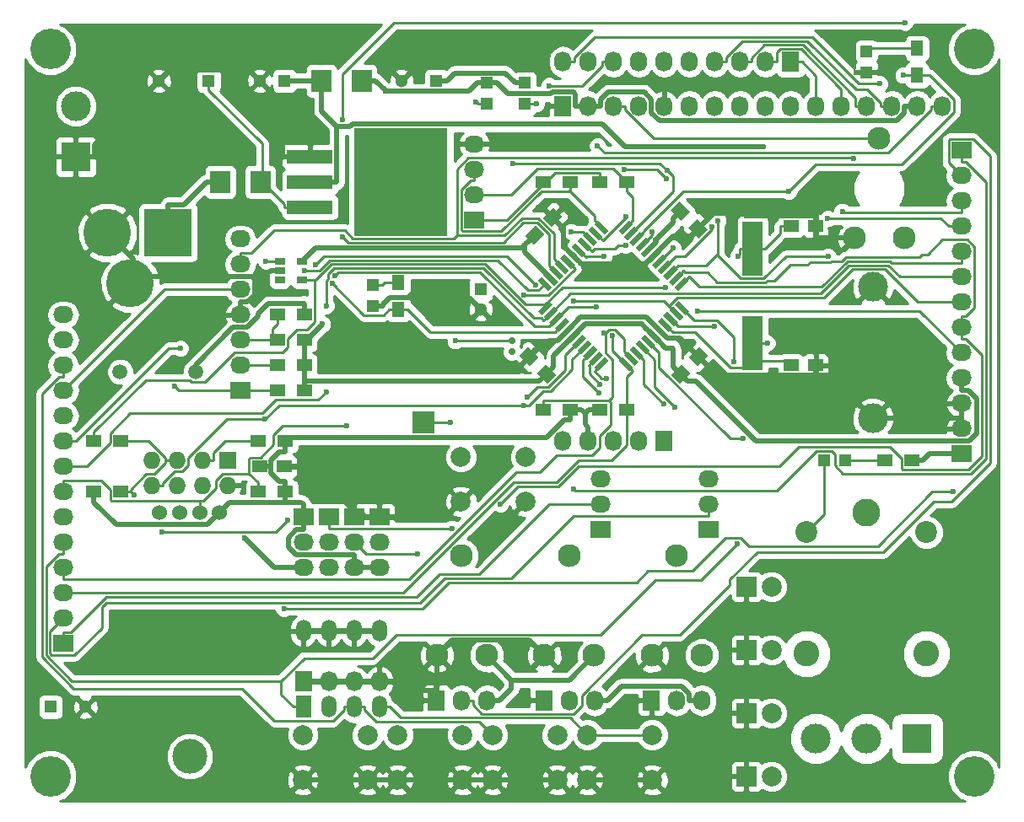
<source format=gbr>
G04 #@! TF.FileFunction,Copper,L1,Top,Signal*
%FSLAX46Y46*%
G04 Gerber Fmt 4.6, Leading zero omitted, Abs format (unit mm)*
G04 Created by KiCad (PCBNEW 4.0.2-stable) date 01/06/2016 13:38:34*
%MOMM*%
G01*
G04 APERTURE LIST*
%ADD10C,0.100000*%
%ADD11C,0.700000*%
%ADD12C,1.524000*%
%ADD13C,3.500000*%
%ADD14R,1.198880X1.198880*%
%ADD15C,1.998980*%
%ADD16R,1.727200X2.032000*%
%ADD17O,1.727200X2.032000*%
%ADD18R,1.500000X1.250000*%
%ADD19R,1.300000X1.300000*%
%ADD20C,1.300000*%
%ADD21R,2.032000X1.727200*%
%ADD22O,2.032000X1.727200*%
%ADD23C,4.800600*%
%ADD24R,4.800600X4.800600*%
%ADD25R,2.000000X2.000000*%
%ADD26C,2.000000*%
%ADD27R,1.500000X1.300000*%
%ADD28R,1.300000X1.500000*%
%ADD29R,1.060000X0.650000*%
%ADD30R,1.727200X1.727200*%
%ADD31O,1.727200X1.727200*%
%ADD32R,4.600000X1.390000*%
%ADD33R,9.400000X10.800000*%
%ADD34R,2.235200X2.235200*%
%ADD35C,2.300000*%
%ADD36R,1.998980X2.301240*%
%ADD37C,4.064000*%
%ADD38C,3.000000*%
%ADD39C,1.500000*%
%ADD40R,1.498600X2.197100*%
%ADD41O,1.498600X2.197100*%
%ADD42R,2.999740X2.999740*%
%ADD43C,2.999740*%
%ADD44C,2.200000*%
%ADD45C,2.600000*%
%ADD46C,2.800000*%
%ADD47R,1.998980X5.499100*%
%ADD48C,0.600000*%
%ADD49C,0.500000*%
%ADD50C,0.250000*%
%ADD51C,0.254000*%
G04 APERTURE END LIST*
D10*
D11*
X160610000Y-98340000D03*
X160610000Y-97240000D03*
D12*
X131270000Y-114475000D03*
X129270000Y-114475000D03*
X127270000Y-114475000D03*
X125270000Y-114475000D03*
D13*
X128270000Y-138975000D03*
D14*
X161925000Y-71340980D03*
X161925000Y-73439020D03*
X158115000Y-71340980D03*
X158115000Y-73439020D03*
D15*
X139623800Y-141315440D03*
X146126200Y-136814560D03*
X139623800Y-136814560D03*
X146126200Y-141315440D03*
D16*
X139700000Y-131445000D03*
D17*
X142240000Y-131445000D03*
X144780000Y-131445000D03*
X147320000Y-131445000D03*
D18*
X137775000Y-109855000D03*
X135275000Y-109855000D03*
X188615000Y-99695000D03*
X191115000Y-99695000D03*
X191115000Y-85725000D03*
X188615000Y-85725000D03*
D10*
G36*
X176578845Y-84117729D02*
X177462729Y-83233845D01*
X178523389Y-84294505D01*
X177639505Y-85178389D01*
X176578845Y-84117729D01*
X176578845Y-84117729D01*
G37*
G36*
X178346611Y-85885495D02*
X179230495Y-85001611D01*
X180291155Y-86062271D01*
X179407271Y-86946155D01*
X178346611Y-85885495D01*
X178346611Y-85885495D01*
G37*
G36*
X162857729Y-87581155D02*
X161973845Y-86697271D01*
X163034505Y-85636611D01*
X163918389Y-86520495D01*
X162857729Y-87581155D01*
X162857729Y-87581155D01*
G37*
G36*
X164625495Y-85813389D02*
X163741611Y-84929505D01*
X164802271Y-83868845D01*
X165686155Y-84752729D01*
X164625495Y-85813389D01*
X164625495Y-85813389D01*
G37*
G36*
X165051155Y-100667271D02*
X164167271Y-101551155D01*
X163106611Y-100490495D01*
X163990495Y-99606611D01*
X165051155Y-100667271D01*
X165051155Y-100667271D01*
G37*
G36*
X163283389Y-98899505D02*
X162399505Y-99783389D01*
X161338845Y-98722729D01*
X162222729Y-97838845D01*
X163283389Y-98899505D01*
X163283389Y-98899505D01*
G37*
G36*
X177462729Y-101551155D02*
X176578845Y-100667271D01*
X177639505Y-99606611D01*
X178523389Y-100490495D01*
X177462729Y-101551155D01*
X177462729Y-101551155D01*
G37*
G36*
X179230495Y-99783389D02*
X178346611Y-98899505D01*
X179407271Y-97838845D01*
X180291155Y-98722729D01*
X179230495Y-99783389D01*
X179230495Y-99783389D01*
G37*
D19*
X130175000Y-71120000D03*
D20*
X125175000Y-71120000D03*
X117800000Y-133985000D03*
D19*
X114300000Y-133985000D03*
D20*
X135295000Y-71120000D03*
D19*
X137795000Y-71120000D03*
D20*
X149535000Y-71120000D03*
D19*
X153035000Y-71120000D03*
X157480000Y-92075000D03*
D20*
X157480000Y-94075000D03*
D21*
X156845000Y-85090000D03*
D22*
X156845000Y-82550000D03*
X156845000Y-80010000D03*
X156845000Y-77470000D03*
D21*
X139700000Y-114935000D03*
D22*
X139700000Y-117475000D03*
X139700000Y-120015000D03*
D23*
X120015000Y-86360000D03*
D24*
X126111000Y-86360000D03*
D23*
X122301000Y-91440000D03*
D21*
X205740000Y-78105000D03*
D22*
X205740000Y-80645000D03*
X205740000Y-83185000D03*
X205740000Y-85725000D03*
X205740000Y-88265000D03*
X205740000Y-90805000D03*
X205740000Y-93345000D03*
X205740000Y-95885000D03*
X205740000Y-98425000D03*
D21*
X115570000Y-127635000D03*
D22*
X115570000Y-125095000D03*
X115570000Y-122555000D03*
X115570000Y-120015000D03*
X115570000Y-117475000D03*
X115570000Y-114935000D03*
X115570000Y-112395000D03*
X115570000Y-109855000D03*
X115570000Y-107315000D03*
X115570000Y-104775000D03*
X115570000Y-102235000D03*
X115570000Y-99695000D03*
X115570000Y-97155000D03*
X115570000Y-94615000D03*
D16*
X188595000Y-69215000D03*
D17*
X186055000Y-69215000D03*
X183515000Y-69215000D03*
X180975000Y-69215000D03*
X178435000Y-69215000D03*
X175895000Y-69215000D03*
X173355000Y-69215000D03*
X170815000Y-69215000D03*
X168275000Y-69215000D03*
X165735000Y-69215000D03*
D21*
X205740000Y-108585000D03*
D22*
X205740000Y-106045000D03*
X205740000Y-103505000D03*
X205740000Y-100965000D03*
D16*
X165735000Y-73660000D03*
D17*
X168275000Y-73660000D03*
X170815000Y-73660000D03*
X173355000Y-73660000D03*
X175895000Y-73660000D03*
X178435000Y-73660000D03*
X180975000Y-73660000D03*
X183515000Y-73660000D03*
X186055000Y-73660000D03*
X188595000Y-73660000D03*
X191135000Y-73660000D03*
X193675000Y-73660000D03*
X196215000Y-73660000D03*
X198755000Y-73660000D03*
X201295000Y-73660000D03*
X203835000Y-73660000D03*
D14*
X194089020Y-109220000D03*
X191990980Y-109220000D03*
X146685000Y-91660980D03*
X146685000Y-93759020D03*
X196215000Y-68165980D03*
X196215000Y-70264020D03*
D25*
X184150000Y-140970000D03*
D26*
X186690000Y-140970000D03*
D25*
X184150000Y-134620000D03*
D26*
X186690000Y-134620000D03*
D25*
X184150000Y-128270000D03*
D26*
X186690000Y-128270000D03*
D25*
X184150000Y-121920000D03*
D26*
X186690000Y-121920000D03*
D21*
X142240000Y-114935000D03*
D22*
X142240000Y-117475000D03*
X142240000Y-120015000D03*
D16*
X153035000Y-133350000D03*
D17*
X155575000Y-133350000D03*
X158115000Y-133350000D03*
D16*
X163830000Y-133350000D03*
D17*
X166370000Y-133350000D03*
X168910000Y-133350000D03*
D16*
X174625000Y-133350000D03*
D17*
X177165000Y-133350000D03*
X179705000Y-133350000D03*
D21*
X169545000Y-116205000D03*
D22*
X169545000Y-113665000D03*
X169545000Y-111125000D03*
D21*
X180340000Y-116205000D03*
D22*
X180340000Y-113665000D03*
X180340000Y-111125000D03*
D27*
X198040000Y-109220000D03*
X200740000Y-109220000D03*
X121365000Y-107315000D03*
X118665000Y-107315000D03*
X121365000Y-112395000D03*
X118665000Y-112395000D03*
X135175000Y-107315000D03*
X137875000Y-107315000D03*
X139780000Y-102235000D03*
X137080000Y-102235000D03*
X135175000Y-112395000D03*
X137875000Y-112395000D03*
X137080000Y-97155000D03*
X139780000Y-97155000D03*
X137080000Y-99695000D03*
X139780000Y-99695000D03*
X137080000Y-94615000D03*
X139780000Y-94615000D03*
D28*
X149225000Y-94060000D03*
X149225000Y-91360000D03*
D27*
X172165000Y-81280000D03*
X169465000Y-81280000D03*
X163750000Y-81280000D03*
X166450000Y-81280000D03*
X163750000Y-104140000D03*
X166450000Y-104140000D03*
X169465000Y-104140000D03*
X172165000Y-104140000D03*
D28*
X201295000Y-67865000D03*
X201295000Y-70565000D03*
D29*
X137330000Y-89220000D03*
X137330000Y-90170000D03*
X137330000Y-91120000D03*
X139530000Y-91120000D03*
X139530000Y-89220000D03*
D30*
X132080000Y-109220000D03*
D31*
X132080000Y-111760000D03*
X129540000Y-109220000D03*
X129540000Y-111760000D03*
X127000000Y-109220000D03*
X127000000Y-111760000D03*
X124460000Y-109220000D03*
X124460000Y-111760000D03*
D32*
X140335000Y-81280000D03*
D33*
X149485000Y-81280000D03*
D32*
X140335000Y-83820000D03*
X140335000Y-78740000D03*
D10*
G36*
X168888134Y-85515188D02*
X169277042Y-85126280D01*
X170337702Y-86186940D01*
X169948794Y-86575848D01*
X168888134Y-85515188D01*
X168888134Y-85515188D01*
G37*
G36*
X168322449Y-86080874D02*
X168711357Y-85691966D01*
X169772017Y-86752626D01*
X169383109Y-87141534D01*
X168322449Y-86080874D01*
X168322449Y-86080874D01*
G37*
G36*
X167756764Y-86646559D02*
X168145672Y-86257651D01*
X169206332Y-87318311D01*
X168817424Y-87707219D01*
X167756764Y-86646559D01*
X167756764Y-86646559D01*
G37*
G36*
X167191078Y-87212244D02*
X167579986Y-86823336D01*
X168640646Y-87883996D01*
X168251738Y-88272904D01*
X167191078Y-87212244D01*
X167191078Y-87212244D01*
G37*
G36*
X166625393Y-87777930D02*
X167014301Y-87389022D01*
X168074961Y-88449682D01*
X167686053Y-88838590D01*
X166625393Y-87777930D01*
X166625393Y-87777930D01*
G37*
G36*
X166059707Y-88343615D02*
X166448615Y-87954707D01*
X167509275Y-89015367D01*
X167120367Y-89404275D01*
X166059707Y-88343615D01*
X166059707Y-88343615D01*
G37*
G36*
X165494022Y-88909301D02*
X165882930Y-88520393D01*
X166943590Y-89581053D01*
X166554682Y-89969961D01*
X165494022Y-88909301D01*
X165494022Y-88909301D01*
G37*
G36*
X164928336Y-89474986D02*
X165317244Y-89086078D01*
X166377904Y-90146738D01*
X165988996Y-90535646D01*
X164928336Y-89474986D01*
X164928336Y-89474986D01*
G37*
G36*
X164362651Y-90040672D02*
X164751559Y-89651764D01*
X165812219Y-90712424D01*
X165423311Y-91101332D01*
X164362651Y-90040672D01*
X164362651Y-90040672D01*
G37*
G36*
X163796966Y-90606357D02*
X164185874Y-90217449D01*
X165246534Y-91278109D01*
X164857626Y-91667017D01*
X163796966Y-90606357D01*
X163796966Y-90606357D01*
G37*
G36*
X163231280Y-91172042D02*
X163620188Y-90783134D01*
X164680848Y-91843794D01*
X164291940Y-92232702D01*
X163231280Y-91172042D01*
X163231280Y-91172042D01*
G37*
G36*
X163620188Y-94636866D02*
X163231280Y-94247958D01*
X164291940Y-93187298D01*
X164680848Y-93576206D01*
X163620188Y-94636866D01*
X163620188Y-94636866D01*
G37*
G36*
X164185874Y-95202551D02*
X163796966Y-94813643D01*
X164857626Y-93752983D01*
X165246534Y-94141891D01*
X164185874Y-95202551D01*
X164185874Y-95202551D01*
G37*
G36*
X164751559Y-95768236D02*
X164362651Y-95379328D01*
X165423311Y-94318668D01*
X165812219Y-94707576D01*
X164751559Y-95768236D01*
X164751559Y-95768236D01*
G37*
G36*
X165317244Y-96333922D02*
X164928336Y-95945014D01*
X165988996Y-94884354D01*
X166377904Y-95273262D01*
X165317244Y-96333922D01*
X165317244Y-96333922D01*
G37*
G36*
X165882930Y-96899607D02*
X165494022Y-96510699D01*
X166554682Y-95450039D01*
X166943590Y-95838947D01*
X165882930Y-96899607D01*
X165882930Y-96899607D01*
G37*
G36*
X166448615Y-97465293D02*
X166059707Y-97076385D01*
X167120367Y-96015725D01*
X167509275Y-96404633D01*
X166448615Y-97465293D01*
X166448615Y-97465293D01*
G37*
G36*
X167014301Y-98030978D02*
X166625393Y-97642070D01*
X167686053Y-96581410D01*
X168074961Y-96970318D01*
X167014301Y-98030978D01*
X167014301Y-98030978D01*
G37*
G36*
X167579986Y-98596664D02*
X167191078Y-98207756D01*
X168251738Y-97147096D01*
X168640646Y-97536004D01*
X167579986Y-98596664D01*
X167579986Y-98596664D01*
G37*
G36*
X168145672Y-99162349D02*
X167756764Y-98773441D01*
X168817424Y-97712781D01*
X169206332Y-98101689D01*
X168145672Y-99162349D01*
X168145672Y-99162349D01*
G37*
G36*
X168711357Y-99728034D02*
X168322449Y-99339126D01*
X169383109Y-98278466D01*
X169772017Y-98667374D01*
X168711357Y-99728034D01*
X168711357Y-99728034D01*
G37*
G36*
X169277042Y-100293720D02*
X168888134Y-99904812D01*
X169948794Y-98844152D01*
X170337702Y-99233060D01*
X169277042Y-100293720D01*
X169277042Y-100293720D01*
G37*
G36*
X171292298Y-99233060D02*
X171681206Y-98844152D01*
X172741866Y-99904812D01*
X172352958Y-100293720D01*
X171292298Y-99233060D01*
X171292298Y-99233060D01*
G37*
G36*
X171857983Y-98667374D02*
X172246891Y-98278466D01*
X173307551Y-99339126D01*
X172918643Y-99728034D01*
X171857983Y-98667374D01*
X171857983Y-98667374D01*
G37*
G36*
X172423668Y-98101689D02*
X172812576Y-97712781D01*
X173873236Y-98773441D01*
X173484328Y-99162349D01*
X172423668Y-98101689D01*
X172423668Y-98101689D01*
G37*
G36*
X172989354Y-97536004D02*
X173378262Y-97147096D01*
X174438922Y-98207756D01*
X174050014Y-98596664D01*
X172989354Y-97536004D01*
X172989354Y-97536004D01*
G37*
G36*
X173555039Y-96970318D02*
X173943947Y-96581410D01*
X175004607Y-97642070D01*
X174615699Y-98030978D01*
X173555039Y-96970318D01*
X173555039Y-96970318D01*
G37*
G36*
X174120725Y-96404633D02*
X174509633Y-96015725D01*
X175570293Y-97076385D01*
X175181385Y-97465293D01*
X174120725Y-96404633D01*
X174120725Y-96404633D01*
G37*
G36*
X174686410Y-95838947D02*
X175075318Y-95450039D01*
X176135978Y-96510699D01*
X175747070Y-96899607D01*
X174686410Y-95838947D01*
X174686410Y-95838947D01*
G37*
G36*
X175252096Y-95273262D02*
X175641004Y-94884354D01*
X176701664Y-95945014D01*
X176312756Y-96333922D01*
X175252096Y-95273262D01*
X175252096Y-95273262D01*
G37*
G36*
X175817781Y-94707576D02*
X176206689Y-94318668D01*
X177267349Y-95379328D01*
X176878441Y-95768236D01*
X175817781Y-94707576D01*
X175817781Y-94707576D01*
G37*
G36*
X176383466Y-94141891D02*
X176772374Y-93752983D01*
X177833034Y-94813643D01*
X177444126Y-95202551D01*
X176383466Y-94141891D01*
X176383466Y-94141891D01*
G37*
G36*
X176949152Y-93576206D02*
X177338060Y-93187298D01*
X178398720Y-94247958D01*
X178009812Y-94636866D01*
X176949152Y-93576206D01*
X176949152Y-93576206D01*
G37*
G36*
X177338060Y-92232702D02*
X176949152Y-91843794D01*
X178009812Y-90783134D01*
X178398720Y-91172042D01*
X177338060Y-92232702D01*
X177338060Y-92232702D01*
G37*
G36*
X176772374Y-91667017D02*
X176383466Y-91278109D01*
X177444126Y-90217449D01*
X177833034Y-90606357D01*
X176772374Y-91667017D01*
X176772374Y-91667017D01*
G37*
G36*
X176206689Y-91101332D02*
X175817781Y-90712424D01*
X176878441Y-89651764D01*
X177267349Y-90040672D01*
X176206689Y-91101332D01*
X176206689Y-91101332D01*
G37*
G36*
X175641004Y-90535646D02*
X175252096Y-90146738D01*
X176312756Y-89086078D01*
X176701664Y-89474986D01*
X175641004Y-90535646D01*
X175641004Y-90535646D01*
G37*
G36*
X175075318Y-89969961D02*
X174686410Y-89581053D01*
X175747070Y-88520393D01*
X176135978Y-88909301D01*
X175075318Y-89969961D01*
X175075318Y-89969961D01*
G37*
G36*
X174509633Y-89404275D02*
X174120725Y-89015367D01*
X175181385Y-87954707D01*
X175570293Y-88343615D01*
X174509633Y-89404275D01*
X174509633Y-89404275D01*
G37*
G36*
X173943947Y-88838590D02*
X173555039Y-88449682D01*
X174615699Y-87389022D01*
X175004607Y-87777930D01*
X173943947Y-88838590D01*
X173943947Y-88838590D01*
G37*
G36*
X173378262Y-88272904D02*
X172989354Y-87883996D01*
X174050014Y-86823336D01*
X174438922Y-87212244D01*
X173378262Y-88272904D01*
X173378262Y-88272904D01*
G37*
G36*
X172812576Y-87707219D02*
X172423668Y-87318311D01*
X173484328Y-86257651D01*
X173873236Y-86646559D01*
X172812576Y-87707219D01*
X172812576Y-87707219D01*
G37*
G36*
X172246891Y-87141534D02*
X171857983Y-86752626D01*
X172918643Y-85691966D01*
X173307551Y-86080874D01*
X172246891Y-87141534D01*
X172246891Y-87141534D01*
G37*
G36*
X171681206Y-86575848D02*
X171292298Y-86186940D01*
X172352958Y-85126280D01*
X172741866Y-85515188D01*
X171681206Y-86575848D01*
X171681206Y-86575848D01*
G37*
D21*
X133350000Y-102235000D03*
D22*
X133350000Y-99695000D03*
X133350000Y-97155000D03*
X133350000Y-94615000D03*
X133350000Y-92075000D03*
X133350000Y-89535000D03*
X133350000Y-86995000D03*
D21*
X144780000Y-114935000D03*
D22*
X144780000Y-117475000D03*
X144780000Y-120015000D03*
D21*
X147320000Y-114935000D03*
D22*
X147320000Y-117475000D03*
X147320000Y-120015000D03*
D34*
X151765000Y-105410000D03*
D35*
X163870000Y-128825000D03*
X166370000Y-118825000D03*
X168870000Y-128825000D03*
X194985000Y-86915000D03*
X197485000Y-76915000D03*
X199985000Y-86915000D03*
X174665000Y-128825000D03*
X177165000Y-118825000D03*
X179665000Y-128825000D03*
D36*
X145519140Y-71120000D03*
X141500860Y-71120000D03*
D37*
X114300000Y-67945000D03*
X207010000Y-67945000D03*
D38*
X196850000Y-105029000D03*
X196850000Y-91821000D03*
D39*
X121295000Y-100330000D03*
X128895000Y-100330000D03*
D36*
X135359140Y-81280000D03*
X131340860Y-81280000D03*
D40*
X139700000Y-133972300D03*
D41*
X142240000Y-133985000D03*
X144780000Y-133985000D03*
X147320000Y-133985000D03*
X147320000Y-126365000D03*
X144780000Y-126365000D03*
X142240000Y-126365000D03*
X139700000Y-126365000D03*
D16*
X175895000Y-107315000D03*
D17*
X173355000Y-107315000D03*
X170815000Y-107315000D03*
X168275000Y-107315000D03*
X165735000Y-107315000D03*
D42*
X116840000Y-78740000D03*
D43*
X116840000Y-73660000D03*
D35*
X153075000Y-128825000D03*
X155575000Y-118825000D03*
X158075000Y-128825000D03*
D44*
X190215000Y-116455000D03*
D45*
X190215000Y-128655000D03*
X202215000Y-128655000D03*
D44*
X202215000Y-116455000D03*
D46*
X196215000Y-114455000D03*
D42*
X201295000Y-137160000D03*
D43*
X196215000Y-137160000D03*
X191135000Y-137160000D03*
D47*
X184785000Y-97459800D03*
X184785000Y-87960200D03*
D37*
X114300000Y-140970000D03*
X207010000Y-140970000D03*
D15*
X149148800Y-141315440D03*
X155651200Y-136814560D03*
X149148800Y-136814560D03*
X155651200Y-141315440D03*
X158673800Y-141315440D03*
X165176200Y-136814560D03*
X158673800Y-136814560D03*
X165176200Y-141315440D03*
X168198800Y-141315440D03*
X174701200Y-136814560D03*
X168198800Y-136814560D03*
X174701200Y-141315440D03*
X162001200Y-108874560D03*
X155498800Y-113375440D03*
X162001200Y-113375440D03*
X155498800Y-108874560D03*
D48*
X184203300Y-84692900D03*
X164551200Y-97167000D03*
X195152400Y-70264000D03*
X169748300Y-89492900D03*
X139709000Y-93493700D03*
X147891700Y-72170400D03*
X133796500Y-117034400D03*
X194310000Y-75142400D03*
X169378900Y-102434100D03*
X135911600Y-89220500D03*
X175035800Y-87164800D03*
X176677700Y-97953900D03*
X161622000Y-101303900D03*
X161859700Y-87604900D03*
X141592000Y-95540400D03*
X186252200Y-97459800D03*
X183310400Y-88707400D03*
X180943500Y-95768400D03*
X154920000Y-97240000D03*
X185846200Y-77767900D03*
X188391800Y-82257800D03*
X199881000Y-70565000D03*
X161841500Y-92621800D03*
X183266000Y-117625600D03*
X182900500Y-99338700D03*
X166550300Y-86257500D03*
X164359600Y-71597500D03*
X139823200Y-90170000D03*
X172057600Y-87635600D03*
X170693600Y-96707900D03*
X169872000Y-96419100D03*
X151184700Y-118665500D03*
X141969300Y-102340400D03*
X127346800Y-97988200D03*
X170092000Y-100993400D03*
X169467800Y-101585400D03*
X162143100Y-102845100D03*
X161772200Y-103689300D03*
X166773000Y-112102200D03*
X135840800Y-105087600D03*
X193775000Y-84224800D03*
X192318000Y-84947500D03*
X204882200Y-112391700D03*
X137725700Y-124113500D03*
X141991500Y-93710300D03*
X140891500Y-89566200D03*
X162996600Y-91583200D03*
X166841900Y-93221700D03*
X159467600Y-113595000D03*
X154574900Y-116073900D03*
X175993900Y-91859500D03*
X179278400Y-94208200D03*
X174645400Y-86273600D03*
X176210000Y-80146400D03*
X160675300Y-79448400D03*
X144030100Y-105775300D03*
X194945000Y-78942900D03*
X200069800Y-65253100D03*
X143586500Y-75012100D03*
X143586500Y-86763000D03*
X169089700Y-93825500D03*
X171849300Y-79984100D03*
X176156000Y-80933300D03*
X142826100Y-90647300D03*
X142573300Y-91476900D03*
X175843600Y-103569400D03*
X176989200Y-103869900D03*
X183846400Y-107023800D03*
X181301600Y-85159900D03*
X192342100Y-88778400D03*
X180674000Y-85789200D03*
X176767600Y-87888800D03*
X169883000Y-88719600D03*
X197505700Y-71423400D03*
X154448200Y-105410000D03*
X169207400Y-77644700D03*
X157005700Y-73249900D03*
X163041000Y-73439000D03*
X126733600Y-101805600D03*
X122728800Y-112731200D03*
X125498600Y-116459000D03*
X138125300Y-115280900D03*
X172025300Y-84762400D03*
D49*
X144780000Y-126365000D02*
X147320000Y-126365000D01*
X133350000Y-94615000D02*
X133350000Y-93351100D01*
X137330000Y-90170000D02*
X136399700Y-90170000D01*
X162311100Y-98811100D02*
X163036100Y-98086100D01*
X191115000Y-99695000D02*
X191115000Y-100557700D01*
X158673800Y-141315400D02*
X155651200Y-141315400D01*
X135764900Y-90804800D02*
X134773100Y-90804800D01*
X136399700Y-90170000D02*
X135764900Y-90804800D01*
X146126200Y-141315400D02*
X139623800Y-141315400D01*
X153939200Y-114935000D02*
X155498800Y-113375400D01*
X147320000Y-114935000D02*
X153939200Y-114935000D01*
X184150000Y-121920000D02*
X184150000Y-128270000D01*
X134773100Y-92611800D02*
X134773100Y-90804800D01*
X134033800Y-93351100D02*
X134773100Y-92611800D01*
X133350000Y-93351100D02*
X134033800Y-93351100D01*
X139700000Y-126365000D02*
X142240000Y-126365000D01*
X142240000Y-126365000D02*
X144780000Y-126365000D01*
X147320000Y-131445000D02*
X144780000Y-131445000D01*
X192541400Y-100720400D02*
X196850000Y-105029000D01*
X190952400Y-100720400D02*
X192541400Y-100720400D01*
X190952400Y-100720300D02*
X190952400Y-100720400D01*
X191115000Y-100557700D02*
X190952400Y-100720300D01*
X181228100Y-100720300D02*
X179318900Y-98811100D01*
X190952400Y-100720300D02*
X181228100Y-100720300D01*
X144780000Y-114935000D02*
X144780000Y-114303000D01*
X147320000Y-114935000D02*
X145903700Y-114935000D01*
X146685000Y-93759000D02*
X147684700Y-93759000D01*
X168198800Y-141315400D02*
X174701200Y-141315400D01*
X153035000Y-133350000D02*
X153035000Y-132372500D01*
X153035000Y-132372500D02*
X153035000Y-131933700D01*
X149511400Y-132372500D02*
X148583900Y-131445000D01*
X153035000Y-132372500D02*
X149511400Y-132372500D01*
X147320000Y-131445000D02*
X148583900Y-131445000D01*
X175411200Y-96174800D02*
X176224600Y-96988200D01*
X179318900Y-98811100D02*
X178593900Y-98086100D01*
X205740000Y-106045000D02*
X205740000Y-105413000D01*
X196850000Y-105029000D02*
X205740000Y-105029000D01*
X205740000Y-105413000D02*
X205740000Y-105029000D01*
X205740000Y-105029000D02*
X205740000Y-103505000D01*
X191279700Y-86915000D02*
X191115000Y-86750300D01*
X194985000Y-86915000D02*
X191279700Y-86915000D01*
X191115000Y-85725000D02*
X191115000Y-86750300D01*
X191115000Y-85725000D02*
X191115000Y-84699700D01*
X191108200Y-84692900D02*
X184203300Y-84692900D01*
X191115000Y-84699700D02*
X191108200Y-84692900D01*
X134773100Y-90804800D02*
X122641400Y-90804800D01*
X122641400Y-88986400D02*
X122641400Y-90804800D01*
X120015000Y-86360000D02*
X122641400Y-88986400D01*
X122641400Y-91099600D02*
X122301000Y-91440000D01*
X122641400Y-90804800D02*
X122641400Y-91099600D01*
X140335000Y-78740000D02*
X137634700Y-78740000D01*
X145271700Y-114303000D02*
X145903700Y-114935000D01*
X144780000Y-114303000D02*
X145271700Y-114303000D01*
X140332000Y-109855000D02*
X137775000Y-109855000D01*
X144780000Y-114303000D02*
X140332000Y-109855000D01*
X155651200Y-141315400D02*
X149148800Y-141315400D01*
X149148800Y-141315400D02*
X146126200Y-141315400D01*
X165226600Y-97167000D02*
X164551200Y-97167000D01*
X166218800Y-96174800D02*
X165226600Y-97167000D01*
X163632100Y-98086100D02*
X163036100Y-98086100D01*
X164551200Y-97167000D02*
X163632100Y-98086100D01*
X166784500Y-88679500D02*
X165971100Y-87866100D01*
X167518200Y-94875400D02*
X166218800Y-96174800D01*
X174111800Y-94875400D02*
X167518200Y-94875400D01*
X175411200Y-96174800D02*
X174111800Y-94875400D01*
X180872200Y-84420600D02*
X179318900Y-85973900D01*
X183931000Y-84420600D02*
X180872200Y-84420600D01*
X184203300Y-84692900D02*
X183931000Y-84420600D01*
X176826100Y-86698900D02*
X174845500Y-88679500D01*
X178593900Y-86698900D02*
X176826100Y-86698900D01*
X179318900Y-85973900D02*
X178593900Y-86698900D01*
X196215000Y-70264000D02*
X195215300Y-70264000D01*
X156314600Y-92909600D02*
X157480000Y-94075000D01*
X148321600Y-92909600D02*
X156314600Y-92909600D01*
X147684700Y-93546500D02*
X148321600Y-92909600D01*
X147684700Y-93759000D02*
X147684700Y-93546500D01*
X174845500Y-88679500D02*
X174032100Y-89492900D01*
X166784500Y-88679500D02*
X167597900Y-89492900D01*
X195215300Y-70264000D02*
X195152400Y-70264000D01*
X165754300Y-87649300D02*
X165971100Y-87866100D01*
X165754300Y-85881500D02*
X165754300Y-87649300D01*
X164713900Y-84841100D02*
X165754300Y-85881500D01*
X184150000Y-140970000D02*
X184150000Y-134620000D01*
X165176200Y-141315400D02*
X158673800Y-141315400D01*
X167597900Y-89492900D02*
X169748300Y-89492900D01*
X169748300Y-89492900D02*
X174032100Y-89492900D01*
X116840000Y-78740000D02*
X118740200Y-78740000D01*
X153075000Y-131893700D02*
X153035000Y-131933700D01*
X153075000Y-128825000D02*
X153075000Y-131893700D01*
X162295900Y-127250900D02*
X163870000Y-128825000D01*
X154649100Y-127250900D02*
X162295900Y-127250900D01*
X153075000Y-128825000D02*
X154649100Y-127250900D01*
X144780000Y-131445000D02*
X142240000Y-131445000D01*
X142240000Y-131445000D02*
X139700000Y-131445000D01*
X137634700Y-73459700D02*
X137634700Y-78740000D01*
X135295000Y-71120000D02*
X137634700Y-73459700D01*
X118740200Y-77554800D02*
X125175000Y-71120000D01*
X118740200Y-78740000D02*
X118740200Y-77554800D01*
X134244600Y-70069600D02*
X135295000Y-71120000D01*
X126225400Y-70069600D02*
X134244600Y-70069600D01*
X125175000Y-71120000D02*
X126225400Y-70069600D01*
X177496000Y-96988200D02*
X178593900Y-98086100D01*
X176224600Y-96988200D02*
X177496000Y-96988200D01*
X139780000Y-94615000D02*
X139780000Y-93564700D01*
X168275000Y-73660000D02*
X167011100Y-73660000D01*
X139709000Y-93493700D02*
X139780000Y-93564700D01*
X128895000Y-99626800D02*
X128895000Y-100330000D01*
X132636800Y-95885000D02*
X128895000Y-99626800D01*
X134059200Y-95885000D02*
X132636800Y-95885000D01*
X135155200Y-94789000D02*
X134059200Y-95885000D01*
X135155200Y-94535900D02*
X135155200Y-94789000D01*
X136197400Y-93493700D02*
X135155200Y-94535900D01*
X139709000Y-93493700D02*
X136197400Y-93493700D01*
X158489500Y-71341000D02*
X159114700Y-71341000D01*
X158489500Y-71341000D02*
X158115000Y-71341000D01*
X158115000Y-71341000D02*
X157115300Y-71341000D01*
X145519100Y-71120000D02*
X146918900Y-71120000D01*
X147891700Y-72092800D02*
X146918900Y-71120000D01*
X147891700Y-72170400D02*
X147891700Y-72092800D01*
X156285900Y-72170400D02*
X147891700Y-72170400D01*
X157115300Y-71341000D02*
X156285900Y-72170400D01*
X136777100Y-120015000D02*
X139700000Y-120015000D01*
X133796500Y-117034400D02*
X136777100Y-120015000D01*
X167011100Y-72469600D02*
X167011100Y-73660000D01*
X166785100Y-72243600D02*
X167011100Y-72469600D01*
X164704000Y-72243600D02*
X166785100Y-72243600D01*
X164540100Y-72407500D02*
X164704000Y-72243600D01*
X160181200Y-72407500D02*
X164540100Y-72407500D01*
X159114700Y-71341000D02*
X160181200Y-72407500D01*
X201295000Y-73660000D02*
X200031100Y-73660000D01*
X168275000Y-73660000D02*
X169538900Y-73660000D01*
X175423700Y-75142400D02*
X194310000Y-75142400D01*
X174625000Y-74343700D02*
X175423700Y-75142400D01*
X174625000Y-72990000D02*
X174625000Y-74343700D01*
X173878600Y-72243600D02*
X174625000Y-72990000D01*
X170279200Y-72243600D02*
X173878600Y-72243600D01*
X169538900Y-72983900D02*
X170279200Y-72243600D01*
X169538900Y-73660000D02*
X169538900Y-72983900D01*
X200031100Y-74370900D02*
X200031100Y-73660000D01*
X199259600Y-75142400D02*
X200031100Y-74370900D01*
X194310000Y-75142400D02*
X199259600Y-75142400D01*
X202525300Y-108585000D02*
X201890300Y-109220000D01*
X205740000Y-108585000D02*
X202525300Y-108585000D01*
X200740000Y-109220000D02*
X201890300Y-109220000D01*
D50*
X155575000Y-133350000D02*
X156713900Y-133350000D01*
X167756600Y-100811800D02*
X167756600Y-99162500D01*
X169378900Y-102434100D02*
X167756600Y-100811800D01*
X168481500Y-98437600D02*
X167756600Y-99162500D01*
X204448600Y-79353600D02*
X205740000Y-80645000D01*
X204448600Y-77095800D02*
X204448600Y-79353600D01*
X204578400Y-76966000D02*
X204448600Y-77095800D01*
X206915000Y-76966000D02*
X204578400Y-76966000D01*
X208604200Y-78655200D02*
X206915000Y-76966000D01*
X208604200Y-109521400D02*
X208604200Y-78655200D01*
X204772400Y-113353200D02*
X208604200Y-109521400D01*
X202993000Y-113353200D02*
X204772400Y-113353200D01*
X197922000Y-118424200D02*
X202993000Y-113353200D01*
X185240100Y-118424200D02*
X197922000Y-118424200D01*
X182475400Y-121188900D02*
X185240100Y-118424200D01*
X182475400Y-121733200D02*
X182475400Y-121188900D01*
X177449000Y-126759600D02*
X182475400Y-121733200D01*
X173700300Y-126759600D02*
X177449000Y-126759600D01*
X167640000Y-132819900D02*
X173700300Y-126759600D01*
X167640000Y-133872500D02*
X167640000Y-132819900D01*
X166835500Y-134677000D02*
X167640000Y-133872500D01*
X157620700Y-134677000D02*
X166835500Y-134677000D01*
X156713900Y-133770200D02*
X157620700Y-134677000D01*
X156713900Y-133350000D02*
X156713900Y-133770200D01*
X136524200Y-89220500D02*
X136524700Y-89220000D01*
X135911600Y-89220500D02*
X136524200Y-89220500D01*
X137330000Y-89220000D02*
X136524700Y-89220000D01*
D49*
X158115000Y-133350000D02*
X159378900Y-133350000D01*
X164096200Y-100561600D02*
X164803900Y-99853900D01*
X164096200Y-100561600D02*
X164078900Y-100578900D01*
X169465000Y-104140000D02*
X168314700Y-104140000D01*
X160567100Y-132161800D02*
X159378900Y-133350000D01*
X160567100Y-131317100D02*
X160567100Y-132161800D01*
X166377900Y-131317100D02*
X160567100Y-131317100D01*
X168870000Y-128825000D02*
X166377900Y-131317100D01*
X160567100Y-131317100D02*
X158075000Y-128825000D01*
X168275000Y-107315000D02*
X168275000Y-105898700D01*
X174279800Y-88113800D02*
X175093200Y-87300400D01*
X177551100Y-84206100D02*
X176826100Y-84931100D01*
X175035800Y-87243000D02*
X175093200Y-87300400D01*
X175035800Y-87164800D02*
X175035800Y-87243000D01*
X177551100Y-100578900D02*
X176826100Y-99853900D01*
X205740000Y-100965000D02*
X205740000Y-102228900D01*
X177551100Y-100578900D02*
X178276100Y-101303900D01*
X139700000Y-114935000D02*
X139700000Y-116198900D01*
X135275000Y-109855000D02*
X136425300Y-109855000D01*
X139474200Y-113445300D02*
X139700000Y-113671100D01*
X137875000Y-113445300D02*
X139474200Y-113445300D01*
X139700000Y-114935000D02*
X139700000Y-113671100D01*
X137875000Y-112395000D02*
X137875000Y-113282700D01*
X137875000Y-113282700D02*
X137875000Y-113445300D01*
X166450000Y-104140000D02*
X167600300Y-104140000D01*
X167957500Y-104497200D02*
X167600300Y-104140000D01*
X167957500Y-105581200D02*
X167957500Y-104497200D01*
X168275000Y-105898700D02*
X167957500Y-105581200D01*
X167957500Y-104497200D02*
X168314700Y-104140000D01*
X137875000Y-107315000D02*
X137875000Y-107557500D01*
X137875000Y-107557500D02*
X137875000Y-108365300D01*
X166450000Y-104140000D02*
X166450000Y-105190300D01*
X176826100Y-98102300D02*
X176677700Y-97953900D01*
X176826100Y-99853900D02*
X176826100Y-98102300D01*
X176058900Y-97953900D02*
X174845500Y-96740500D01*
X176677700Y-97953900D02*
X176058900Y-97953900D01*
X178441100Y-132673900D02*
X178441100Y-133350000D01*
X177672400Y-131905200D02*
X178441100Y-132673900D01*
X171618700Y-131905200D02*
X177672400Y-131905200D01*
X170173900Y-133350000D02*
X171618700Y-131905200D01*
X168910000Y-133350000D02*
X170173900Y-133350000D01*
X179705000Y-133350000D02*
X178441100Y-133350000D01*
X164078900Y-100578900D02*
X163353900Y-101303900D01*
X147320000Y-120015000D02*
X145903700Y-120015000D01*
X138970600Y-118751100D02*
X144780000Y-118751100D01*
X138195900Y-117976400D02*
X138970600Y-118751100D01*
X138195900Y-116992100D02*
X138195900Y-117976400D01*
X138989100Y-116198900D02*
X138195900Y-116992100D01*
X139700000Y-116198900D02*
X138989100Y-116198900D01*
X144780000Y-120015000D02*
X145903700Y-120015000D01*
X144780000Y-120015000D02*
X144780000Y-118751100D01*
X164803900Y-98721100D02*
X166784500Y-96740500D01*
X164803900Y-99853900D02*
X164803900Y-98721100D01*
X166784500Y-96740500D02*
X167597900Y-95927100D01*
X174845500Y-96740500D02*
X174032100Y-95927100D01*
X167971500Y-95553500D02*
X167597900Y-95927100D01*
X173658500Y-95553500D02*
X167971500Y-95553500D01*
X174032100Y-95927100D02*
X173658500Y-95553500D01*
X136425300Y-109214300D02*
X136425300Y-109855000D01*
X137274300Y-108365300D02*
X136425300Y-109214300D01*
X137875000Y-108365300D02*
X137274300Y-108365300D01*
X137300600Y-111344700D02*
X137875000Y-111344700D01*
X136425300Y-110469400D02*
X137300600Y-111344700D01*
X136425300Y-109855000D02*
X136425300Y-110469400D01*
X137875000Y-112395000D02*
X137875000Y-111344700D01*
X162946100Y-86608900D02*
X162132700Y-87422300D01*
X162042300Y-87422300D02*
X162132700Y-87422300D01*
X161859700Y-87604900D02*
X162042300Y-87422300D01*
X164521700Y-90942200D02*
X163708300Y-90128800D01*
X161859700Y-88280200D02*
X163708300Y-90128800D01*
X161859700Y-87604900D02*
X161859700Y-88280200D01*
X176826100Y-85374500D02*
X176826100Y-84931100D01*
X175035800Y-87164800D02*
X176826100Y-85374500D01*
X159925600Y-70341300D02*
X160925300Y-71341000D01*
X154864000Y-70341300D02*
X159925600Y-70341300D01*
X154085300Y-71120000D02*
X154864000Y-70341300D01*
X153035000Y-71120000D02*
X154085300Y-71120000D01*
X161925000Y-71341000D02*
X160925300Y-71341000D01*
X132299700Y-113445300D02*
X131270000Y-114475000D01*
X137875000Y-113445300D02*
X132299700Y-113445300D01*
X120892200Y-115672500D02*
X118665000Y-113445300D01*
X130072500Y-115672500D02*
X120892200Y-115672500D01*
X131270000Y-114475000D02*
X130072500Y-115672500D01*
X118665000Y-112395000D02*
X118665000Y-113445300D01*
X161572100Y-87892500D02*
X161859700Y-87604900D01*
X140857500Y-87892500D02*
X161572100Y-87892500D01*
X139530000Y-89220000D02*
X140857500Y-87892500D01*
X165883300Y-105190300D02*
X166450000Y-105190300D01*
X164138400Y-106935200D02*
X165883300Y-105190300D01*
X138497300Y-106935200D02*
X164138400Y-106935200D01*
X137875000Y-107557500D02*
X138497300Y-106935200D01*
X139780000Y-98205300D02*
X139780000Y-99695000D01*
X163353900Y-101303900D02*
X161622000Y-101303900D01*
X161622000Y-101303900D02*
X139780000Y-101303900D01*
X139780000Y-99695000D02*
X139780000Y-101303900D01*
X139780000Y-101303900D02*
X139780000Y-102235000D01*
X139780000Y-97155000D02*
X139780000Y-97417500D01*
X139780000Y-97417500D02*
X139780000Y-98205300D01*
X141592000Y-95605500D02*
X141592000Y-95540400D01*
X139780000Y-97417500D02*
X141592000Y-95605500D01*
X179117000Y-101303900D02*
X178276100Y-101303900D01*
X185134100Y-107321000D02*
X179117000Y-101303900D01*
X206483200Y-107321000D02*
X185134100Y-107321000D01*
X207241100Y-106563100D02*
X206483200Y-107321000D01*
X207241100Y-103019100D02*
X207241100Y-106563100D01*
X206450900Y-102228900D02*
X207241100Y-103019100D01*
X205740000Y-102228900D02*
X206450900Y-102228900D01*
D50*
X188615000Y-99695000D02*
X188615000Y-99244800D01*
X188615000Y-99244800D02*
X184785000Y-99244800D01*
X176762700Y-96394900D02*
X175976900Y-95609100D01*
X179039500Y-96394900D02*
X176762700Y-96394900D01*
X182564500Y-99919900D02*
X179039500Y-96394900D01*
X184109900Y-99919900D02*
X182564500Y-99919900D01*
X184785000Y-99244800D02*
X184109900Y-99919900D01*
X184785000Y-97459800D02*
X184785000Y-99244800D01*
X184785000Y-97459800D02*
X186059800Y-97459800D01*
X186059800Y-97459800D02*
X186252200Y-97459800D01*
X187589700Y-86430300D02*
X187589700Y-85725000D01*
X186059800Y-87960200D02*
X187589700Y-86430300D01*
X184785000Y-87960200D02*
X186059800Y-87960200D01*
X188615000Y-85725000D02*
X187589700Y-85725000D01*
X184785000Y-87960200D02*
X183510200Y-87960200D01*
X183510200Y-88507600D02*
X183310400Y-88707400D01*
X183510200Y-87960200D02*
X183510200Y-88507600D01*
X176542600Y-95043500D02*
X177267500Y-95768400D01*
X177267500Y-95768400D02*
X180943500Y-95768400D01*
X160610000Y-97240000D02*
X154920000Y-97240000D01*
D49*
X137795000Y-71120000D02*
X138845300Y-71120000D01*
X141500900Y-71120000D02*
X138845300Y-71120000D01*
X140335000Y-81280000D02*
X143035300Y-81280000D01*
X171945800Y-77767900D02*
X185846200Y-77767900D01*
X169652500Y-75474600D02*
X171945800Y-77767900D01*
X144592500Y-75474600D02*
X169652500Y-75474600D01*
X144354700Y-75712400D02*
X144592500Y-75474600D01*
X143035300Y-75712400D02*
X144354700Y-75712400D01*
X141500900Y-74178000D02*
X143035300Y-75712400D01*
X141500900Y-71120000D02*
X141500900Y-74178000D01*
X143035300Y-75712400D02*
X143035300Y-81280000D01*
D50*
X173148500Y-86982400D02*
X173873400Y-86257500D01*
X173873400Y-86185900D02*
X173873400Y-86257500D01*
X177801500Y-82257800D02*
X173873400Y-86185900D01*
X188391800Y-82257800D02*
X177801500Y-82257800D01*
X201295000Y-70565000D02*
X200369700Y-70565000D01*
X200369700Y-70565000D02*
X199881000Y-70565000D01*
X202514500Y-70565000D02*
X201295000Y-70565000D01*
X204985100Y-73035600D02*
X202514500Y-70565000D01*
X204985100Y-74279500D02*
X204985100Y-73035600D01*
X199746400Y-79518200D02*
X204985100Y-74279500D01*
X191131400Y-79518200D02*
X199746400Y-79518200D01*
X188391800Y-82257800D02*
X191131400Y-79518200D01*
X135359100Y-81280000D02*
X135547200Y-81280000D01*
X130175000Y-71120000D02*
X130175000Y-72045300D01*
X140335000Y-83820000D02*
X137759700Y-83820000D01*
X135547200Y-77417500D02*
X130175000Y-72045300D01*
X135547200Y-81280000D02*
X135547200Y-77417500D01*
X137759700Y-83492500D02*
X137759700Y-83820000D01*
X135547200Y-81280000D02*
X137759700Y-83492500D01*
X166218800Y-89245200D02*
X166943800Y-89970200D01*
X164292200Y-92621800D02*
X161841500Y-92621800D01*
X166943800Y-89970200D02*
X164292200Y-92621800D01*
X191991000Y-114679000D02*
X191991000Y-109220000D01*
X190215000Y-116455000D02*
X191991000Y-114679000D01*
D49*
X127661700Y-83559400D02*
X126111000Y-83559400D01*
X129941100Y-81280000D02*
X127661700Y-83559400D01*
X131340900Y-81280000D02*
X129941100Y-81280000D01*
X126111000Y-86360000D02*
X126111000Y-83559400D01*
D50*
X115570000Y-117475000D02*
X115570000Y-118613900D01*
X139700000Y-133972300D02*
X138675400Y-133972300D01*
X115179800Y-118613900D02*
X115570000Y-118613900D01*
X113856300Y-119937400D02*
X115179800Y-118613900D01*
X113856300Y-128825400D02*
X113856300Y-119937400D01*
X116461600Y-131430700D02*
X113856300Y-128825400D01*
X137435200Y-131430700D02*
X116461600Y-131430700D01*
X137435200Y-132732100D02*
X137435200Y-131430700D01*
X138675400Y-133972300D02*
X137435200Y-132732100D01*
X178949600Y-95187800D02*
X177673900Y-93912100D01*
X181217100Y-95187800D02*
X178949600Y-95187800D01*
X182900500Y-96871200D02*
X181217100Y-95187800D01*
X182900500Y-99338700D02*
X182900500Y-96871200D01*
X179625200Y-121266400D02*
X183266000Y-117625600D01*
X174996200Y-121266400D02*
X179625200Y-121266400D01*
X169539800Y-126722800D02*
X174996200Y-121266400D01*
X149021500Y-126722800D02*
X169539800Y-126722800D01*
X146656400Y-129087900D02*
X149021500Y-126722800D01*
X139778000Y-129087900D02*
X146656400Y-129087900D01*
X137435200Y-131430700D02*
X139778000Y-129087900D01*
X168481500Y-86982400D02*
X167756600Y-86257500D01*
X169676100Y-69605200D02*
X169676100Y-69215000D01*
X167683800Y-71597500D02*
X169676100Y-69605200D01*
X164359600Y-71597500D02*
X167683800Y-71597500D01*
X170815000Y-69215000D02*
X169676100Y-69215000D01*
X167756600Y-86257500D02*
X166550300Y-86257500D01*
X144780000Y-133985000D02*
X145804600Y-133985000D01*
X115570000Y-99695000D02*
X115570000Y-100833900D01*
X144780000Y-133985000D02*
X143755400Y-133985000D01*
X157336900Y-135477700D02*
X158673800Y-136814600D01*
X147009100Y-135477700D02*
X157336900Y-135477700D01*
X145804600Y-134273200D02*
X147009100Y-135477700D01*
X145804600Y-133985000D02*
X145804600Y-134273200D01*
X143755400Y-134273100D02*
X143755400Y-133985000D01*
X142637900Y-135390600D02*
X143755400Y-134273100D01*
X136772200Y-135390600D02*
X142637900Y-135390600D01*
X133536300Y-132154700D02*
X136772200Y-135390600D01*
X116619400Y-132154700D02*
X133536300Y-132154700D01*
X113456000Y-128991300D02*
X116619400Y-132154700D01*
X113456000Y-102520800D02*
X113456000Y-128991300D01*
X115142900Y-100833900D02*
X113456000Y-102520800D01*
X115570000Y-100833900D02*
X115142900Y-100833900D01*
X141284900Y-90170000D02*
X139823200Y-90170000D01*
X142328200Y-89126700D02*
X141284900Y-90170000D01*
X159160100Y-89126700D02*
X142328200Y-89126700D01*
X162204300Y-92170900D02*
X159160100Y-89126700D01*
X163293100Y-92170900D02*
X162204300Y-92170900D01*
X163956100Y-91507900D02*
X163293100Y-92170900D01*
X167915900Y-87548100D02*
X168640900Y-88273000D01*
X171313400Y-87635600D02*
X172057600Y-87635600D01*
X170955700Y-87993300D02*
X171313400Y-87635600D01*
X168920600Y-87993300D02*
X170955700Y-87993300D01*
X168640900Y-88273000D02*
X168920600Y-87993300D01*
X147320000Y-133985000D02*
X148344600Y-133985000D01*
X166461600Y-135077400D02*
X168198800Y-136814600D01*
X149437000Y-135077400D02*
X166461600Y-135077400D01*
X148344600Y-133985000D02*
X149437000Y-135077400D01*
X168198800Y-136814600D02*
X174701200Y-136814600D01*
X115570000Y-122555000D02*
X116861300Y-122555000D01*
X170693600Y-98245400D02*
X172017100Y-99568900D01*
X170693600Y-96707900D02*
X170693600Y-98245400D01*
X172165000Y-100871000D02*
X172165000Y-104140000D01*
X172742100Y-100293900D02*
X172165000Y-100871000D01*
X172017100Y-99568900D02*
X172742100Y-100293900D01*
X149693600Y-122555000D02*
X116861300Y-122555000D01*
X160795100Y-111453500D02*
X149693600Y-122555000D01*
X165125200Y-111453500D02*
X160795100Y-111453500D01*
X167333700Y-109245000D02*
X165125200Y-111453500D01*
X170655500Y-109245000D02*
X167333700Y-109245000D01*
X172165000Y-107735500D02*
X170655500Y-109245000D01*
X172165000Y-104140000D02*
X172165000Y-107735500D01*
X163750000Y-104140000D02*
X163750000Y-103214700D01*
X115570000Y-120015000D02*
X115570000Y-121153900D01*
X170367000Y-103214700D02*
X163750000Y-103214700D01*
X172582800Y-99003300D02*
X171857800Y-98278300D01*
X150312200Y-121153900D02*
X115570000Y-121153900D01*
X161071800Y-110394300D02*
X150312200Y-121153900D01*
X163446900Y-110394300D02*
X161071800Y-110394300D01*
X165127600Y-108713600D02*
X163446900Y-110394300D01*
X168640300Y-108713600D02*
X165127600Y-108713600D01*
X169414000Y-107939900D02*
X168640300Y-108713600D01*
X169414000Y-106815000D02*
X169414000Y-107939900D01*
X170517200Y-105711800D02*
X169414000Y-106815000D01*
X170517200Y-103364900D02*
X170517200Y-105711800D01*
X170367000Y-103214700D02*
X170517200Y-103364900D01*
X170053600Y-96419100D02*
X169872000Y-96419100D01*
X170351700Y-96121000D02*
X170053600Y-96419100D01*
X170936400Y-96121000D02*
X170351700Y-96121000D01*
X171857800Y-97042400D02*
X170936400Y-96121000D01*
X171857800Y-98278300D02*
X171857800Y-97042400D01*
X170739200Y-102842500D02*
X170367000Y-103214700D01*
X170739200Y-99115900D02*
X170739200Y-102842500D01*
X170053600Y-98430300D02*
X170739200Y-99115900D01*
X170053600Y-96419100D02*
X170053600Y-98430300D01*
X145970500Y-118665500D02*
X151184700Y-118665500D01*
X144780000Y-117475000D02*
X145970500Y-118665500D01*
X163750000Y-81280000D02*
X163750000Y-81511300D01*
X169465000Y-81280000D02*
X169465000Y-80354700D01*
X164906600Y-80354700D02*
X163750000Y-81511300D01*
X169465000Y-80354700D02*
X164906600Y-80354700D01*
X160122400Y-85090000D02*
X156845000Y-85090000D01*
X163701100Y-81511300D02*
X160122400Y-85090000D01*
X163750000Y-81511300D02*
X163701100Y-81511300D01*
X160582400Y-82550000D02*
X156845000Y-82550000D01*
X163197100Y-79935300D02*
X160582400Y-82550000D01*
X170820300Y-79935300D02*
X163197100Y-79935300D01*
X172165000Y-81280000D02*
X170820300Y-79935300D01*
X172742100Y-82782400D02*
X172165000Y-82205300D01*
X172742100Y-85126100D02*
X172742100Y-82782400D01*
X172017100Y-85851100D02*
X172742100Y-85126100D01*
X172165000Y-81280000D02*
X172165000Y-82205300D01*
X141149300Y-103160400D02*
X141969300Y-102340400D01*
X136954300Y-103160400D02*
X141149300Y-103160400D01*
X135585000Y-104529700D02*
X136954300Y-103160400D01*
X122310200Y-104529700D02*
X135585000Y-104529700D01*
X120339600Y-106500300D02*
X122310200Y-104529700D01*
X120339600Y-107477200D02*
X120339600Y-106500300D01*
X117961800Y-109855000D02*
X120339600Y-107477200D01*
X115570000Y-109855000D02*
X117961800Y-109855000D01*
X126188100Y-97988200D02*
X116861300Y-107315000D01*
X127346800Y-97988200D02*
X126188100Y-97988200D01*
X115570000Y-107315000D02*
X116861300Y-107315000D01*
X168887900Y-84643200D02*
X166450000Y-82205300D01*
X168887900Y-85126100D02*
X168887900Y-84643200D01*
X169612900Y-85851100D02*
X168887900Y-85126100D01*
X166450000Y-81280000D02*
X166450000Y-82060000D01*
X166450000Y-82060000D02*
X166450000Y-82205300D01*
X156454800Y-81148900D02*
X156845000Y-81148900D01*
X155553600Y-82050100D02*
X156454800Y-81148900D01*
X155553600Y-86101000D02*
X155553600Y-82050100D01*
X155681600Y-86229000D02*
X155553600Y-86101000D01*
X159549600Y-86229000D02*
X155681600Y-86229000D01*
X163573200Y-82205400D02*
X159549600Y-86229000D01*
X166304600Y-82205400D02*
X163573200Y-82205400D01*
X166450000Y-82060000D02*
X166304600Y-82205400D01*
X156845000Y-80010000D02*
X156845000Y-81148900D01*
X169587400Y-100993400D02*
X168887900Y-100293900D01*
X170092000Y-100993400D02*
X169587400Y-100993400D01*
X169612900Y-99568900D02*
X168887900Y-100293900D01*
X180340000Y-113665000D02*
X180340000Y-114803900D01*
X114256600Y-126408400D02*
X115570000Y-125095000D01*
X114256600Y-128659500D02*
X114256600Y-126408400D01*
X114394900Y-128797800D02*
X114256600Y-128659500D01*
X116717700Y-128797800D02*
X114394900Y-128797800D01*
X119441400Y-126074100D02*
X116717700Y-128797800D01*
X119441400Y-123975800D02*
X119441400Y-126074100D01*
X119896500Y-123520700D02*
X119441400Y-123975800D01*
X151411800Y-123520700D02*
X119896500Y-123520700D01*
X153865900Y-121066600D02*
X151411800Y-123520700D01*
X160546000Y-121066600D02*
X153865900Y-121066600D01*
X166808700Y-114803900D02*
X160546000Y-121066600D01*
X180340000Y-114803900D02*
X166808700Y-114803900D01*
X169047200Y-99003300D02*
X168322200Y-99728300D01*
X168433400Y-99839600D02*
X168322200Y-99728300D01*
X168433400Y-100551000D02*
X168433400Y-99839600D01*
X169467800Y-101585400D02*
X168433400Y-100551000D01*
X115570000Y-127635000D02*
X115570000Y-126496100D01*
X116326000Y-126496100D02*
X115570000Y-126496100D01*
X119866700Y-122955400D02*
X116326000Y-126496100D01*
X151079100Y-122955400D02*
X119866700Y-122955400D01*
X153368200Y-120666300D02*
X151079100Y-122955400D01*
X157349100Y-120666300D02*
X153368200Y-120666300D01*
X164350400Y-113665000D02*
X157349100Y-120666300D01*
X169545000Y-113665000D02*
X164350400Y-113665000D01*
X165980800Y-98675600D02*
X167350200Y-97306200D01*
X165980800Y-100183300D02*
X165980800Y-98675600D01*
X164301000Y-101863100D02*
X165980800Y-100183300D01*
X163125100Y-101863100D02*
X164301000Y-101863100D01*
X162143100Y-102845100D02*
X163125100Y-101863100D01*
X205740000Y-78105000D02*
X205740000Y-79243900D01*
X124460000Y-111760000D02*
X125598900Y-111760000D01*
X125598900Y-111524000D02*
X125598900Y-111760000D01*
X126763900Y-110359000D02*
X125598900Y-111524000D01*
X127522300Y-110359000D02*
X126763900Y-110359000D01*
X128139000Y-109742300D02*
X127522300Y-110359000D01*
X128139000Y-108976300D02*
X128139000Y-109742300D01*
X132027700Y-105087600D02*
X128139000Y-108976300D01*
X135840800Y-105087600D02*
X132027700Y-105087600D01*
X206167100Y-79243900D02*
X205740000Y-79243900D01*
X208200700Y-81277500D02*
X206167100Y-79243900D01*
X208200700Y-109059100D02*
X208200700Y-81277500D01*
X206699200Y-110560600D02*
X208200700Y-109059100D01*
X193835300Y-110560600D02*
X206699200Y-110560600D01*
X193040000Y-109765300D02*
X193835300Y-110560600D01*
X193040000Y-108625000D02*
X193040000Y-109765300D01*
X192704900Y-108289900D02*
X193040000Y-108625000D01*
X191177700Y-108289900D02*
X192704900Y-108289900D01*
X187200700Y-112266900D02*
X191177700Y-108289900D01*
X166937700Y-112266900D02*
X187200700Y-112266900D01*
X166773000Y-112102200D02*
X166937700Y-112266900D01*
X162338400Y-103689300D02*
X161772200Y-103689300D01*
X163764200Y-102263500D02*
X162338400Y-103689300D01*
X164523100Y-102263500D02*
X163764200Y-102263500D01*
X166674700Y-100111900D02*
X164523100Y-102263500D01*
X166674700Y-99113100D02*
X166674700Y-100111900D01*
X167915900Y-97871900D02*
X166674700Y-99113100D01*
X137239100Y-103689300D02*
X135840800Y-105087600D01*
X161772200Y-103689300D02*
X137239100Y-103689300D01*
X205740000Y-83185000D02*
X205740000Y-84323900D01*
X193874100Y-84323900D02*
X193775000Y-84224800D01*
X205740000Y-84323900D02*
X193874100Y-84323900D01*
X203671200Y-84947500D02*
X204448700Y-85725000D01*
X192318000Y-84947500D02*
X203671200Y-84947500D01*
X205740000Y-85725000D02*
X204448700Y-85725000D01*
X177673900Y-91507900D02*
X178398900Y-90782900D01*
X205740000Y-88265000D02*
X205740000Y-89403900D01*
X151643800Y-124113500D02*
X137725700Y-124113500D01*
X154290300Y-121467000D02*
X151643800Y-124113500D01*
X173120400Y-121467000D02*
X154290300Y-121467000D01*
X174287700Y-120299700D02*
X173120400Y-121467000D01*
X178739800Y-120299700D02*
X174287700Y-120299700D01*
X182032200Y-117007300D02*
X178739800Y-120299700D01*
X183547400Y-117007300D02*
X182032200Y-117007300D01*
X184403200Y-117863100D02*
X183547400Y-117007300D01*
X197347900Y-117863100D02*
X184403200Y-117863100D01*
X202819300Y-112391700D02*
X197347900Y-117863100D01*
X204882200Y-112391700D02*
X202819300Y-112391700D01*
X179401700Y-91785700D02*
X178398900Y-90782900D01*
X191740600Y-91785700D02*
X179401700Y-91785700D01*
X194284200Y-89242100D02*
X191740600Y-91785700D01*
X198544300Y-89242100D02*
X194284200Y-89242100D01*
X198706100Y-89403900D02*
X198544300Y-89242100D01*
X205740000Y-89403900D02*
X198706100Y-89403900D01*
X205740000Y-90805000D02*
X204448700Y-90805000D01*
X141991500Y-91202800D02*
X141991500Y-93710300D01*
X142142300Y-91052000D02*
X141991500Y-91202800D01*
X142142300Y-90515800D02*
X142142300Y-91052000D01*
X142730800Y-89927300D02*
X142142300Y-90515800D01*
X157767000Y-89927300D02*
X142730800Y-89927300D01*
X162796100Y-94956400D02*
X157767000Y-89927300D01*
X163550200Y-94956400D02*
X162796100Y-94956400D01*
X163796700Y-95202800D02*
X163550200Y-94956400D01*
X164521700Y-94477800D02*
X163796700Y-95202800D01*
X166491500Y-92508000D02*
X164521700Y-94477800D01*
X191584600Y-92508000D02*
X166491500Y-92508000D01*
X194450200Y-89642400D02*
X191584600Y-92508000D01*
X198378400Y-89642400D02*
X194450200Y-89642400D01*
X199541000Y-90805000D02*
X198378400Y-89642400D01*
X204448700Y-90805000D02*
X199541000Y-90805000D01*
X177108300Y-94477800D02*
X176383300Y-93752800D01*
X141731300Y-88726400D02*
X140891500Y-89566200D01*
X160139800Y-88726400D02*
X141731300Y-88726400D01*
X162996600Y-91583200D02*
X160139800Y-88726400D01*
X175852200Y-93221700D02*
X176383300Y-93752800D01*
X166841900Y-93221700D02*
X175852200Y-93221700D01*
X201314500Y-93345000D02*
X205740000Y-93345000D01*
X198012200Y-90042700D02*
X201314500Y-93345000D01*
X194816000Y-90042700D02*
X198012200Y-90042700D01*
X191950200Y-92908500D02*
X194816000Y-90042700D01*
X177227600Y-92908500D02*
X191950200Y-92908500D01*
X176383300Y-93752800D02*
X177227600Y-92908500D01*
X142240000Y-114935000D02*
X142240000Y-116073900D01*
X177108300Y-90942200D02*
X177833400Y-90217100D01*
X205740000Y-95885000D02*
X205740000Y-94746100D01*
X142240000Y-116073900D02*
X154574900Y-116073900D01*
X161208800Y-111853800D02*
X159467600Y-113595000D01*
X165291200Y-111853800D02*
X161208800Y-111853800D01*
X167356600Y-109788400D02*
X165291200Y-111853800D01*
X187494100Y-109788400D02*
X167356600Y-109788400D01*
X189393000Y-107889500D02*
X187494100Y-109788400D01*
X198534500Y-107889500D02*
X189393000Y-107889500D01*
X199714600Y-109069600D02*
X198534500Y-107889500D01*
X199714600Y-110066100D02*
X199714600Y-109069600D01*
X199805200Y-110156700D02*
X199714600Y-110066100D01*
X206446200Y-110156700D02*
X199805200Y-110156700D01*
X207766500Y-108836400D02*
X206446200Y-110156700D01*
X207766500Y-98623300D02*
X207766500Y-108836400D01*
X206167100Y-97023900D02*
X207766500Y-98623300D01*
X205740000Y-97023900D02*
X206167100Y-97023900D01*
X205740000Y-95885000D02*
X205740000Y-97023900D01*
X177997400Y-90381200D02*
X177833400Y-90217100D01*
X180231800Y-90381200D02*
X177997400Y-90381200D01*
X181235900Y-91385300D02*
X180231800Y-90381200D01*
X186064400Y-91385300D02*
X181235900Y-91385300D01*
X186264500Y-91185200D02*
X186064400Y-91385300D01*
X186992100Y-91185200D02*
X186264500Y-91185200D01*
X188564200Y-89613100D02*
X186992100Y-91185200D01*
X190298400Y-89613100D02*
X188564200Y-89613100D01*
X190557800Y-89353700D02*
X190298400Y-89613100D01*
X192580500Y-89353700D02*
X190557800Y-89353700D01*
X192721400Y-89212800D02*
X192580500Y-89353700D01*
X193747300Y-89212800D02*
X192721400Y-89212800D01*
X194118300Y-88841800D02*
X193747300Y-89212800D01*
X199297000Y-88841800D02*
X194118300Y-88841800D01*
X199326300Y-88812500D02*
X199297000Y-88841800D01*
X201518000Y-88812500D02*
X199326300Y-88812500D01*
X201790200Y-88540300D02*
X201518000Y-88812500D01*
X202356300Y-88540300D02*
X201790200Y-88540300D01*
X203810500Y-87086100D02*
X202356300Y-88540300D01*
X206370000Y-87086100D02*
X203810500Y-87086100D01*
X207052600Y-87768700D02*
X206370000Y-87086100D01*
X207052600Y-93869800D02*
X207052600Y-87768700D01*
X206176300Y-94746100D02*
X207052600Y-93869800D01*
X205740000Y-94746100D02*
X206176300Y-94746100D01*
X163956100Y-93912100D02*
X163956100Y-93597500D01*
X118665000Y-107315000D02*
X118665000Y-106389700D01*
X123861000Y-101193700D02*
X118665000Y-106389700D01*
X128265800Y-101193700D02*
X123861000Y-101193700D01*
X128429200Y-101357100D02*
X128265800Y-101193700D01*
X129835000Y-101357100D02*
X128429200Y-101357100D01*
X132767100Y-98425000D02*
X129835000Y-101357100D01*
X137599300Y-98425000D02*
X132767100Y-98425000D01*
X138105300Y-97919000D02*
X137599300Y-98425000D01*
X138105300Y-97034600D02*
X138105300Y-97919000D01*
X139011700Y-96128200D02*
X138105300Y-97034600D01*
X140056100Y-96128200D02*
X139011700Y-96128200D01*
X140840100Y-95344200D02*
X140056100Y-96128200D01*
X140840100Y-91120000D02*
X140840100Y-95344200D01*
X140901200Y-91120000D02*
X140840100Y-91120000D01*
X142494200Y-89527000D02*
X140901200Y-91120000D01*
X157932900Y-89527000D02*
X142494200Y-89527000D01*
X162003400Y-93597500D02*
X157932900Y-89527000D01*
X163956100Y-93597500D02*
X162003400Y-93597500D01*
X140840100Y-91120000D02*
X139530000Y-91120000D01*
X201523200Y-94208200D02*
X205740000Y-98425000D01*
X179278400Y-94208200D02*
X201523200Y-94208200D01*
X165694100Y-91859500D02*
X163956100Y-93597500D01*
X175993900Y-91859500D02*
X165694100Y-91859500D01*
X174645400Y-86616800D02*
X173714100Y-87548100D01*
X174645400Y-86273600D02*
X174645400Y-86616800D01*
X115570000Y-112395000D02*
X115570000Y-111256100D01*
X135175000Y-112395000D02*
X135175000Y-111469700D01*
X129270000Y-114475000D02*
X129270000Y-113320400D01*
X119361500Y-111256100D02*
X115570000Y-111256100D01*
X120339600Y-112234200D02*
X119361500Y-111256100D01*
X120339600Y-113217300D02*
X120339600Y-112234200D01*
X120442700Y-113320400D02*
X120339600Y-113217300D01*
X129270000Y-113320400D02*
X120442700Y-113320400D01*
X176763000Y-80699400D02*
X176210000Y-80146400D01*
X176763000Y-82236500D02*
X176763000Y-80699400D01*
X172582800Y-86416700D02*
X176763000Y-82236500D01*
X160721200Y-79402500D02*
X160675300Y-79448400D01*
X175466100Y-79402500D02*
X160721200Y-79402500D01*
X176210000Y-80146400D02*
X175466100Y-79402500D01*
X137602800Y-105775300D02*
X144030100Y-105775300D01*
X136672900Y-106705200D02*
X137602800Y-105775300D01*
X136672900Y-107654200D02*
X136672900Y-106705200D01*
X135383500Y-108943600D02*
X136672900Y-107654200D01*
X134368200Y-108943600D02*
X135383500Y-108943600D01*
X134249700Y-109062100D02*
X134368200Y-108943600D01*
X134249700Y-110597500D02*
X134249700Y-109062100D01*
X135121900Y-111469700D02*
X134249700Y-110597500D01*
X135175000Y-111469700D02*
X135121900Y-111469700D01*
X129675900Y-113320400D02*
X129270000Y-113320400D01*
X130941000Y-112055300D02*
X129675900Y-113320400D01*
X130941000Y-111271700D02*
X130941000Y-112055300D01*
X131615200Y-110597500D02*
X130941000Y-111271700D01*
X134249700Y-110597500D02*
X131615200Y-110597500D01*
X133350000Y-89535000D02*
X133350000Y-88396100D01*
X164849100Y-89006900D02*
X165653100Y-89810900D01*
X164849100Y-86460000D02*
X164849100Y-89006900D01*
X163284000Y-84894900D02*
X164849100Y-86460000D01*
X161649800Y-84894900D02*
X163284000Y-84894900D01*
X159901600Y-86643100D02*
X161649800Y-84894900D01*
X155096000Y-86643100D02*
X159901600Y-86643100D01*
X134488900Y-88396100D02*
X133350000Y-88396100D01*
X136739500Y-86145500D02*
X134488900Y-88396100D01*
X143843000Y-86145500D02*
X136739500Y-86145500D01*
X144664400Y-86966900D02*
X143843000Y-86145500D01*
X154772200Y-86966900D02*
X144664400Y-86966900D01*
X155096000Y-86643100D02*
X154772200Y-86966900D01*
X194856100Y-78854000D02*
X194945000Y-78942900D01*
X156230500Y-78854000D02*
X194856100Y-78854000D01*
X155096000Y-79988500D02*
X156230500Y-78854000D01*
X155096000Y-86643100D02*
X155096000Y-79988500D01*
X143586500Y-70459900D02*
X143586500Y-75012100D01*
X148793300Y-65253100D02*
X143586500Y-70459900D01*
X200069800Y-65253100D02*
X148793300Y-65253100D01*
X125730000Y-92075000D02*
X115570000Y-102235000D01*
X133350000Y-92075000D02*
X125730000Y-92075000D01*
X165087400Y-90376500D02*
X164362500Y-89651600D01*
X164362500Y-86573300D02*
X164362500Y-89651600D01*
X163133000Y-85343800D02*
X164362500Y-86573300D01*
X161767200Y-85343800D02*
X163133000Y-85343800D01*
X159743800Y-87367200D02*
X161767200Y-85343800D01*
X144190700Y-87367200D02*
X159743800Y-87367200D01*
X143586500Y-86763000D02*
X144190700Y-87367200D01*
X165087400Y-95043500D02*
X164362500Y-95768400D01*
X175206800Y-79984100D02*
X176156000Y-80933300D01*
X171849300Y-79984100D02*
X175206800Y-79984100D01*
X162882500Y-95768400D02*
X164362500Y-95768400D01*
X157443500Y-90329400D02*
X162882500Y-95768400D01*
X143144000Y-90329400D02*
X157443500Y-90329400D01*
X142826100Y-90647300D02*
X143144000Y-90329400D01*
X166305400Y-93825500D02*
X169089700Y-93825500D01*
X165087400Y-95043500D02*
X166305400Y-93825500D01*
X149225000Y-94060000D02*
X148299700Y-94060000D01*
X165653100Y-95609100D02*
X164928100Y-96334100D01*
X149225000Y-94060000D02*
X150150300Y-94060000D01*
X152424400Y-96334100D02*
X150150300Y-94060000D01*
X164928100Y-96334100D02*
X152424400Y-96334100D01*
X145730200Y-94633800D02*
X142573300Y-91476900D01*
X147725900Y-94633800D02*
X145730200Y-94633800D01*
X148299700Y-94060000D02*
X147725900Y-94633800D01*
X173148500Y-98437600D02*
X173873400Y-99162500D01*
X191135000Y-70616100D02*
X189733900Y-69215000D01*
X191135000Y-73660000D02*
X191135000Y-70616100D01*
X188595000Y-69215000D02*
X189733900Y-69215000D01*
X173873400Y-101599200D02*
X175843600Y-103569400D01*
X173873400Y-99162500D02*
X173873400Y-101599200D01*
X174969400Y-101850100D02*
X176989200Y-103869900D01*
X174969400Y-99127200D02*
X174969400Y-101850100D01*
X173714100Y-97871900D02*
X174969400Y-99127200D01*
X187193900Y-68289500D02*
X187193900Y-69215000D01*
X187559700Y-67923700D02*
X187193900Y-68289500D01*
X189628000Y-67923700D02*
X187559700Y-67923700D01*
X193675000Y-71970700D02*
X189628000Y-67923700D01*
X193675000Y-73660000D02*
X193675000Y-71970700D01*
X186055000Y-69215000D02*
X187193900Y-69215000D01*
X196215000Y-73660000D02*
X195076100Y-73660000D01*
X183515000Y-69215000D02*
X184653900Y-69215000D01*
X184653900Y-68824800D02*
X184653900Y-69215000D01*
X185955300Y-67523400D02*
X184653900Y-68824800D01*
X189805200Y-67523400D02*
X185955300Y-67523400D01*
X195076100Y-72794300D02*
X189805200Y-67523400D01*
X195076100Y-73660000D02*
X195076100Y-72794300D01*
X182517500Y-107023800D02*
X183846400Y-107023800D01*
X175369800Y-99876100D02*
X182517500Y-107023800D01*
X175369800Y-98396200D02*
X175369800Y-99876100D01*
X174279800Y-97306200D02*
X175369800Y-98396200D01*
X180975000Y-69215000D02*
X182113900Y-69215000D01*
X198755000Y-73660000D02*
X197616100Y-73660000D01*
X176542600Y-90376500D02*
X177267500Y-89651600D01*
X188105100Y-88778400D02*
X192342100Y-88778400D01*
X185898500Y-90985000D02*
X188105100Y-88778400D01*
X183561100Y-90985000D02*
X185898500Y-90985000D01*
X181161700Y-88585500D02*
X183561100Y-90985000D01*
X180095600Y-89651600D02*
X181161700Y-88585500D01*
X177267500Y-89651600D02*
X180095600Y-89651600D01*
X181301600Y-88445600D02*
X181301600Y-85159900D01*
X181161700Y-88585500D02*
X181301600Y-88445600D01*
X197616100Y-73297900D02*
X197616100Y-73660000D01*
X196306300Y-71988100D02*
X197616100Y-73297900D01*
X195143800Y-71988100D02*
X196306300Y-71988100D01*
X190278800Y-67123100D02*
X195143800Y-71988100D01*
X183778700Y-67123100D02*
X190278800Y-67123100D01*
X182113900Y-68787900D02*
X183778700Y-67123100D01*
X182113900Y-69215000D02*
X182113900Y-68787900D01*
X180674000Y-86069000D02*
X180674000Y-85789200D01*
X177989900Y-88753100D02*
X180674000Y-86069000D01*
X177034700Y-88753100D02*
X177989900Y-88753100D01*
X175976900Y-89810900D02*
X177034700Y-88753100D01*
X175411200Y-89245200D02*
X176767600Y-87888800D01*
X168194400Y-88719600D02*
X169883000Y-88719600D01*
X168075200Y-88838800D02*
X168194400Y-88719600D01*
X167350200Y-88113800D02*
X168075200Y-88838800D01*
X195428400Y-71423400D02*
X197505700Y-71423400D01*
X190727700Y-66722700D02*
X195428400Y-71423400D01*
X168939100Y-66722700D02*
X190727700Y-66722700D01*
X166873900Y-68787900D02*
X168939100Y-66722700D01*
X166873900Y-69215000D02*
X166873900Y-68787900D01*
X165735000Y-69215000D02*
X166873900Y-69215000D01*
X151765000Y-105410000D02*
X153157900Y-105410000D01*
X153157900Y-105410000D02*
X154448200Y-105410000D01*
X170815000Y-73660000D02*
X171953900Y-73660000D01*
X171953900Y-74050200D02*
X171953900Y-73660000D01*
X174818700Y-76915000D02*
X171953900Y-74050200D01*
X197485000Y-76915000D02*
X174818700Y-76915000D01*
X203835000Y-73660000D02*
X202696100Y-73660000D01*
X169930300Y-78367600D02*
X169207400Y-77644700D01*
X198378700Y-78367600D02*
X169930300Y-78367600D01*
X202696100Y-74050200D02*
X198378700Y-78367600D01*
X202696100Y-73660000D02*
X202696100Y-74050200D01*
X198040000Y-109220000D02*
X194089000Y-109220000D01*
X157051200Y-73249900D02*
X157240300Y-73439000D01*
X157005700Y-73249900D02*
X157051200Y-73249900D01*
X158115000Y-73439000D02*
X157240300Y-73439000D01*
X161925000Y-73439000D02*
X162799700Y-73439000D01*
X162799700Y-73439000D02*
X163041000Y-73439000D01*
X147860700Y-91360000D02*
X147559700Y-91661000D01*
X149225000Y-91360000D02*
X147860700Y-91360000D01*
X146685000Y-91661000D02*
X147559700Y-91661000D01*
X196516000Y-67865000D02*
X196215000Y-68166000D01*
X201295000Y-67865000D02*
X196516000Y-67865000D01*
X137080000Y-102235000D02*
X133350000Y-102235000D01*
X127163000Y-102235000D02*
X126733600Y-101805600D01*
X133350000Y-102235000D02*
X127163000Y-102235000D01*
X124169600Y-107315000D02*
X121365000Y-107315000D01*
X125861100Y-109006500D02*
X124169600Y-107315000D01*
X125861100Y-109220000D02*
X125861100Y-109006500D01*
X127000000Y-109220000D02*
X125861100Y-109220000D01*
X121408800Y-112351200D02*
X122348800Y-112351200D01*
X121365000Y-112395000D02*
X121408800Y-112351200D01*
X122728800Y-112731200D02*
X122348800Y-112351200D01*
X125861100Y-109458200D02*
X125861100Y-109220000D01*
X124698300Y-110621000D02*
X125861100Y-109458200D01*
X123917700Y-110621000D02*
X124698300Y-110621000D01*
X122348800Y-112189900D02*
X123917700Y-110621000D01*
X122348800Y-112351200D02*
X122348800Y-112189900D01*
X131800900Y-107315000D02*
X135175000Y-107315000D01*
X130678900Y-108437000D02*
X131800900Y-107315000D01*
X130678900Y-109220000D02*
X130678900Y-108437000D01*
X129540000Y-109220000D02*
X130678900Y-109220000D01*
X137080000Y-97155000D02*
X136567400Y-97155000D01*
X137080000Y-94615000D02*
X137080000Y-95540300D01*
X136567400Y-96052900D02*
X137080000Y-95540300D01*
X136567400Y-97155000D02*
X136567400Y-96052900D01*
X133350000Y-97155000D02*
X136567400Y-97155000D01*
X133350000Y-99695000D02*
X137080000Y-99695000D01*
X136947200Y-116459000D02*
X138125300Y-115280900D01*
X125498600Y-116459000D02*
X136947200Y-116459000D01*
X169047200Y-86416700D02*
X169772200Y-87141700D01*
X172025300Y-84888600D02*
X172025300Y-84762400D01*
X169772200Y-87141700D02*
X172025300Y-84888600D01*
D51*
G36*
X143124737Y-69846861D02*
X143103512Y-69734063D01*
X142964440Y-69517939D01*
X142752240Y-69372949D01*
X142500350Y-69321940D01*
X140501370Y-69321940D01*
X140266053Y-69366218D01*
X140049929Y-69505290D01*
X139904939Y-69717490D01*
X139853930Y-69969380D01*
X139853930Y-70235000D01*
X139048222Y-70235000D01*
X139048162Y-70234683D01*
X138909090Y-70018559D01*
X138696890Y-69873569D01*
X138445000Y-69822560D01*
X137145000Y-69822560D01*
X136909683Y-69866838D01*
X136693559Y-70005910D01*
X136548569Y-70218110D01*
X136497560Y-70470000D01*
X136497560Y-70632385D01*
X136424611Y-70456271D01*
X136194016Y-70400590D01*
X135474605Y-71120000D01*
X136194016Y-71839410D01*
X136424611Y-71783729D01*
X136497560Y-71574098D01*
X136497560Y-71770000D01*
X136541838Y-72005317D01*
X136680910Y-72221441D01*
X136893110Y-72366431D01*
X137145000Y-72417440D01*
X138445000Y-72417440D01*
X138680317Y-72373162D01*
X138896441Y-72234090D01*
X139041431Y-72021890D01*
X139044851Y-72005000D01*
X139853930Y-72005000D01*
X139853930Y-72270620D01*
X139898208Y-72505937D01*
X140037280Y-72722061D01*
X140249480Y-72867051D01*
X140501370Y-72918060D01*
X140615900Y-72918060D01*
X140615900Y-74177995D01*
X140615899Y-74178000D01*
X140654919Y-74374162D01*
X140683267Y-74516675D01*
X140777007Y-74656967D01*
X140875110Y-74803790D01*
X142150300Y-76078979D01*
X142150300Y-77410000D01*
X140620750Y-77410000D01*
X140462000Y-77568750D01*
X140462000Y-78613000D01*
X140482000Y-78613000D01*
X140482000Y-78867000D01*
X140462000Y-78867000D01*
X140462000Y-78887000D01*
X140208000Y-78887000D01*
X140208000Y-78867000D01*
X137558750Y-78867000D01*
X137400000Y-79025750D01*
X137400000Y-79561310D01*
X137496673Y-79794699D01*
X137675302Y-79973327D01*
X137759020Y-80008004D01*
X137583559Y-80120910D01*
X137438569Y-80333110D01*
X137387560Y-80585000D01*
X137387560Y-81975000D01*
X137403913Y-82061911D01*
X137006070Y-81664068D01*
X137006070Y-80129380D01*
X136961792Y-79894063D01*
X136822720Y-79677939D01*
X136610520Y-79532949D01*
X136358630Y-79481940D01*
X136307200Y-79481940D01*
X136307200Y-77918690D01*
X137400000Y-77918690D01*
X137400000Y-78454250D01*
X137558750Y-78613000D01*
X140208000Y-78613000D01*
X140208000Y-77568750D01*
X140049250Y-77410000D01*
X137908691Y-77410000D01*
X137675302Y-77506673D01*
X137496673Y-77685301D01*
X137400000Y-77918690D01*
X136307200Y-77918690D01*
X136307200Y-77417500D01*
X136249348Y-77126661D01*
X136084601Y-76880099D01*
X131342261Y-72137759D01*
X131421431Y-72021890D01*
X131422012Y-72019016D01*
X134575590Y-72019016D01*
X134631271Y-72249611D01*
X135114078Y-72417622D01*
X135624428Y-72388083D01*
X135958729Y-72249611D01*
X136014410Y-72019016D01*
X135295000Y-71299605D01*
X134575590Y-72019016D01*
X131422012Y-72019016D01*
X131472440Y-71770000D01*
X131472440Y-70939078D01*
X133997378Y-70939078D01*
X134026917Y-71449428D01*
X134165389Y-71783729D01*
X134395984Y-71839410D01*
X135115395Y-71120000D01*
X134395984Y-70400590D01*
X134165389Y-70456271D01*
X133997378Y-70939078D01*
X131472440Y-70939078D01*
X131472440Y-70470000D01*
X131428162Y-70234683D01*
X131419347Y-70220984D01*
X134575590Y-70220984D01*
X135295000Y-70940395D01*
X136014410Y-70220984D01*
X135958729Y-69990389D01*
X135475922Y-69822378D01*
X134965572Y-69851917D01*
X134631271Y-69990389D01*
X134575590Y-70220984D01*
X131419347Y-70220984D01*
X131289090Y-70018559D01*
X131076890Y-69873569D01*
X130825000Y-69822560D01*
X129525000Y-69822560D01*
X129289683Y-69866838D01*
X129073559Y-70005910D01*
X128928569Y-70218110D01*
X128877560Y-70470000D01*
X128877560Y-71770000D01*
X128921838Y-72005317D01*
X129060910Y-72221441D01*
X129273110Y-72366431D01*
X129525000Y-72417440D01*
X129527175Y-72417440D01*
X129637599Y-72582701D01*
X134787200Y-77732302D01*
X134787200Y-79481940D01*
X134359650Y-79481940D01*
X134124333Y-79526218D01*
X133908209Y-79665290D01*
X133763219Y-79877490D01*
X133712210Y-80129380D01*
X133712210Y-82430620D01*
X133756488Y-82665937D01*
X133895560Y-82882061D01*
X134107760Y-83027051D01*
X134359650Y-83078060D01*
X136270457Y-83078060D01*
X136999700Y-83807303D01*
X136999700Y-83820000D01*
X137057552Y-84110839D01*
X137222299Y-84357401D01*
X137387560Y-84467825D01*
X137387560Y-84515000D01*
X137431838Y-84750317D01*
X137570910Y-84966441D01*
X137783110Y-85111431D01*
X138035000Y-85162440D01*
X142635000Y-85162440D01*
X142870317Y-85118162D01*
X143086441Y-84979090D01*
X143231431Y-84766890D01*
X143282440Y-84515000D01*
X143282440Y-83125000D01*
X143238162Y-82889683D01*
X143099090Y-82673559D01*
X142916231Y-82548617D01*
X143086441Y-82439090D01*
X143231431Y-82226890D01*
X143252722Y-82121752D01*
X143373975Y-82097633D01*
X143661090Y-81905790D01*
X143852933Y-81618675D01*
X143920300Y-81280000D01*
X143920300Y-76597400D01*
X144137560Y-76597400D01*
X144137560Y-85445838D01*
X144133839Y-85443352D01*
X143843000Y-85385500D01*
X136739500Y-85385500D01*
X136448661Y-85443352D01*
X136202099Y-85608099D01*
X134997152Y-86813046D01*
X134919271Y-86421511D01*
X134594415Y-85935330D01*
X134108234Y-85610474D01*
X133534745Y-85496400D01*
X133165255Y-85496400D01*
X132591766Y-85610474D01*
X132105585Y-85935330D01*
X131780729Y-86421511D01*
X131666655Y-86995000D01*
X131780729Y-87568489D01*
X132105585Y-88054670D01*
X132420366Y-88265000D01*
X132105585Y-88475330D01*
X131780729Y-88961511D01*
X131666655Y-89535000D01*
X131780729Y-90108489D01*
X132105585Y-90594670D01*
X132420366Y-90805000D01*
X132105585Y-91015330D01*
X131905352Y-91315000D01*
X125730000Y-91315000D01*
X125439161Y-91372852D01*
X125336307Y-91441576D01*
X125335221Y-90830843D01*
X124877257Y-89725221D01*
X124464937Y-89455671D01*
X124512868Y-89407740D01*
X128511300Y-89407740D01*
X128746617Y-89363462D01*
X128962741Y-89224390D01*
X129107731Y-89012190D01*
X129158740Y-88760300D01*
X129158740Y-83959700D01*
X129114462Y-83724383D01*
X128975390Y-83508259D01*
X128968873Y-83503806D01*
X129765042Y-82707638D01*
X129877280Y-82882061D01*
X130089480Y-83027051D01*
X130341370Y-83078060D01*
X132340350Y-83078060D01*
X132575667Y-83033782D01*
X132791791Y-82894710D01*
X132936781Y-82682510D01*
X132987790Y-82430620D01*
X132987790Y-80129380D01*
X132943512Y-79894063D01*
X132804440Y-79677939D01*
X132592240Y-79532949D01*
X132340350Y-79481940D01*
X130341370Y-79481940D01*
X130106053Y-79526218D01*
X129889929Y-79665290D01*
X129744939Y-79877490D01*
X129693930Y-80129380D01*
X129693930Y-80444165D01*
X129602425Y-80462367D01*
X129315310Y-80654210D01*
X129315308Y-80654213D01*
X127295120Y-82674400D01*
X126111000Y-82674400D01*
X125772325Y-82741767D01*
X125485210Y-82933610D01*
X125293367Y-83220725D01*
X125275159Y-83312260D01*
X123710700Y-83312260D01*
X123475383Y-83356538D01*
X123259259Y-83495610D01*
X123114269Y-83707810D01*
X123063260Y-83959700D01*
X123063260Y-88471180D01*
X122899358Y-88403631D01*
X122239413Y-88404805D01*
X122178937Y-88344329D01*
X122591257Y-88074779D01*
X123051369Y-86958358D01*
X123049221Y-85750843D01*
X122591257Y-84645221D01*
X122178936Y-84375670D01*
X120194605Y-86360000D01*
X120208748Y-86374142D01*
X120029142Y-86553748D01*
X120015000Y-86539605D01*
X118030670Y-88523936D01*
X118300221Y-88936257D01*
X119416642Y-89396369D01*
X120076587Y-89395195D01*
X120137063Y-89455671D01*
X119724743Y-89725221D01*
X119264631Y-90841642D01*
X119266779Y-92049157D01*
X119724743Y-93154779D01*
X120137064Y-93424330D01*
X122121395Y-91440000D01*
X122107252Y-91425858D01*
X122286858Y-91246252D01*
X122301000Y-91260395D01*
X122315142Y-91246252D01*
X122494748Y-91425858D01*
X122480605Y-91440000D01*
X122494748Y-91454142D01*
X122315142Y-91633748D01*
X122301000Y-91619605D01*
X120316670Y-93603936D01*
X120586221Y-94016257D01*
X121702642Y-94476369D01*
X122254811Y-94475387D01*
X117217152Y-99513046D01*
X117139271Y-99121511D01*
X116814415Y-98635330D01*
X116499634Y-98425000D01*
X116814415Y-98214670D01*
X117139271Y-97728489D01*
X117253345Y-97155000D01*
X117139271Y-96581511D01*
X116814415Y-96095330D01*
X116499634Y-95885000D01*
X116814415Y-95674670D01*
X117139271Y-95188489D01*
X117253345Y-94615000D01*
X117139271Y-94041511D01*
X116814415Y-93555330D01*
X116328234Y-93230474D01*
X115754745Y-93116400D01*
X115385255Y-93116400D01*
X114811766Y-93230474D01*
X114325585Y-93555330D01*
X114000729Y-94041511D01*
X113886655Y-94615000D01*
X114000729Y-95188489D01*
X114325585Y-95674670D01*
X114640366Y-95885000D01*
X114325585Y-96095330D01*
X114000729Y-96581511D01*
X113886655Y-97155000D01*
X114000729Y-97728489D01*
X114325585Y-98214670D01*
X114640366Y-98425000D01*
X114325585Y-98635330D01*
X114000729Y-99121511D01*
X113886655Y-99695000D01*
X114000729Y-100268489D01*
X114254185Y-100647813D01*
X112918599Y-101983399D01*
X112753852Y-102229961D01*
X112696000Y-102520800D01*
X112696000Y-128991300D01*
X112753852Y-129282139D01*
X112918599Y-129528701D01*
X116081999Y-132692101D01*
X116328560Y-132856848D01*
X116619400Y-132914700D01*
X117121949Y-132914700D01*
X117080590Y-133085984D01*
X117800000Y-133805395D01*
X118519410Y-133085984D01*
X118478051Y-132914700D01*
X133221498Y-132914700D01*
X136234799Y-135928001D01*
X136481361Y-136092748D01*
X136772200Y-136150600D01*
X138129700Y-136150600D01*
X137989594Y-136488013D01*
X137989026Y-137138254D01*
X138237338Y-137739215D01*
X138696727Y-138199406D01*
X139297253Y-138448766D01*
X139947494Y-138449334D01*
X140548455Y-138201022D01*
X141008646Y-137741633D01*
X141258006Y-137141107D01*
X141258574Y-136490866D01*
X141117979Y-136150600D01*
X142637900Y-136150600D01*
X142928739Y-136092748D01*
X143175301Y-135928001D01*
X143783164Y-135320138D01*
X143801152Y-135347060D01*
X144250251Y-135647138D01*
X144780000Y-135752512D01*
X144900594Y-135728524D01*
X144741354Y-135887487D01*
X144491994Y-136488013D01*
X144491426Y-137138254D01*
X144739738Y-137739215D01*
X145199127Y-138199406D01*
X145799653Y-138448766D01*
X146449894Y-138449334D01*
X147050855Y-138201022D01*
X147511046Y-137741633D01*
X147637503Y-137437091D01*
X147762338Y-137739215D01*
X148221727Y-138199406D01*
X148822253Y-138448766D01*
X149472494Y-138449334D01*
X150073455Y-138201022D01*
X150533646Y-137741633D01*
X150783006Y-137141107D01*
X150783574Y-136490866D01*
X150678968Y-136237700D01*
X154120933Y-136237700D01*
X154016994Y-136488013D01*
X154016426Y-137138254D01*
X154264738Y-137739215D01*
X154724127Y-138199406D01*
X155324653Y-138448766D01*
X155974894Y-138449334D01*
X156575855Y-138201022D01*
X157036046Y-137741633D01*
X157162503Y-137437091D01*
X157287338Y-137739215D01*
X157746727Y-138199406D01*
X158347253Y-138448766D01*
X158997494Y-138449334D01*
X159598455Y-138201022D01*
X160058646Y-137741633D01*
X160308006Y-137141107D01*
X160308574Y-136490866D01*
X160060262Y-135889905D01*
X160007849Y-135837400D01*
X163841528Y-135837400D01*
X163791354Y-135887487D01*
X163541994Y-136488013D01*
X163541426Y-137138254D01*
X163789738Y-137739215D01*
X164249127Y-138199406D01*
X164849653Y-138448766D01*
X165499894Y-138449334D01*
X166100855Y-138201022D01*
X166561046Y-137741633D01*
X166687503Y-137437091D01*
X166812338Y-137739215D01*
X167271727Y-138199406D01*
X167872253Y-138448766D01*
X168522494Y-138449334D01*
X169123455Y-138201022D01*
X169583646Y-137741633D01*
X169653004Y-137574600D01*
X173246720Y-137574600D01*
X173314738Y-137739215D01*
X173774127Y-138199406D01*
X174374653Y-138448766D01*
X175024894Y-138449334D01*
X175625855Y-138201022D01*
X176086046Y-137741633D01*
X176111545Y-137680224D01*
X188507675Y-137680224D01*
X188906750Y-138646058D01*
X189645055Y-139385653D01*
X190610191Y-139786413D01*
X191655224Y-139787325D01*
X192621058Y-139388250D01*
X193360653Y-138649945D01*
X193675279Y-137892242D01*
X193986750Y-138646058D01*
X194725055Y-139385653D01*
X195690191Y-139786413D01*
X196735224Y-139787325D01*
X197701058Y-139388250D01*
X198440653Y-138649945D01*
X198646051Y-138155292D01*
X198646051Y-138659870D01*
X198724636Y-139077511D01*
X198971461Y-139461089D01*
X199348074Y-139718418D01*
X199795130Y-139808949D01*
X202794870Y-139808949D01*
X203212511Y-139730364D01*
X203596089Y-139483539D01*
X203853418Y-139106926D01*
X203943949Y-138659870D01*
X203943949Y-135660130D01*
X203865364Y-135242489D01*
X203618539Y-134858911D01*
X203241926Y-134601582D01*
X202794870Y-134511051D01*
X199795130Y-134511051D01*
X199377489Y-134589636D01*
X198993911Y-134836461D01*
X198736582Y-135213074D01*
X198646051Y-135660130D01*
X198646051Y-136164757D01*
X198443250Y-135673942D01*
X197704945Y-134934347D01*
X196739809Y-134533587D01*
X195694776Y-134532675D01*
X194728942Y-134931750D01*
X193989347Y-135670055D01*
X193674721Y-136427758D01*
X193363250Y-135673942D01*
X192624945Y-134934347D01*
X191659809Y-134533587D01*
X190614776Y-134532675D01*
X189648942Y-134931750D01*
X188909347Y-135670055D01*
X188508587Y-136635191D01*
X188507675Y-137680224D01*
X176111545Y-137680224D01*
X176335406Y-137141107D01*
X176335974Y-136490866D01*
X176087662Y-135889905D01*
X175628273Y-135429714D01*
X175027747Y-135180354D01*
X174377506Y-135179786D01*
X173776545Y-135428098D01*
X173316354Y-135887487D01*
X173246963Y-136054600D01*
X169653313Y-136054600D01*
X169585262Y-135889905D01*
X169125873Y-135429714D01*
X168525347Y-135180354D01*
X167875106Y-135179786D01*
X167707883Y-135248881D01*
X167523152Y-135064150D01*
X167935787Y-134651515D01*
X168336511Y-134919271D01*
X168910000Y-135033345D01*
X169483489Y-134919271D01*
X169969670Y-134594415D01*
X170215329Y-134226760D01*
X170456384Y-134178810D01*
X170512575Y-134167633D01*
X170799690Y-133975790D01*
X171139729Y-133635750D01*
X173126400Y-133635750D01*
X173126400Y-134492310D01*
X173223073Y-134725699D01*
X173401702Y-134904327D01*
X173635091Y-135001000D01*
X174339250Y-135001000D01*
X174498000Y-134842250D01*
X174498000Y-133477000D01*
X173285150Y-133477000D01*
X173126400Y-133635750D01*
X171139729Y-133635750D01*
X171985279Y-132790200D01*
X173126400Y-132790200D01*
X173126400Y-133064250D01*
X173285150Y-133223000D01*
X174498000Y-133223000D01*
X174498000Y-133203000D01*
X174752000Y-133203000D01*
X174752000Y-133223000D01*
X174772000Y-133223000D01*
X174772000Y-133477000D01*
X174752000Y-133477000D01*
X174752000Y-134842250D01*
X174910750Y-135001000D01*
X175614909Y-135001000D01*
X175848298Y-134904327D01*
X176026927Y-134725699D01*
X176090500Y-134572220D01*
X176105330Y-134594415D01*
X176591511Y-134919271D01*
X177165000Y-135033345D01*
X177738489Y-134919271D01*
X178224670Y-134594415D01*
X178435000Y-134279634D01*
X178645330Y-134594415D01*
X179131511Y-134919271D01*
X179705000Y-135033345D01*
X180278489Y-134919271D01*
X180298724Y-134905750D01*
X182515000Y-134905750D01*
X182515000Y-135746309D01*
X182611673Y-135979698D01*
X182790301Y-136158327D01*
X183023690Y-136255000D01*
X183864250Y-136255000D01*
X184023000Y-136096250D01*
X184023000Y-134747000D01*
X182673750Y-134747000D01*
X182515000Y-134905750D01*
X180298724Y-134905750D01*
X180764670Y-134594415D01*
X181089526Y-134108234D01*
X181203600Y-133534745D01*
X181203600Y-133493691D01*
X182515000Y-133493691D01*
X182515000Y-134334250D01*
X182673750Y-134493000D01*
X184023000Y-134493000D01*
X184023000Y-133143750D01*
X184277000Y-133143750D01*
X184277000Y-134493000D01*
X184297000Y-134493000D01*
X184297000Y-134747000D01*
X184277000Y-134747000D01*
X184277000Y-136096250D01*
X184435750Y-136255000D01*
X185276310Y-136255000D01*
X185509699Y-136158327D01*
X185688327Y-135979698D01*
X185702630Y-135945166D01*
X185762637Y-136005278D01*
X186363352Y-136254716D01*
X187013795Y-136255284D01*
X187614943Y-136006894D01*
X188075278Y-135547363D01*
X188324716Y-134946648D01*
X188325284Y-134296205D01*
X188076894Y-133695057D01*
X187617363Y-133234722D01*
X187016648Y-132985284D01*
X186366205Y-132984716D01*
X185765057Y-133233106D01*
X185702803Y-133295251D01*
X185688327Y-133260302D01*
X185509699Y-133081673D01*
X185276310Y-132985000D01*
X184435750Y-132985000D01*
X184277000Y-133143750D01*
X184023000Y-133143750D01*
X183864250Y-132985000D01*
X183023690Y-132985000D01*
X182790301Y-133081673D01*
X182611673Y-133260302D01*
X182515000Y-133493691D01*
X181203600Y-133493691D01*
X181203600Y-133165255D01*
X181089526Y-132591766D01*
X180764670Y-132105585D01*
X180278489Y-131780729D01*
X179705000Y-131666655D01*
X179131511Y-131780729D01*
X178932490Y-131913711D01*
X178298190Y-131279410D01*
X178294282Y-131276799D01*
X178011075Y-131087567D01*
X177954884Y-131076390D01*
X177672400Y-131020199D01*
X177672395Y-131020200D01*
X171618705Y-131020200D01*
X171618700Y-131020199D01*
X171336216Y-131076390D01*
X171280025Y-131087567D01*
X170992910Y-131279410D01*
X170992908Y-131279413D01*
X170048603Y-132223717D01*
X169969670Y-132105585D01*
X169645632Y-131889070D01*
X171448677Y-130086025D01*
X173583581Y-130086025D01*
X173700601Y-130368446D01*
X174364663Y-130620018D01*
X175074448Y-130598314D01*
X175629399Y-130368446D01*
X175746419Y-130086025D01*
X174665000Y-129004605D01*
X173583581Y-130086025D01*
X171448677Y-130086025D01*
X172874138Y-128660564D01*
X172891686Y-129234448D01*
X173121554Y-129789399D01*
X173403975Y-129906419D01*
X174485395Y-128825000D01*
X174844605Y-128825000D01*
X175926025Y-129906419D01*
X176208446Y-129789399D01*
X176439877Y-129178501D01*
X177879691Y-129178501D01*
X178150868Y-129834800D01*
X178652559Y-130337367D01*
X179308384Y-130609689D01*
X180018501Y-130610309D01*
X180674800Y-130339132D01*
X181177367Y-129837441D01*
X181449689Y-129181616D01*
X181450235Y-128555750D01*
X182515000Y-128555750D01*
X182515000Y-129396309D01*
X182611673Y-129629698D01*
X182790301Y-129808327D01*
X183023690Y-129905000D01*
X183864250Y-129905000D01*
X184023000Y-129746250D01*
X184023000Y-128397000D01*
X182673750Y-128397000D01*
X182515000Y-128555750D01*
X181450235Y-128555750D01*
X181450309Y-128471499D01*
X181179132Y-127815200D01*
X180677441Y-127312633D01*
X180270583Y-127143691D01*
X182515000Y-127143691D01*
X182515000Y-127984250D01*
X182673750Y-128143000D01*
X184023000Y-128143000D01*
X184023000Y-126793750D01*
X184277000Y-126793750D01*
X184277000Y-128143000D01*
X184297000Y-128143000D01*
X184297000Y-128397000D01*
X184277000Y-128397000D01*
X184277000Y-129746250D01*
X184435750Y-129905000D01*
X185276310Y-129905000D01*
X185509699Y-129808327D01*
X185688327Y-129629698D01*
X185702630Y-129595166D01*
X185762637Y-129655278D01*
X186363352Y-129904716D01*
X187013795Y-129905284D01*
X187614943Y-129656894D01*
X187889648Y-129382668D01*
X188156290Y-130027989D01*
X188838420Y-130711311D01*
X189730122Y-131081578D01*
X190695642Y-131082421D01*
X191587989Y-130713710D01*
X192271311Y-130031580D01*
X192641578Y-129139878D01*
X192641581Y-129135642D01*
X199787579Y-129135642D01*
X200156290Y-130027989D01*
X200838420Y-130711311D01*
X201730122Y-131081578D01*
X202695642Y-131082421D01*
X203587989Y-130713710D01*
X204271311Y-130031580D01*
X204641578Y-129139878D01*
X204642421Y-128174358D01*
X204273710Y-127282011D01*
X203591580Y-126598689D01*
X202699878Y-126228422D01*
X201734358Y-126227579D01*
X200842011Y-126596290D01*
X200158689Y-127278420D01*
X199788422Y-128170122D01*
X199787579Y-129135642D01*
X192641581Y-129135642D01*
X192642421Y-128174358D01*
X192273710Y-127282011D01*
X191591580Y-126598689D01*
X190699878Y-126228422D01*
X189734358Y-126227579D01*
X188842011Y-126596290D01*
X188158689Y-127278420D01*
X188103890Y-127410391D01*
X188076894Y-127345057D01*
X187617363Y-126884722D01*
X187016648Y-126635284D01*
X186366205Y-126634716D01*
X185765057Y-126883106D01*
X185702803Y-126945251D01*
X185688327Y-126910302D01*
X185509699Y-126731673D01*
X185276310Y-126635000D01*
X184435750Y-126635000D01*
X184277000Y-126793750D01*
X184023000Y-126793750D01*
X183864250Y-126635000D01*
X183023690Y-126635000D01*
X182790301Y-126731673D01*
X182611673Y-126910302D01*
X182515000Y-127143691D01*
X180270583Y-127143691D01*
X180021616Y-127040311D01*
X179311499Y-127039691D01*
X178655200Y-127310868D01*
X178152633Y-127812559D01*
X177880311Y-128468384D01*
X177879691Y-129178501D01*
X176439877Y-129178501D01*
X176460018Y-129125337D01*
X176438314Y-128415552D01*
X176208446Y-127860601D01*
X175926025Y-127743581D01*
X174844605Y-128825000D01*
X174485395Y-128825000D01*
X174471252Y-128810858D01*
X174650858Y-128631252D01*
X174665000Y-128645395D01*
X175746419Y-127563975D01*
X175728032Y-127519600D01*
X177449000Y-127519600D01*
X177739839Y-127461748D01*
X177986401Y-127297001D01*
X182515000Y-122768402D01*
X182515000Y-123046309D01*
X182611673Y-123279698D01*
X182790301Y-123458327D01*
X183023690Y-123555000D01*
X183864250Y-123555000D01*
X184023000Y-123396250D01*
X184023000Y-122047000D01*
X184003000Y-122047000D01*
X184003000Y-121793000D01*
X184023000Y-121793000D01*
X184023000Y-121773000D01*
X184277000Y-121773000D01*
X184277000Y-121793000D01*
X184297000Y-121793000D01*
X184297000Y-122047000D01*
X184277000Y-122047000D01*
X184277000Y-123396250D01*
X184435750Y-123555000D01*
X185276310Y-123555000D01*
X185509699Y-123458327D01*
X185688327Y-123279698D01*
X185702630Y-123245166D01*
X185762637Y-123305278D01*
X186363352Y-123554716D01*
X187013795Y-123555284D01*
X187614943Y-123306894D01*
X188075278Y-122847363D01*
X188324716Y-122246648D01*
X188325284Y-121596205D01*
X188076894Y-120995057D01*
X187617363Y-120534722D01*
X187016648Y-120285284D01*
X186366205Y-120284716D01*
X185765057Y-120533106D01*
X185702803Y-120595251D01*
X185688327Y-120560302D01*
X185509699Y-120381673D01*
X185276310Y-120285000D01*
X184454102Y-120285000D01*
X185554902Y-119184200D01*
X197922000Y-119184200D01*
X198212839Y-119126348D01*
X198459401Y-118961601D01*
X200521423Y-116899579D01*
X200743281Y-117436515D01*
X201230918Y-117925004D01*
X201868373Y-118189699D01*
X202558599Y-118190301D01*
X203196515Y-117926719D01*
X203685004Y-117439082D01*
X203949699Y-116801627D01*
X203950301Y-116111401D01*
X203686719Y-115473485D01*
X203199082Y-114984996D01*
X202659896Y-114761106D01*
X203307802Y-114113200D01*
X204772400Y-114113200D01*
X205063239Y-114055348D01*
X205309801Y-113890601D01*
X209141601Y-110058801D01*
X209306348Y-109812239D01*
X209364200Y-109521400D01*
X209364200Y-78655200D01*
X209306348Y-78364361D01*
X209141601Y-78117799D01*
X207452401Y-76428599D01*
X207205839Y-76263852D01*
X206915000Y-76206000D01*
X204578400Y-76206000D01*
X204287561Y-76263852D01*
X204040999Y-76428599D01*
X203911199Y-76558399D01*
X203746452Y-76804961D01*
X203688600Y-77095800D01*
X203688600Y-79353600D01*
X203746452Y-79644439D01*
X203911199Y-79891001D01*
X204157619Y-80137421D01*
X204056655Y-80645000D01*
X204170729Y-81218489D01*
X204495585Y-81704670D01*
X204810366Y-81915000D01*
X204495585Y-82125330D01*
X204170729Y-82611511D01*
X204056655Y-83185000D01*
X204132023Y-83563900D01*
X199562929Y-83563900D01*
X199717542Y-83409557D01*
X200119542Y-82441433D01*
X200120457Y-81393166D01*
X199720147Y-80424342D01*
X199574260Y-80278200D01*
X199746400Y-80278200D01*
X200037239Y-80220348D01*
X200283801Y-80055601D01*
X205522501Y-74816901D01*
X205687248Y-74570339D01*
X205745100Y-74279500D01*
X205745100Y-73035600D01*
X205687248Y-72744761D01*
X205522501Y-72498199D01*
X203051901Y-70027599D01*
X202805339Y-69862852D01*
X202592440Y-69820503D01*
X202592440Y-69815000D01*
X202548162Y-69579683D01*
X202409090Y-69363559D01*
X202196890Y-69218569D01*
X202183803Y-69215919D01*
X202396441Y-69079090D01*
X202541431Y-68866890D01*
X202592440Y-68615000D01*
X202592440Y-67115000D01*
X202548162Y-66879683D01*
X202409090Y-66663559D01*
X202196890Y-66518569D01*
X201945000Y-66467560D01*
X200645000Y-66467560D01*
X200409683Y-66511838D01*
X200193559Y-66650910D01*
X200048569Y-66863110D01*
X199999585Y-67105000D01*
X197263750Y-67105000D01*
X197066330Y-66970109D01*
X196814440Y-66919100D01*
X195615560Y-66919100D01*
X195380243Y-66963378D01*
X195164119Y-67102450D01*
X195019129Y-67314650D01*
X194968120Y-67566540D01*
X194968120Y-68765420D01*
X195012398Y-69000737D01*
X195151470Y-69216861D01*
X195159659Y-69222456D01*
X195077233Y-69304882D01*
X194980560Y-69538271D01*
X194980560Y-69900758D01*
X191265101Y-66185299D01*
X191018539Y-66020552D01*
X190981076Y-66013100D01*
X199507337Y-66013100D01*
X199539473Y-66045292D01*
X199883001Y-66187938D01*
X200254967Y-66188262D01*
X200598743Y-66046217D01*
X200861992Y-65783427D01*
X200998367Y-65455000D01*
X206052337Y-65455000D01*
X205501239Y-65682709D01*
X204750345Y-66432293D01*
X204343464Y-67412173D01*
X204342538Y-68473172D01*
X204747709Y-69453761D01*
X205497293Y-70204655D01*
X206477173Y-70611536D01*
X207538172Y-70612462D01*
X208518761Y-70207291D01*
X209269655Y-69457707D01*
X209500000Y-68902974D01*
X209500000Y-140012337D01*
X209272291Y-139461239D01*
X208522707Y-138710345D01*
X207542827Y-138303464D01*
X206481828Y-138302538D01*
X205501239Y-138707709D01*
X204750345Y-139457293D01*
X204343464Y-140437173D01*
X204342538Y-141498172D01*
X204747709Y-142478761D01*
X205497293Y-143229655D01*
X206052026Y-143460000D01*
X115257663Y-143460000D01*
X115808761Y-143232291D01*
X116559655Y-142482707D01*
X116565926Y-142467603D01*
X138651243Y-142467603D01*
X138749842Y-142734405D01*
X139359382Y-142960841D01*
X140009177Y-142936781D01*
X140497758Y-142734405D01*
X140596357Y-142467603D01*
X145153643Y-142467603D01*
X145252242Y-142734405D01*
X145861782Y-142960841D01*
X146511577Y-142936781D01*
X147000158Y-142734405D01*
X147098757Y-142467603D01*
X148176243Y-142467603D01*
X148274842Y-142734405D01*
X148884382Y-142960841D01*
X149534177Y-142936781D01*
X150022758Y-142734405D01*
X150121357Y-142467603D01*
X154678643Y-142467603D01*
X154777242Y-142734405D01*
X155386782Y-142960841D01*
X156036577Y-142936781D01*
X156525158Y-142734405D01*
X156623757Y-142467603D01*
X157701243Y-142467603D01*
X157799842Y-142734405D01*
X158409382Y-142960841D01*
X159059177Y-142936781D01*
X159547758Y-142734405D01*
X159646357Y-142467603D01*
X164203643Y-142467603D01*
X164302242Y-142734405D01*
X164911782Y-142960841D01*
X165561577Y-142936781D01*
X166050158Y-142734405D01*
X166148757Y-142467603D01*
X167226243Y-142467603D01*
X167324842Y-142734405D01*
X167934382Y-142960841D01*
X168584177Y-142936781D01*
X169072758Y-142734405D01*
X169171357Y-142467603D01*
X173728643Y-142467603D01*
X173827242Y-142734405D01*
X174436782Y-142960841D01*
X175086577Y-142936781D01*
X175575158Y-142734405D01*
X175673757Y-142467603D01*
X174701200Y-141495045D01*
X173728643Y-142467603D01*
X169171357Y-142467603D01*
X168198800Y-141495045D01*
X167226243Y-142467603D01*
X166148757Y-142467603D01*
X165176200Y-141495045D01*
X164203643Y-142467603D01*
X159646357Y-142467603D01*
X158673800Y-141495045D01*
X157701243Y-142467603D01*
X156623757Y-142467603D01*
X155651200Y-141495045D01*
X154678643Y-142467603D01*
X150121357Y-142467603D01*
X149148800Y-141495045D01*
X148176243Y-142467603D01*
X147098757Y-142467603D01*
X146126200Y-141495045D01*
X145153643Y-142467603D01*
X140596357Y-142467603D01*
X139623800Y-141495045D01*
X138651243Y-142467603D01*
X116565926Y-142467603D01*
X116966536Y-141502827D01*
X116967462Y-140441828D01*
X116562291Y-139461239D01*
X116548402Y-139447325D01*
X125884587Y-139447325D01*
X126246916Y-140324229D01*
X126917242Y-140995726D01*
X127793513Y-141359585D01*
X128742325Y-141360413D01*
X129491109Y-141051022D01*
X137978399Y-141051022D01*
X138002459Y-141700817D01*
X138204835Y-142189398D01*
X138471637Y-142287997D01*
X139444195Y-141315440D01*
X139803405Y-141315440D01*
X140775963Y-142287997D01*
X141042765Y-142189398D01*
X141269201Y-141579858D01*
X141249620Y-141051022D01*
X144480799Y-141051022D01*
X144504859Y-141700817D01*
X144707235Y-142189398D01*
X144974037Y-142287997D01*
X145946595Y-141315440D01*
X146305805Y-141315440D01*
X147278363Y-142287997D01*
X147545165Y-142189398D01*
X147632479Y-141954359D01*
X147729835Y-142189398D01*
X147996637Y-142287997D01*
X148969195Y-141315440D01*
X149328405Y-141315440D01*
X150300963Y-142287997D01*
X150567765Y-142189398D01*
X150794201Y-141579858D01*
X150774620Y-141051022D01*
X154005799Y-141051022D01*
X154029859Y-141700817D01*
X154232235Y-142189398D01*
X154499037Y-142287997D01*
X155471595Y-141315440D01*
X155830805Y-141315440D01*
X156803363Y-142287997D01*
X157070165Y-142189398D01*
X157157479Y-141954359D01*
X157254835Y-142189398D01*
X157521637Y-142287997D01*
X158494195Y-141315440D01*
X158853405Y-141315440D01*
X159825963Y-142287997D01*
X160092765Y-142189398D01*
X160319201Y-141579858D01*
X160299620Y-141051022D01*
X163530799Y-141051022D01*
X163554859Y-141700817D01*
X163757235Y-142189398D01*
X164024037Y-142287997D01*
X164996595Y-141315440D01*
X165355805Y-141315440D01*
X166328363Y-142287997D01*
X166595165Y-142189398D01*
X166682479Y-141954359D01*
X166779835Y-142189398D01*
X167046637Y-142287997D01*
X168019195Y-141315440D01*
X168378405Y-141315440D01*
X169350963Y-142287997D01*
X169617765Y-142189398D01*
X169844201Y-141579858D01*
X169824620Y-141051022D01*
X173055799Y-141051022D01*
X173079859Y-141700817D01*
X173282235Y-142189398D01*
X173549037Y-142287997D01*
X174521595Y-141315440D01*
X174880805Y-141315440D01*
X175853363Y-142287997D01*
X176120165Y-142189398D01*
X176346601Y-141579858D01*
X176334601Y-141255750D01*
X182515000Y-141255750D01*
X182515000Y-142096309D01*
X182611673Y-142329698D01*
X182790301Y-142508327D01*
X183023690Y-142605000D01*
X183864250Y-142605000D01*
X184023000Y-142446250D01*
X184023000Y-141097000D01*
X182673750Y-141097000D01*
X182515000Y-141255750D01*
X176334601Y-141255750D01*
X176322541Y-140930063D01*
X176120165Y-140441482D01*
X175853363Y-140342883D01*
X174880805Y-141315440D01*
X174521595Y-141315440D01*
X173549037Y-140342883D01*
X173282235Y-140441482D01*
X173055799Y-141051022D01*
X169824620Y-141051022D01*
X169820141Y-140930063D01*
X169617765Y-140441482D01*
X169350963Y-140342883D01*
X168378405Y-141315440D01*
X168019195Y-141315440D01*
X167046637Y-140342883D01*
X166779835Y-140441482D01*
X166692521Y-140676521D01*
X166595165Y-140441482D01*
X166328363Y-140342883D01*
X165355805Y-141315440D01*
X164996595Y-141315440D01*
X164024037Y-140342883D01*
X163757235Y-140441482D01*
X163530799Y-141051022D01*
X160299620Y-141051022D01*
X160295141Y-140930063D01*
X160092765Y-140441482D01*
X159825963Y-140342883D01*
X158853405Y-141315440D01*
X158494195Y-141315440D01*
X157521637Y-140342883D01*
X157254835Y-140441482D01*
X157167521Y-140676521D01*
X157070165Y-140441482D01*
X156803363Y-140342883D01*
X155830805Y-141315440D01*
X155471595Y-141315440D01*
X154499037Y-140342883D01*
X154232235Y-140441482D01*
X154005799Y-141051022D01*
X150774620Y-141051022D01*
X150770141Y-140930063D01*
X150567765Y-140441482D01*
X150300963Y-140342883D01*
X149328405Y-141315440D01*
X148969195Y-141315440D01*
X147996637Y-140342883D01*
X147729835Y-140441482D01*
X147642521Y-140676521D01*
X147545165Y-140441482D01*
X147278363Y-140342883D01*
X146305805Y-141315440D01*
X145946595Y-141315440D01*
X144974037Y-140342883D01*
X144707235Y-140441482D01*
X144480799Y-141051022D01*
X141249620Y-141051022D01*
X141245141Y-140930063D01*
X141042765Y-140441482D01*
X140775963Y-140342883D01*
X139803405Y-141315440D01*
X139444195Y-141315440D01*
X138471637Y-140342883D01*
X138204835Y-140441482D01*
X137978399Y-141051022D01*
X129491109Y-141051022D01*
X129619229Y-140998084D01*
X130290726Y-140327758D01*
X130359024Y-140163277D01*
X138651243Y-140163277D01*
X139623800Y-141135835D01*
X140596357Y-140163277D01*
X145153643Y-140163277D01*
X146126200Y-141135835D01*
X147098757Y-140163277D01*
X148176243Y-140163277D01*
X149148800Y-141135835D01*
X150121357Y-140163277D01*
X154678643Y-140163277D01*
X155651200Y-141135835D01*
X156623757Y-140163277D01*
X157701243Y-140163277D01*
X158673800Y-141135835D01*
X159646357Y-140163277D01*
X164203643Y-140163277D01*
X165176200Y-141135835D01*
X166148757Y-140163277D01*
X167226243Y-140163277D01*
X168198800Y-141135835D01*
X169171357Y-140163277D01*
X173728643Y-140163277D01*
X174701200Y-141135835D01*
X175673757Y-140163277D01*
X175575158Y-139896475D01*
X175433070Y-139843691D01*
X182515000Y-139843691D01*
X182515000Y-140684250D01*
X182673750Y-140843000D01*
X184023000Y-140843000D01*
X184023000Y-139493750D01*
X184277000Y-139493750D01*
X184277000Y-140843000D01*
X184297000Y-140843000D01*
X184297000Y-141097000D01*
X184277000Y-141097000D01*
X184277000Y-142446250D01*
X184435750Y-142605000D01*
X185276310Y-142605000D01*
X185509699Y-142508327D01*
X185688327Y-142329698D01*
X185702630Y-142295166D01*
X185762637Y-142355278D01*
X186363352Y-142604716D01*
X187013795Y-142605284D01*
X187614943Y-142356894D01*
X188075278Y-141897363D01*
X188324716Y-141296648D01*
X188325284Y-140646205D01*
X188076894Y-140045057D01*
X187617363Y-139584722D01*
X187016648Y-139335284D01*
X186366205Y-139334716D01*
X185765057Y-139583106D01*
X185702803Y-139645251D01*
X185688327Y-139610302D01*
X185509699Y-139431673D01*
X185276310Y-139335000D01*
X184435750Y-139335000D01*
X184277000Y-139493750D01*
X184023000Y-139493750D01*
X183864250Y-139335000D01*
X183023690Y-139335000D01*
X182790301Y-139431673D01*
X182611673Y-139610302D01*
X182515000Y-139843691D01*
X175433070Y-139843691D01*
X174965618Y-139670039D01*
X174315823Y-139694099D01*
X173827242Y-139896475D01*
X173728643Y-140163277D01*
X169171357Y-140163277D01*
X169072758Y-139896475D01*
X168463218Y-139670039D01*
X167813423Y-139694099D01*
X167324842Y-139896475D01*
X167226243Y-140163277D01*
X166148757Y-140163277D01*
X166050158Y-139896475D01*
X165440618Y-139670039D01*
X164790823Y-139694099D01*
X164302242Y-139896475D01*
X164203643Y-140163277D01*
X159646357Y-140163277D01*
X159547758Y-139896475D01*
X158938218Y-139670039D01*
X158288423Y-139694099D01*
X157799842Y-139896475D01*
X157701243Y-140163277D01*
X156623757Y-140163277D01*
X156525158Y-139896475D01*
X155915618Y-139670039D01*
X155265823Y-139694099D01*
X154777242Y-139896475D01*
X154678643Y-140163277D01*
X150121357Y-140163277D01*
X150022758Y-139896475D01*
X149413218Y-139670039D01*
X148763423Y-139694099D01*
X148274842Y-139896475D01*
X148176243Y-140163277D01*
X147098757Y-140163277D01*
X147000158Y-139896475D01*
X146390618Y-139670039D01*
X145740823Y-139694099D01*
X145252242Y-139896475D01*
X145153643Y-140163277D01*
X140596357Y-140163277D01*
X140497758Y-139896475D01*
X139888218Y-139670039D01*
X139238423Y-139694099D01*
X138749842Y-139896475D01*
X138651243Y-140163277D01*
X130359024Y-140163277D01*
X130654585Y-139451487D01*
X130655413Y-138502675D01*
X130293084Y-137625771D01*
X129622758Y-136954274D01*
X128746487Y-136590415D01*
X127797675Y-136589587D01*
X126920771Y-136951916D01*
X126249274Y-137622242D01*
X125885415Y-138498513D01*
X125884587Y-139447325D01*
X116548402Y-139447325D01*
X115812707Y-138710345D01*
X114832827Y-138303464D01*
X113771828Y-138302538D01*
X112791239Y-138707709D01*
X112040345Y-139457293D01*
X111810000Y-140012026D01*
X111810000Y-133335000D01*
X113002560Y-133335000D01*
X113002560Y-134635000D01*
X113046838Y-134870317D01*
X113185910Y-135086441D01*
X113398110Y-135231431D01*
X113650000Y-135282440D01*
X114950000Y-135282440D01*
X115185317Y-135238162D01*
X115401441Y-135099090D01*
X115546431Y-134886890D01*
X115547012Y-134884016D01*
X117080590Y-134884016D01*
X117136271Y-135114611D01*
X117619078Y-135282622D01*
X118129428Y-135253083D01*
X118463729Y-135114611D01*
X118519410Y-134884016D01*
X117800000Y-134164605D01*
X117080590Y-134884016D01*
X115547012Y-134884016D01*
X115597440Y-134635000D01*
X115597440Y-133804078D01*
X116502378Y-133804078D01*
X116531917Y-134314428D01*
X116670389Y-134648729D01*
X116900984Y-134704410D01*
X117620395Y-133985000D01*
X117979605Y-133985000D01*
X118699016Y-134704410D01*
X118929611Y-134648729D01*
X119097622Y-134165922D01*
X119068083Y-133655572D01*
X118929611Y-133321271D01*
X118699016Y-133265590D01*
X117979605Y-133985000D01*
X117620395Y-133985000D01*
X116900984Y-133265590D01*
X116670389Y-133321271D01*
X116502378Y-133804078D01*
X115597440Y-133804078D01*
X115597440Y-133335000D01*
X115553162Y-133099683D01*
X115414090Y-132883559D01*
X115201890Y-132738569D01*
X114950000Y-132687560D01*
X113650000Y-132687560D01*
X113414683Y-132731838D01*
X113198559Y-132870910D01*
X113053569Y-133083110D01*
X113002560Y-133335000D01*
X111810000Y-133335000D01*
X111810000Y-85761642D01*
X116978631Y-85761642D01*
X116980779Y-86969157D01*
X117438743Y-88074779D01*
X117851064Y-88344330D01*
X119835395Y-86360000D01*
X117851064Y-84375670D01*
X117438743Y-84645221D01*
X116978631Y-85761642D01*
X111810000Y-85761642D01*
X111810000Y-84196064D01*
X118030670Y-84196064D01*
X120015000Y-86180395D01*
X121999330Y-84196064D01*
X121729779Y-83783743D01*
X120613358Y-83323631D01*
X119405843Y-83325779D01*
X118300221Y-83783743D01*
X118030670Y-84196064D01*
X111810000Y-84196064D01*
X111810000Y-79025750D01*
X114705130Y-79025750D01*
X114705130Y-80366179D01*
X114801803Y-80599568D01*
X114980431Y-80778197D01*
X115213820Y-80874870D01*
X116554250Y-80874870D01*
X116713000Y-80716120D01*
X116713000Y-78867000D01*
X116967000Y-78867000D01*
X116967000Y-80716120D01*
X117125750Y-80874870D01*
X118466180Y-80874870D01*
X118699569Y-80778197D01*
X118878197Y-80599568D01*
X118974870Y-80366179D01*
X118974870Y-79025750D01*
X118816120Y-78867000D01*
X116967000Y-78867000D01*
X116713000Y-78867000D01*
X114863880Y-78867000D01*
X114705130Y-79025750D01*
X111810000Y-79025750D01*
X111810000Y-77113821D01*
X114705130Y-77113821D01*
X114705130Y-78454250D01*
X114863880Y-78613000D01*
X116713000Y-78613000D01*
X116713000Y-76763880D01*
X116967000Y-76763880D01*
X116967000Y-78613000D01*
X118816120Y-78613000D01*
X118974870Y-78454250D01*
X118974870Y-77113821D01*
X118878197Y-76880432D01*
X118699569Y-76701803D01*
X118466180Y-76605130D01*
X117125750Y-76605130D01*
X116967000Y-76763880D01*
X116713000Y-76763880D01*
X116554250Y-76605130D01*
X115213820Y-76605130D01*
X114980431Y-76701803D01*
X114801803Y-76880432D01*
X114705130Y-77113821D01*
X111810000Y-77113821D01*
X111810000Y-74082789D01*
X114704760Y-74082789D01*
X115029090Y-74867727D01*
X115629114Y-75468800D01*
X116413485Y-75794499D01*
X117262789Y-75795240D01*
X118047727Y-75470910D01*
X118648800Y-74870886D01*
X118974499Y-74086515D01*
X118975240Y-73237211D01*
X118650910Y-72452273D01*
X118218410Y-72019016D01*
X124455590Y-72019016D01*
X124511271Y-72249611D01*
X124994078Y-72417622D01*
X125504428Y-72388083D01*
X125838729Y-72249611D01*
X125894410Y-72019016D01*
X125175000Y-71299605D01*
X124455590Y-72019016D01*
X118218410Y-72019016D01*
X118050886Y-71851200D01*
X117266515Y-71525501D01*
X116417211Y-71524760D01*
X115632273Y-71849090D01*
X115031200Y-72449114D01*
X114705501Y-73233485D01*
X114704760Y-74082789D01*
X111810000Y-74082789D01*
X111810000Y-70939078D01*
X123877378Y-70939078D01*
X123906917Y-71449428D01*
X124045389Y-71783729D01*
X124275984Y-71839410D01*
X124995395Y-71120000D01*
X125354605Y-71120000D01*
X126074016Y-71839410D01*
X126304611Y-71783729D01*
X126472622Y-71300922D01*
X126443083Y-70790572D01*
X126304611Y-70456271D01*
X126074016Y-70400590D01*
X125354605Y-71120000D01*
X124995395Y-71120000D01*
X124275984Y-70400590D01*
X124045389Y-70456271D01*
X123877378Y-70939078D01*
X111810000Y-70939078D01*
X111810000Y-68902663D01*
X112037709Y-69453761D01*
X112787293Y-70204655D01*
X113767173Y-70611536D01*
X114828172Y-70612462D01*
X115775621Y-70220984D01*
X124455590Y-70220984D01*
X125175000Y-70940395D01*
X125894410Y-70220984D01*
X125838729Y-69990389D01*
X125355922Y-69822378D01*
X124845572Y-69851917D01*
X124511271Y-69990389D01*
X124455590Y-70220984D01*
X115775621Y-70220984D01*
X115808761Y-70207291D01*
X116559655Y-69457707D01*
X116966536Y-68477827D01*
X116967462Y-67416828D01*
X116562291Y-66436239D01*
X115812707Y-65685345D01*
X115257974Y-65455000D01*
X147516598Y-65455000D01*
X143124737Y-69846861D01*
X143124737Y-69846861D01*
G37*
X143124737Y-69846861D02*
X143103512Y-69734063D01*
X142964440Y-69517939D01*
X142752240Y-69372949D01*
X142500350Y-69321940D01*
X140501370Y-69321940D01*
X140266053Y-69366218D01*
X140049929Y-69505290D01*
X139904939Y-69717490D01*
X139853930Y-69969380D01*
X139853930Y-70235000D01*
X139048222Y-70235000D01*
X139048162Y-70234683D01*
X138909090Y-70018559D01*
X138696890Y-69873569D01*
X138445000Y-69822560D01*
X137145000Y-69822560D01*
X136909683Y-69866838D01*
X136693559Y-70005910D01*
X136548569Y-70218110D01*
X136497560Y-70470000D01*
X136497560Y-70632385D01*
X136424611Y-70456271D01*
X136194016Y-70400590D01*
X135474605Y-71120000D01*
X136194016Y-71839410D01*
X136424611Y-71783729D01*
X136497560Y-71574098D01*
X136497560Y-71770000D01*
X136541838Y-72005317D01*
X136680910Y-72221441D01*
X136893110Y-72366431D01*
X137145000Y-72417440D01*
X138445000Y-72417440D01*
X138680317Y-72373162D01*
X138896441Y-72234090D01*
X139041431Y-72021890D01*
X139044851Y-72005000D01*
X139853930Y-72005000D01*
X139853930Y-72270620D01*
X139898208Y-72505937D01*
X140037280Y-72722061D01*
X140249480Y-72867051D01*
X140501370Y-72918060D01*
X140615900Y-72918060D01*
X140615900Y-74177995D01*
X140615899Y-74178000D01*
X140654919Y-74374162D01*
X140683267Y-74516675D01*
X140777007Y-74656967D01*
X140875110Y-74803790D01*
X142150300Y-76078979D01*
X142150300Y-77410000D01*
X140620750Y-77410000D01*
X140462000Y-77568750D01*
X140462000Y-78613000D01*
X140482000Y-78613000D01*
X140482000Y-78867000D01*
X140462000Y-78867000D01*
X140462000Y-78887000D01*
X140208000Y-78887000D01*
X140208000Y-78867000D01*
X137558750Y-78867000D01*
X137400000Y-79025750D01*
X137400000Y-79561310D01*
X137496673Y-79794699D01*
X137675302Y-79973327D01*
X137759020Y-80008004D01*
X137583559Y-80120910D01*
X137438569Y-80333110D01*
X137387560Y-80585000D01*
X137387560Y-81975000D01*
X137403913Y-82061911D01*
X137006070Y-81664068D01*
X137006070Y-80129380D01*
X136961792Y-79894063D01*
X136822720Y-79677939D01*
X136610520Y-79532949D01*
X136358630Y-79481940D01*
X136307200Y-79481940D01*
X136307200Y-77918690D01*
X137400000Y-77918690D01*
X137400000Y-78454250D01*
X137558750Y-78613000D01*
X140208000Y-78613000D01*
X140208000Y-77568750D01*
X140049250Y-77410000D01*
X137908691Y-77410000D01*
X137675302Y-77506673D01*
X137496673Y-77685301D01*
X137400000Y-77918690D01*
X136307200Y-77918690D01*
X136307200Y-77417500D01*
X136249348Y-77126661D01*
X136084601Y-76880099D01*
X131342261Y-72137759D01*
X131421431Y-72021890D01*
X131422012Y-72019016D01*
X134575590Y-72019016D01*
X134631271Y-72249611D01*
X135114078Y-72417622D01*
X135624428Y-72388083D01*
X135958729Y-72249611D01*
X136014410Y-72019016D01*
X135295000Y-71299605D01*
X134575590Y-72019016D01*
X131422012Y-72019016D01*
X131472440Y-71770000D01*
X131472440Y-70939078D01*
X133997378Y-70939078D01*
X134026917Y-71449428D01*
X134165389Y-71783729D01*
X134395984Y-71839410D01*
X135115395Y-71120000D01*
X134395984Y-70400590D01*
X134165389Y-70456271D01*
X133997378Y-70939078D01*
X131472440Y-70939078D01*
X131472440Y-70470000D01*
X131428162Y-70234683D01*
X131419347Y-70220984D01*
X134575590Y-70220984D01*
X135295000Y-70940395D01*
X136014410Y-70220984D01*
X135958729Y-69990389D01*
X135475922Y-69822378D01*
X134965572Y-69851917D01*
X134631271Y-69990389D01*
X134575590Y-70220984D01*
X131419347Y-70220984D01*
X131289090Y-70018559D01*
X131076890Y-69873569D01*
X130825000Y-69822560D01*
X129525000Y-69822560D01*
X129289683Y-69866838D01*
X129073559Y-70005910D01*
X128928569Y-70218110D01*
X128877560Y-70470000D01*
X128877560Y-71770000D01*
X128921838Y-72005317D01*
X129060910Y-72221441D01*
X129273110Y-72366431D01*
X129525000Y-72417440D01*
X129527175Y-72417440D01*
X129637599Y-72582701D01*
X134787200Y-77732302D01*
X134787200Y-79481940D01*
X134359650Y-79481940D01*
X134124333Y-79526218D01*
X133908209Y-79665290D01*
X133763219Y-79877490D01*
X133712210Y-80129380D01*
X133712210Y-82430620D01*
X133756488Y-82665937D01*
X133895560Y-82882061D01*
X134107760Y-83027051D01*
X134359650Y-83078060D01*
X136270457Y-83078060D01*
X136999700Y-83807303D01*
X136999700Y-83820000D01*
X137057552Y-84110839D01*
X137222299Y-84357401D01*
X137387560Y-84467825D01*
X137387560Y-84515000D01*
X137431838Y-84750317D01*
X137570910Y-84966441D01*
X137783110Y-85111431D01*
X138035000Y-85162440D01*
X142635000Y-85162440D01*
X142870317Y-85118162D01*
X143086441Y-84979090D01*
X143231431Y-84766890D01*
X143282440Y-84515000D01*
X143282440Y-83125000D01*
X143238162Y-82889683D01*
X143099090Y-82673559D01*
X142916231Y-82548617D01*
X143086441Y-82439090D01*
X143231431Y-82226890D01*
X143252722Y-82121752D01*
X143373975Y-82097633D01*
X143661090Y-81905790D01*
X143852933Y-81618675D01*
X143920300Y-81280000D01*
X143920300Y-76597400D01*
X144137560Y-76597400D01*
X144137560Y-85445838D01*
X144133839Y-85443352D01*
X143843000Y-85385500D01*
X136739500Y-85385500D01*
X136448661Y-85443352D01*
X136202099Y-85608099D01*
X134997152Y-86813046D01*
X134919271Y-86421511D01*
X134594415Y-85935330D01*
X134108234Y-85610474D01*
X133534745Y-85496400D01*
X133165255Y-85496400D01*
X132591766Y-85610474D01*
X132105585Y-85935330D01*
X131780729Y-86421511D01*
X131666655Y-86995000D01*
X131780729Y-87568489D01*
X132105585Y-88054670D01*
X132420366Y-88265000D01*
X132105585Y-88475330D01*
X131780729Y-88961511D01*
X131666655Y-89535000D01*
X131780729Y-90108489D01*
X132105585Y-90594670D01*
X132420366Y-90805000D01*
X132105585Y-91015330D01*
X131905352Y-91315000D01*
X125730000Y-91315000D01*
X125439161Y-91372852D01*
X125336307Y-91441576D01*
X125335221Y-90830843D01*
X124877257Y-89725221D01*
X124464937Y-89455671D01*
X124512868Y-89407740D01*
X128511300Y-89407740D01*
X128746617Y-89363462D01*
X128962741Y-89224390D01*
X129107731Y-89012190D01*
X129158740Y-88760300D01*
X129158740Y-83959700D01*
X129114462Y-83724383D01*
X128975390Y-83508259D01*
X128968873Y-83503806D01*
X129765042Y-82707638D01*
X129877280Y-82882061D01*
X130089480Y-83027051D01*
X130341370Y-83078060D01*
X132340350Y-83078060D01*
X132575667Y-83033782D01*
X132791791Y-82894710D01*
X132936781Y-82682510D01*
X132987790Y-82430620D01*
X132987790Y-80129380D01*
X132943512Y-79894063D01*
X132804440Y-79677939D01*
X132592240Y-79532949D01*
X132340350Y-79481940D01*
X130341370Y-79481940D01*
X130106053Y-79526218D01*
X129889929Y-79665290D01*
X129744939Y-79877490D01*
X129693930Y-80129380D01*
X129693930Y-80444165D01*
X129602425Y-80462367D01*
X129315310Y-80654210D01*
X129315308Y-80654213D01*
X127295120Y-82674400D01*
X126111000Y-82674400D01*
X125772325Y-82741767D01*
X125485210Y-82933610D01*
X125293367Y-83220725D01*
X125275159Y-83312260D01*
X123710700Y-83312260D01*
X123475383Y-83356538D01*
X123259259Y-83495610D01*
X123114269Y-83707810D01*
X123063260Y-83959700D01*
X123063260Y-88471180D01*
X122899358Y-88403631D01*
X122239413Y-88404805D01*
X122178937Y-88344329D01*
X122591257Y-88074779D01*
X123051369Y-86958358D01*
X123049221Y-85750843D01*
X122591257Y-84645221D01*
X122178936Y-84375670D01*
X120194605Y-86360000D01*
X120208748Y-86374142D01*
X120029142Y-86553748D01*
X120015000Y-86539605D01*
X118030670Y-88523936D01*
X118300221Y-88936257D01*
X119416642Y-89396369D01*
X120076587Y-89395195D01*
X120137063Y-89455671D01*
X119724743Y-89725221D01*
X119264631Y-90841642D01*
X119266779Y-92049157D01*
X119724743Y-93154779D01*
X120137064Y-93424330D01*
X122121395Y-91440000D01*
X122107252Y-91425858D01*
X122286858Y-91246252D01*
X122301000Y-91260395D01*
X122315142Y-91246252D01*
X122494748Y-91425858D01*
X122480605Y-91440000D01*
X122494748Y-91454142D01*
X122315142Y-91633748D01*
X122301000Y-91619605D01*
X120316670Y-93603936D01*
X120586221Y-94016257D01*
X121702642Y-94476369D01*
X122254811Y-94475387D01*
X117217152Y-99513046D01*
X117139271Y-99121511D01*
X116814415Y-98635330D01*
X116499634Y-98425000D01*
X116814415Y-98214670D01*
X117139271Y-97728489D01*
X117253345Y-97155000D01*
X117139271Y-96581511D01*
X116814415Y-96095330D01*
X116499634Y-95885000D01*
X116814415Y-95674670D01*
X117139271Y-95188489D01*
X117253345Y-94615000D01*
X117139271Y-94041511D01*
X116814415Y-93555330D01*
X116328234Y-93230474D01*
X115754745Y-93116400D01*
X115385255Y-93116400D01*
X114811766Y-93230474D01*
X114325585Y-93555330D01*
X114000729Y-94041511D01*
X113886655Y-94615000D01*
X114000729Y-95188489D01*
X114325585Y-95674670D01*
X114640366Y-95885000D01*
X114325585Y-96095330D01*
X114000729Y-96581511D01*
X113886655Y-97155000D01*
X114000729Y-97728489D01*
X114325585Y-98214670D01*
X114640366Y-98425000D01*
X114325585Y-98635330D01*
X114000729Y-99121511D01*
X113886655Y-99695000D01*
X114000729Y-100268489D01*
X114254185Y-100647813D01*
X112918599Y-101983399D01*
X112753852Y-102229961D01*
X112696000Y-102520800D01*
X112696000Y-128991300D01*
X112753852Y-129282139D01*
X112918599Y-129528701D01*
X116081999Y-132692101D01*
X116328560Y-132856848D01*
X116619400Y-132914700D01*
X117121949Y-132914700D01*
X117080590Y-133085984D01*
X117800000Y-133805395D01*
X118519410Y-133085984D01*
X118478051Y-132914700D01*
X133221498Y-132914700D01*
X136234799Y-135928001D01*
X136481361Y-136092748D01*
X136772200Y-136150600D01*
X138129700Y-136150600D01*
X137989594Y-136488013D01*
X137989026Y-137138254D01*
X138237338Y-137739215D01*
X138696727Y-138199406D01*
X139297253Y-138448766D01*
X139947494Y-138449334D01*
X140548455Y-138201022D01*
X141008646Y-137741633D01*
X141258006Y-137141107D01*
X141258574Y-136490866D01*
X141117979Y-136150600D01*
X142637900Y-136150600D01*
X142928739Y-136092748D01*
X143175301Y-135928001D01*
X143783164Y-135320138D01*
X143801152Y-135347060D01*
X144250251Y-135647138D01*
X144780000Y-135752512D01*
X144900594Y-135728524D01*
X144741354Y-135887487D01*
X144491994Y-136488013D01*
X144491426Y-137138254D01*
X144739738Y-137739215D01*
X145199127Y-138199406D01*
X145799653Y-138448766D01*
X146449894Y-138449334D01*
X147050855Y-138201022D01*
X147511046Y-137741633D01*
X147637503Y-137437091D01*
X147762338Y-137739215D01*
X148221727Y-138199406D01*
X148822253Y-138448766D01*
X149472494Y-138449334D01*
X150073455Y-138201022D01*
X150533646Y-137741633D01*
X150783006Y-137141107D01*
X150783574Y-136490866D01*
X150678968Y-136237700D01*
X154120933Y-136237700D01*
X154016994Y-136488013D01*
X154016426Y-137138254D01*
X154264738Y-137739215D01*
X154724127Y-138199406D01*
X155324653Y-138448766D01*
X155974894Y-138449334D01*
X156575855Y-138201022D01*
X157036046Y-137741633D01*
X157162503Y-137437091D01*
X157287338Y-137739215D01*
X157746727Y-138199406D01*
X158347253Y-138448766D01*
X158997494Y-138449334D01*
X159598455Y-138201022D01*
X160058646Y-137741633D01*
X160308006Y-137141107D01*
X160308574Y-136490866D01*
X160060262Y-135889905D01*
X160007849Y-135837400D01*
X163841528Y-135837400D01*
X163791354Y-135887487D01*
X163541994Y-136488013D01*
X163541426Y-137138254D01*
X163789738Y-137739215D01*
X164249127Y-138199406D01*
X164849653Y-138448766D01*
X165499894Y-138449334D01*
X166100855Y-138201022D01*
X166561046Y-137741633D01*
X166687503Y-137437091D01*
X166812338Y-137739215D01*
X167271727Y-138199406D01*
X167872253Y-138448766D01*
X168522494Y-138449334D01*
X169123455Y-138201022D01*
X169583646Y-137741633D01*
X169653004Y-137574600D01*
X173246720Y-137574600D01*
X173314738Y-137739215D01*
X173774127Y-138199406D01*
X174374653Y-138448766D01*
X175024894Y-138449334D01*
X175625855Y-138201022D01*
X176086046Y-137741633D01*
X176111545Y-137680224D01*
X188507675Y-137680224D01*
X188906750Y-138646058D01*
X189645055Y-139385653D01*
X190610191Y-139786413D01*
X191655224Y-139787325D01*
X192621058Y-139388250D01*
X193360653Y-138649945D01*
X193675279Y-137892242D01*
X193986750Y-138646058D01*
X194725055Y-139385653D01*
X195690191Y-139786413D01*
X196735224Y-139787325D01*
X197701058Y-139388250D01*
X198440653Y-138649945D01*
X198646051Y-138155292D01*
X198646051Y-138659870D01*
X198724636Y-139077511D01*
X198971461Y-139461089D01*
X199348074Y-139718418D01*
X199795130Y-139808949D01*
X202794870Y-139808949D01*
X203212511Y-139730364D01*
X203596089Y-139483539D01*
X203853418Y-139106926D01*
X203943949Y-138659870D01*
X203943949Y-135660130D01*
X203865364Y-135242489D01*
X203618539Y-134858911D01*
X203241926Y-134601582D01*
X202794870Y-134511051D01*
X199795130Y-134511051D01*
X199377489Y-134589636D01*
X198993911Y-134836461D01*
X198736582Y-135213074D01*
X198646051Y-135660130D01*
X198646051Y-136164757D01*
X198443250Y-135673942D01*
X197704945Y-134934347D01*
X196739809Y-134533587D01*
X195694776Y-134532675D01*
X194728942Y-134931750D01*
X193989347Y-135670055D01*
X193674721Y-136427758D01*
X193363250Y-135673942D01*
X192624945Y-134934347D01*
X191659809Y-134533587D01*
X190614776Y-134532675D01*
X189648942Y-134931750D01*
X188909347Y-135670055D01*
X188508587Y-136635191D01*
X188507675Y-137680224D01*
X176111545Y-137680224D01*
X176335406Y-137141107D01*
X176335974Y-136490866D01*
X176087662Y-135889905D01*
X175628273Y-135429714D01*
X175027747Y-135180354D01*
X174377506Y-135179786D01*
X173776545Y-135428098D01*
X173316354Y-135887487D01*
X173246963Y-136054600D01*
X169653313Y-136054600D01*
X169585262Y-135889905D01*
X169125873Y-135429714D01*
X168525347Y-135180354D01*
X167875106Y-135179786D01*
X167707883Y-135248881D01*
X167523152Y-135064150D01*
X167935787Y-134651515D01*
X168336511Y-134919271D01*
X168910000Y-135033345D01*
X169483489Y-134919271D01*
X169969670Y-134594415D01*
X170215329Y-134226760D01*
X170456384Y-134178810D01*
X170512575Y-134167633D01*
X170799690Y-133975790D01*
X171139729Y-133635750D01*
X173126400Y-133635750D01*
X173126400Y-134492310D01*
X173223073Y-134725699D01*
X173401702Y-134904327D01*
X173635091Y-135001000D01*
X174339250Y-135001000D01*
X174498000Y-134842250D01*
X174498000Y-133477000D01*
X173285150Y-133477000D01*
X173126400Y-133635750D01*
X171139729Y-133635750D01*
X171985279Y-132790200D01*
X173126400Y-132790200D01*
X173126400Y-133064250D01*
X173285150Y-133223000D01*
X174498000Y-133223000D01*
X174498000Y-133203000D01*
X174752000Y-133203000D01*
X174752000Y-133223000D01*
X174772000Y-133223000D01*
X174772000Y-133477000D01*
X174752000Y-133477000D01*
X174752000Y-134842250D01*
X174910750Y-135001000D01*
X175614909Y-135001000D01*
X175848298Y-134904327D01*
X176026927Y-134725699D01*
X176090500Y-134572220D01*
X176105330Y-134594415D01*
X176591511Y-134919271D01*
X177165000Y-135033345D01*
X177738489Y-134919271D01*
X178224670Y-134594415D01*
X178435000Y-134279634D01*
X178645330Y-134594415D01*
X179131511Y-134919271D01*
X179705000Y-135033345D01*
X180278489Y-134919271D01*
X180298724Y-134905750D01*
X182515000Y-134905750D01*
X182515000Y-135746309D01*
X182611673Y-135979698D01*
X182790301Y-136158327D01*
X183023690Y-136255000D01*
X183864250Y-136255000D01*
X184023000Y-136096250D01*
X184023000Y-134747000D01*
X182673750Y-134747000D01*
X182515000Y-134905750D01*
X180298724Y-134905750D01*
X180764670Y-134594415D01*
X181089526Y-134108234D01*
X181203600Y-133534745D01*
X181203600Y-133493691D01*
X182515000Y-133493691D01*
X182515000Y-134334250D01*
X182673750Y-134493000D01*
X184023000Y-134493000D01*
X184023000Y-133143750D01*
X184277000Y-133143750D01*
X184277000Y-134493000D01*
X184297000Y-134493000D01*
X184297000Y-134747000D01*
X184277000Y-134747000D01*
X184277000Y-136096250D01*
X184435750Y-136255000D01*
X185276310Y-136255000D01*
X185509699Y-136158327D01*
X185688327Y-135979698D01*
X185702630Y-135945166D01*
X185762637Y-136005278D01*
X186363352Y-136254716D01*
X187013795Y-136255284D01*
X187614943Y-136006894D01*
X188075278Y-135547363D01*
X188324716Y-134946648D01*
X188325284Y-134296205D01*
X188076894Y-133695057D01*
X187617363Y-133234722D01*
X187016648Y-132985284D01*
X186366205Y-132984716D01*
X185765057Y-133233106D01*
X185702803Y-133295251D01*
X185688327Y-133260302D01*
X185509699Y-133081673D01*
X185276310Y-132985000D01*
X184435750Y-132985000D01*
X184277000Y-133143750D01*
X184023000Y-133143750D01*
X183864250Y-132985000D01*
X183023690Y-132985000D01*
X182790301Y-133081673D01*
X182611673Y-133260302D01*
X182515000Y-133493691D01*
X181203600Y-133493691D01*
X181203600Y-133165255D01*
X181089526Y-132591766D01*
X180764670Y-132105585D01*
X180278489Y-131780729D01*
X179705000Y-131666655D01*
X179131511Y-131780729D01*
X178932490Y-131913711D01*
X178298190Y-131279410D01*
X178294282Y-131276799D01*
X178011075Y-131087567D01*
X177954884Y-131076390D01*
X177672400Y-131020199D01*
X177672395Y-131020200D01*
X171618705Y-131020200D01*
X171618700Y-131020199D01*
X171336216Y-131076390D01*
X171280025Y-131087567D01*
X170992910Y-131279410D01*
X170992908Y-131279413D01*
X170048603Y-132223717D01*
X169969670Y-132105585D01*
X169645632Y-131889070D01*
X171448677Y-130086025D01*
X173583581Y-130086025D01*
X173700601Y-130368446D01*
X174364663Y-130620018D01*
X175074448Y-130598314D01*
X175629399Y-130368446D01*
X175746419Y-130086025D01*
X174665000Y-129004605D01*
X173583581Y-130086025D01*
X171448677Y-130086025D01*
X172874138Y-128660564D01*
X172891686Y-129234448D01*
X173121554Y-129789399D01*
X173403975Y-129906419D01*
X174485395Y-128825000D01*
X174844605Y-128825000D01*
X175926025Y-129906419D01*
X176208446Y-129789399D01*
X176439877Y-129178501D01*
X177879691Y-129178501D01*
X178150868Y-129834800D01*
X178652559Y-130337367D01*
X179308384Y-130609689D01*
X180018501Y-130610309D01*
X180674800Y-130339132D01*
X181177367Y-129837441D01*
X181449689Y-129181616D01*
X181450235Y-128555750D01*
X182515000Y-128555750D01*
X182515000Y-129396309D01*
X182611673Y-129629698D01*
X182790301Y-129808327D01*
X183023690Y-129905000D01*
X183864250Y-129905000D01*
X184023000Y-129746250D01*
X184023000Y-128397000D01*
X182673750Y-128397000D01*
X182515000Y-128555750D01*
X181450235Y-128555750D01*
X181450309Y-128471499D01*
X181179132Y-127815200D01*
X180677441Y-127312633D01*
X180270583Y-127143691D01*
X182515000Y-127143691D01*
X182515000Y-127984250D01*
X182673750Y-128143000D01*
X184023000Y-128143000D01*
X184023000Y-126793750D01*
X184277000Y-126793750D01*
X184277000Y-128143000D01*
X184297000Y-128143000D01*
X184297000Y-128397000D01*
X184277000Y-128397000D01*
X184277000Y-129746250D01*
X184435750Y-129905000D01*
X185276310Y-129905000D01*
X185509699Y-129808327D01*
X185688327Y-129629698D01*
X185702630Y-129595166D01*
X185762637Y-129655278D01*
X186363352Y-129904716D01*
X187013795Y-129905284D01*
X187614943Y-129656894D01*
X187889648Y-129382668D01*
X188156290Y-130027989D01*
X188838420Y-130711311D01*
X189730122Y-131081578D01*
X190695642Y-131082421D01*
X191587989Y-130713710D01*
X192271311Y-130031580D01*
X192641578Y-129139878D01*
X192641581Y-129135642D01*
X199787579Y-129135642D01*
X200156290Y-130027989D01*
X200838420Y-130711311D01*
X201730122Y-131081578D01*
X202695642Y-131082421D01*
X203587989Y-130713710D01*
X204271311Y-130031580D01*
X204641578Y-129139878D01*
X204642421Y-128174358D01*
X204273710Y-127282011D01*
X203591580Y-126598689D01*
X202699878Y-126228422D01*
X201734358Y-126227579D01*
X200842011Y-126596290D01*
X200158689Y-127278420D01*
X199788422Y-128170122D01*
X199787579Y-129135642D01*
X192641581Y-129135642D01*
X192642421Y-128174358D01*
X192273710Y-127282011D01*
X191591580Y-126598689D01*
X190699878Y-126228422D01*
X189734358Y-126227579D01*
X188842011Y-126596290D01*
X188158689Y-127278420D01*
X188103890Y-127410391D01*
X188076894Y-127345057D01*
X187617363Y-126884722D01*
X187016648Y-126635284D01*
X186366205Y-126634716D01*
X185765057Y-126883106D01*
X185702803Y-126945251D01*
X185688327Y-126910302D01*
X185509699Y-126731673D01*
X185276310Y-126635000D01*
X184435750Y-126635000D01*
X184277000Y-126793750D01*
X184023000Y-126793750D01*
X183864250Y-126635000D01*
X183023690Y-126635000D01*
X182790301Y-126731673D01*
X182611673Y-126910302D01*
X182515000Y-127143691D01*
X180270583Y-127143691D01*
X180021616Y-127040311D01*
X179311499Y-127039691D01*
X178655200Y-127310868D01*
X178152633Y-127812559D01*
X177880311Y-128468384D01*
X177879691Y-129178501D01*
X176439877Y-129178501D01*
X176460018Y-129125337D01*
X176438314Y-128415552D01*
X176208446Y-127860601D01*
X175926025Y-127743581D01*
X174844605Y-128825000D01*
X174485395Y-128825000D01*
X174471252Y-128810858D01*
X174650858Y-128631252D01*
X174665000Y-128645395D01*
X175746419Y-127563975D01*
X175728032Y-127519600D01*
X177449000Y-127519600D01*
X177739839Y-127461748D01*
X177986401Y-127297001D01*
X182515000Y-122768402D01*
X182515000Y-123046309D01*
X182611673Y-123279698D01*
X182790301Y-123458327D01*
X183023690Y-123555000D01*
X183864250Y-123555000D01*
X184023000Y-123396250D01*
X184023000Y-122047000D01*
X184003000Y-122047000D01*
X184003000Y-121793000D01*
X184023000Y-121793000D01*
X184023000Y-121773000D01*
X184277000Y-121773000D01*
X184277000Y-121793000D01*
X184297000Y-121793000D01*
X184297000Y-122047000D01*
X184277000Y-122047000D01*
X184277000Y-123396250D01*
X184435750Y-123555000D01*
X185276310Y-123555000D01*
X185509699Y-123458327D01*
X185688327Y-123279698D01*
X185702630Y-123245166D01*
X185762637Y-123305278D01*
X186363352Y-123554716D01*
X187013795Y-123555284D01*
X187614943Y-123306894D01*
X188075278Y-122847363D01*
X188324716Y-122246648D01*
X188325284Y-121596205D01*
X188076894Y-120995057D01*
X187617363Y-120534722D01*
X187016648Y-120285284D01*
X186366205Y-120284716D01*
X185765057Y-120533106D01*
X185702803Y-120595251D01*
X185688327Y-120560302D01*
X185509699Y-120381673D01*
X185276310Y-120285000D01*
X184454102Y-120285000D01*
X185554902Y-119184200D01*
X197922000Y-119184200D01*
X198212839Y-119126348D01*
X198459401Y-118961601D01*
X200521423Y-116899579D01*
X200743281Y-117436515D01*
X201230918Y-117925004D01*
X201868373Y-118189699D01*
X202558599Y-118190301D01*
X203196515Y-117926719D01*
X203685004Y-117439082D01*
X203949699Y-116801627D01*
X203950301Y-116111401D01*
X203686719Y-115473485D01*
X203199082Y-114984996D01*
X202659896Y-114761106D01*
X203307802Y-114113200D01*
X204772400Y-114113200D01*
X205063239Y-114055348D01*
X205309801Y-113890601D01*
X209141601Y-110058801D01*
X209306348Y-109812239D01*
X209364200Y-109521400D01*
X209364200Y-78655200D01*
X209306348Y-78364361D01*
X209141601Y-78117799D01*
X207452401Y-76428599D01*
X207205839Y-76263852D01*
X206915000Y-76206000D01*
X204578400Y-76206000D01*
X204287561Y-76263852D01*
X204040999Y-76428599D01*
X203911199Y-76558399D01*
X203746452Y-76804961D01*
X203688600Y-77095800D01*
X203688600Y-79353600D01*
X203746452Y-79644439D01*
X203911199Y-79891001D01*
X204157619Y-80137421D01*
X204056655Y-80645000D01*
X204170729Y-81218489D01*
X204495585Y-81704670D01*
X204810366Y-81915000D01*
X204495585Y-82125330D01*
X204170729Y-82611511D01*
X204056655Y-83185000D01*
X204132023Y-83563900D01*
X199562929Y-83563900D01*
X199717542Y-83409557D01*
X200119542Y-82441433D01*
X200120457Y-81393166D01*
X199720147Y-80424342D01*
X199574260Y-80278200D01*
X199746400Y-80278200D01*
X200037239Y-80220348D01*
X200283801Y-80055601D01*
X205522501Y-74816901D01*
X205687248Y-74570339D01*
X205745100Y-74279500D01*
X205745100Y-73035600D01*
X205687248Y-72744761D01*
X205522501Y-72498199D01*
X203051901Y-70027599D01*
X202805339Y-69862852D01*
X202592440Y-69820503D01*
X202592440Y-69815000D01*
X202548162Y-69579683D01*
X202409090Y-69363559D01*
X202196890Y-69218569D01*
X202183803Y-69215919D01*
X202396441Y-69079090D01*
X202541431Y-68866890D01*
X202592440Y-68615000D01*
X202592440Y-67115000D01*
X202548162Y-66879683D01*
X202409090Y-66663559D01*
X202196890Y-66518569D01*
X201945000Y-66467560D01*
X200645000Y-66467560D01*
X200409683Y-66511838D01*
X200193559Y-66650910D01*
X200048569Y-66863110D01*
X199999585Y-67105000D01*
X197263750Y-67105000D01*
X197066330Y-66970109D01*
X196814440Y-66919100D01*
X195615560Y-66919100D01*
X195380243Y-66963378D01*
X195164119Y-67102450D01*
X195019129Y-67314650D01*
X194968120Y-67566540D01*
X194968120Y-68765420D01*
X195012398Y-69000737D01*
X195151470Y-69216861D01*
X195159659Y-69222456D01*
X195077233Y-69304882D01*
X194980560Y-69538271D01*
X194980560Y-69900758D01*
X191265101Y-66185299D01*
X191018539Y-66020552D01*
X190981076Y-66013100D01*
X199507337Y-66013100D01*
X199539473Y-66045292D01*
X199883001Y-66187938D01*
X200254967Y-66188262D01*
X200598743Y-66046217D01*
X200861992Y-65783427D01*
X200998367Y-65455000D01*
X206052337Y-65455000D01*
X205501239Y-65682709D01*
X204750345Y-66432293D01*
X204343464Y-67412173D01*
X204342538Y-68473172D01*
X204747709Y-69453761D01*
X205497293Y-70204655D01*
X206477173Y-70611536D01*
X207538172Y-70612462D01*
X208518761Y-70207291D01*
X209269655Y-69457707D01*
X209500000Y-68902974D01*
X209500000Y-140012337D01*
X209272291Y-139461239D01*
X208522707Y-138710345D01*
X207542827Y-138303464D01*
X206481828Y-138302538D01*
X205501239Y-138707709D01*
X204750345Y-139457293D01*
X204343464Y-140437173D01*
X204342538Y-141498172D01*
X204747709Y-142478761D01*
X205497293Y-143229655D01*
X206052026Y-143460000D01*
X115257663Y-143460000D01*
X115808761Y-143232291D01*
X116559655Y-142482707D01*
X116565926Y-142467603D01*
X138651243Y-142467603D01*
X138749842Y-142734405D01*
X139359382Y-142960841D01*
X140009177Y-142936781D01*
X140497758Y-142734405D01*
X140596357Y-142467603D01*
X145153643Y-142467603D01*
X145252242Y-142734405D01*
X145861782Y-142960841D01*
X146511577Y-142936781D01*
X147000158Y-142734405D01*
X147098757Y-142467603D01*
X148176243Y-142467603D01*
X148274842Y-142734405D01*
X148884382Y-142960841D01*
X149534177Y-142936781D01*
X150022758Y-142734405D01*
X150121357Y-142467603D01*
X154678643Y-142467603D01*
X154777242Y-142734405D01*
X155386782Y-142960841D01*
X156036577Y-142936781D01*
X156525158Y-142734405D01*
X156623757Y-142467603D01*
X157701243Y-142467603D01*
X157799842Y-142734405D01*
X158409382Y-142960841D01*
X159059177Y-142936781D01*
X159547758Y-142734405D01*
X159646357Y-142467603D01*
X164203643Y-142467603D01*
X164302242Y-142734405D01*
X164911782Y-142960841D01*
X165561577Y-142936781D01*
X166050158Y-142734405D01*
X166148757Y-142467603D01*
X167226243Y-142467603D01*
X167324842Y-142734405D01*
X167934382Y-142960841D01*
X168584177Y-142936781D01*
X169072758Y-142734405D01*
X169171357Y-142467603D01*
X173728643Y-142467603D01*
X173827242Y-142734405D01*
X174436782Y-142960841D01*
X175086577Y-142936781D01*
X175575158Y-142734405D01*
X175673757Y-142467603D01*
X174701200Y-141495045D01*
X173728643Y-142467603D01*
X169171357Y-142467603D01*
X168198800Y-141495045D01*
X167226243Y-142467603D01*
X166148757Y-142467603D01*
X165176200Y-141495045D01*
X164203643Y-142467603D01*
X159646357Y-142467603D01*
X158673800Y-141495045D01*
X157701243Y-142467603D01*
X156623757Y-142467603D01*
X155651200Y-141495045D01*
X154678643Y-142467603D01*
X150121357Y-142467603D01*
X149148800Y-141495045D01*
X148176243Y-142467603D01*
X147098757Y-142467603D01*
X146126200Y-141495045D01*
X145153643Y-142467603D01*
X140596357Y-142467603D01*
X139623800Y-141495045D01*
X138651243Y-142467603D01*
X116565926Y-142467603D01*
X116966536Y-141502827D01*
X116967462Y-140441828D01*
X116562291Y-139461239D01*
X116548402Y-139447325D01*
X125884587Y-139447325D01*
X126246916Y-140324229D01*
X126917242Y-140995726D01*
X127793513Y-141359585D01*
X128742325Y-141360413D01*
X129491109Y-141051022D01*
X137978399Y-141051022D01*
X138002459Y-141700817D01*
X138204835Y-142189398D01*
X138471637Y-142287997D01*
X139444195Y-141315440D01*
X139803405Y-141315440D01*
X140775963Y-142287997D01*
X141042765Y-142189398D01*
X141269201Y-141579858D01*
X141249620Y-141051022D01*
X144480799Y-141051022D01*
X144504859Y-141700817D01*
X144707235Y-142189398D01*
X144974037Y-142287997D01*
X145946595Y-141315440D01*
X146305805Y-141315440D01*
X147278363Y-142287997D01*
X147545165Y-142189398D01*
X147632479Y-141954359D01*
X147729835Y-142189398D01*
X147996637Y-142287997D01*
X148969195Y-141315440D01*
X149328405Y-141315440D01*
X150300963Y-142287997D01*
X150567765Y-142189398D01*
X150794201Y-141579858D01*
X150774620Y-141051022D01*
X154005799Y-141051022D01*
X154029859Y-141700817D01*
X154232235Y-142189398D01*
X154499037Y-142287997D01*
X155471595Y-141315440D01*
X155830805Y-141315440D01*
X156803363Y-142287997D01*
X157070165Y-142189398D01*
X157157479Y-141954359D01*
X157254835Y-142189398D01*
X157521637Y-142287997D01*
X158494195Y-141315440D01*
X158853405Y-141315440D01*
X159825963Y-142287997D01*
X160092765Y-142189398D01*
X160319201Y-141579858D01*
X160299620Y-141051022D01*
X163530799Y-141051022D01*
X163554859Y-141700817D01*
X163757235Y-142189398D01*
X164024037Y-142287997D01*
X164996595Y-141315440D01*
X165355805Y-141315440D01*
X166328363Y-142287997D01*
X166595165Y-142189398D01*
X166682479Y-141954359D01*
X166779835Y-142189398D01*
X167046637Y-142287997D01*
X168019195Y-141315440D01*
X168378405Y-141315440D01*
X169350963Y-142287997D01*
X169617765Y-142189398D01*
X169844201Y-141579858D01*
X169824620Y-141051022D01*
X173055799Y-141051022D01*
X173079859Y-141700817D01*
X173282235Y-142189398D01*
X173549037Y-142287997D01*
X174521595Y-141315440D01*
X174880805Y-141315440D01*
X175853363Y-142287997D01*
X176120165Y-142189398D01*
X176346601Y-141579858D01*
X176334601Y-141255750D01*
X182515000Y-141255750D01*
X182515000Y-142096309D01*
X182611673Y-142329698D01*
X182790301Y-142508327D01*
X183023690Y-142605000D01*
X183864250Y-142605000D01*
X184023000Y-142446250D01*
X184023000Y-141097000D01*
X182673750Y-141097000D01*
X182515000Y-141255750D01*
X176334601Y-141255750D01*
X176322541Y-140930063D01*
X176120165Y-140441482D01*
X175853363Y-140342883D01*
X174880805Y-141315440D01*
X174521595Y-141315440D01*
X173549037Y-140342883D01*
X173282235Y-140441482D01*
X173055799Y-141051022D01*
X169824620Y-141051022D01*
X169820141Y-140930063D01*
X169617765Y-140441482D01*
X169350963Y-140342883D01*
X168378405Y-141315440D01*
X168019195Y-141315440D01*
X167046637Y-140342883D01*
X166779835Y-140441482D01*
X166692521Y-140676521D01*
X166595165Y-140441482D01*
X166328363Y-140342883D01*
X165355805Y-141315440D01*
X164996595Y-141315440D01*
X164024037Y-140342883D01*
X163757235Y-140441482D01*
X163530799Y-141051022D01*
X160299620Y-141051022D01*
X160295141Y-140930063D01*
X160092765Y-140441482D01*
X159825963Y-140342883D01*
X158853405Y-141315440D01*
X158494195Y-141315440D01*
X157521637Y-140342883D01*
X157254835Y-140441482D01*
X157167521Y-140676521D01*
X157070165Y-140441482D01*
X156803363Y-140342883D01*
X155830805Y-141315440D01*
X155471595Y-141315440D01*
X154499037Y-140342883D01*
X154232235Y-140441482D01*
X154005799Y-141051022D01*
X150774620Y-141051022D01*
X150770141Y-140930063D01*
X150567765Y-140441482D01*
X150300963Y-140342883D01*
X149328405Y-141315440D01*
X148969195Y-141315440D01*
X147996637Y-140342883D01*
X147729835Y-140441482D01*
X147642521Y-140676521D01*
X147545165Y-140441482D01*
X147278363Y-140342883D01*
X146305805Y-141315440D01*
X145946595Y-141315440D01*
X144974037Y-140342883D01*
X144707235Y-140441482D01*
X144480799Y-141051022D01*
X141249620Y-141051022D01*
X141245141Y-140930063D01*
X141042765Y-140441482D01*
X140775963Y-140342883D01*
X139803405Y-141315440D01*
X139444195Y-141315440D01*
X138471637Y-140342883D01*
X138204835Y-140441482D01*
X137978399Y-141051022D01*
X129491109Y-141051022D01*
X129619229Y-140998084D01*
X130290726Y-140327758D01*
X130359024Y-140163277D01*
X138651243Y-140163277D01*
X139623800Y-141135835D01*
X140596357Y-140163277D01*
X145153643Y-140163277D01*
X146126200Y-141135835D01*
X147098757Y-140163277D01*
X148176243Y-140163277D01*
X149148800Y-141135835D01*
X150121357Y-140163277D01*
X154678643Y-140163277D01*
X155651200Y-141135835D01*
X156623757Y-140163277D01*
X157701243Y-140163277D01*
X158673800Y-141135835D01*
X159646357Y-140163277D01*
X164203643Y-140163277D01*
X165176200Y-141135835D01*
X166148757Y-140163277D01*
X167226243Y-140163277D01*
X168198800Y-141135835D01*
X169171357Y-140163277D01*
X173728643Y-140163277D01*
X174701200Y-141135835D01*
X175673757Y-140163277D01*
X175575158Y-139896475D01*
X175433070Y-139843691D01*
X182515000Y-139843691D01*
X182515000Y-140684250D01*
X182673750Y-140843000D01*
X184023000Y-140843000D01*
X184023000Y-139493750D01*
X184277000Y-139493750D01*
X184277000Y-140843000D01*
X184297000Y-140843000D01*
X184297000Y-141097000D01*
X184277000Y-141097000D01*
X184277000Y-142446250D01*
X184435750Y-142605000D01*
X185276310Y-142605000D01*
X185509699Y-142508327D01*
X185688327Y-142329698D01*
X185702630Y-142295166D01*
X185762637Y-142355278D01*
X186363352Y-142604716D01*
X187013795Y-142605284D01*
X187614943Y-142356894D01*
X188075278Y-141897363D01*
X188324716Y-141296648D01*
X188325284Y-140646205D01*
X188076894Y-140045057D01*
X187617363Y-139584722D01*
X187016648Y-139335284D01*
X186366205Y-139334716D01*
X185765057Y-139583106D01*
X185702803Y-139645251D01*
X185688327Y-139610302D01*
X185509699Y-139431673D01*
X185276310Y-139335000D01*
X184435750Y-139335000D01*
X184277000Y-139493750D01*
X184023000Y-139493750D01*
X183864250Y-139335000D01*
X183023690Y-139335000D01*
X182790301Y-139431673D01*
X182611673Y-139610302D01*
X182515000Y-139843691D01*
X175433070Y-139843691D01*
X174965618Y-139670039D01*
X174315823Y-139694099D01*
X173827242Y-139896475D01*
X173728643Y-140163277D01*
X169171357Y-140163277D01*
X169072758Y-139896475D01*
X168463218Y-139670039D01*
X167813423Y-139694099D01*
X167324842Y-139896475D01*
X167226243Y-140163277D01*
X166148757Y-140163277D01*
X166050158Y-139896475D01*
X165440618Y-139670039D01*
X164790823Y-139694099D01*
X164302242Y-139896475D01*
X164203643Y-140163277D01*
X159646357Y-140163277D01*
X159547758Y-139896475D01*
X158938218Y-139670039D01*
X158288423Y-139694099D01*
X157799842Y-139896475D01*
X157701243Y-140163277D01*
X156623757Y-140163277D01*
X156525158Y-139896475D01*
X155915618Y-139670039D01*
X155265823Y-139694099D01*
X154777242Y-139896475D01*
X154678643Y-140163277D01*
X150121357Y-140163277D01*
X150022758Y-139896475D01*
X149413218Y-139670039D01*
X148763423Y-139694099D01*
X148274842Y-139896475D01*
X148176243Y-140163277D01*
X147098757Y-140163277D01*
X147000158Y-139896475D01*
X146390618Y-139670039D01*
X145740823Y-139694099D01*
X145252242Y-139896475D01*
X145153643Y-140163277D01*
X140596357Y-140163277D01*
X140497758Y-139896475D01*
X139888218Y-139670039D01*
X139238423Y-139694099D01*
X138749842Y-139896475D01*
X138651243Y-140163277D01*
X130359024Y-140163277D01*
X130654585Y-139451487D01*
X130655413Y-138502675D01*
X130293084Y-137625771D01*
X129622758Y-136954274D01*
X128746487Y-136590415D01*
X127797675Y-136589587D01*
X126920771Y-136951916D01*
X126249274Y-137622242D01*
X125885415Y-138498513D01*
X125884587Y-139447325D01*
X116548402Y-139447325D01*
X115812707Y-138710345D01*
X114832827Y-138303464D01*
X113771828Y-138302538D01*
X112791239Y-138707709D01*
X112040345Y-139457293D01*
X111810000Y-140012026D01*
X111810000Y-133335000D01*
X113002560Y-133335000D01*
X113002560Y-134635000D01*
X113046838Y-134870317D01*
X113185910Y-135086441D01*
X113398110Y-135231431D01*
X113650000Y-135282440D01*
X114950000Y-135282440D01*
X115185317Y-135238162D01*
X115401441Y-135099090D01*
X115546431Y-134886890D01*
X115547012Y-134884016D01*
X117080590Y-134884016D01*
X117136271Y-135114611D01*
X117619078Y-135282622D01*
X118129428Y-135253083D01*
X118463729Y-135114611D01*
X118519410Y-134884016D01*
X117800000Y-134164605D01*
X117080590Y-134884016D01*
X115547012Y-134884016D01*
X115597440Y-134635000D01*
X115597440Y-133804078D01*
X116502378Y-133804078D01*
X116531917Y-134314428D01*
X116670389Y-134648729D01*
X116900984Y-134704410D01*
X117620395Y-133985000D01*
X117979605Y-133985000D01*
X118699016Y-134704410D01*
X118929611Y-134648729D01*
X119097622Y-134165922D01*
X119068083Y-133655572D01*
X118929611Y-133321271D01*
X118699016Y-133265590D01*
X117979605Y-133985000D01*
X117620395Y-133985000D01*
X116900984Y-133265590D01*
X116670389Y-133321271D01*
X116502378Y-133804078D01*
X115597440Y-133804078D01*
X115597440Y-133335000D01*
X115553162Y-133099683D01*
X115414090Y-132883559D01*
X115201890Y-132738569D01*
X114950000Y-132687560D01*
X113650000Y-132687560D01*
X113414683Y-132731838D01*
X113198559Y-132870910D01*
X113053569Y-133083110D01*
X113002560Y-133335000D01*
X111810000Y-133335000D01*
X111810000Y-85761642D01*
X116978631Y-85761642D01*
X116980779Y-86969157D01*
X117438743Y-88074779D01*
X117851064Y-88344330D01*
X119835395Y-86360000D01*
X117851064Y-84375670D01*
X117438743Y-84645221D01*
X116978631Y-85761642D01*
X111810000Y-85761642D01*
X111810000Y-84196064D01*
X118030670Y-84196064D01*
X120015000Y-86180395D01*
X121999330Y-84196064D01*
X121729779Y-83783743D01*
X120613358Y-83323631D01*
X119405843Y-83325779D01*
X118300221Y-83783743D01*
X118030670Y-84196064D01*
X111810000Y-84196064D01*
X111810000Y-79025750D01*
X114705130Y-79025750D01*
X114705130Y-80366179D01*
X114801803Y-80599568D01*
X114980431Y-80778197D01*
X115213820Y-80874870D01*
X116554250Y-80874870D01*
X116713000Y-80716120D01*
X116713000Y-78867000D01*
X116967000Y-78867000D01*
X116967000Y-80716120D01*
X117125750Y-80874870D01*
X118466180Y-80874870D01*
X118699569Y-80778197D01*
X118878197Y-80599568D01*
X118974870Y-80366179D01*
X118974870Y-79025750D01*
X118816120Y-78867000D01*
X116967000Y-78867000D01*
X116713000Y-78867000D01*
X114863880Y-78867000D01*
X114705130Y-79025750D01*
X111810000Y-79025750D01*
X111810000Y-77113821D01*
X114705130Y-77113821D01*
X114705130Y-78454250D01*
X114863880Y-78613000D01*
X116713000Y-78613000D01*
X116713000Y-76763880D01*
X116967000Y-76763880D01*
X116967000Y-78613000D01*
X118816120Y-78613000D01*
X118974870Y-78454250D01*
X118974870Y-77113821D01*
X118878197Y-76880432D01*
X118699569Y-76701803D01*
X118466180Y-76605130D01*
X117125750Y-76605130D01*
X116967000Y-76763880D01*
X116713000Y-76763880D01*
X116554250Y-76605130D01*
X115213820Y-76605130D01*
X114980431Y-76701803D01*
X114801803Y-76880432D01*
X114705130Y-77113821D01*
X111810000Y-77113821D01*
X111810000Y-74082789D01*
X114704760Y-74082789D01*
X115029090Y-74867727D01*
X115629114Y-75468800D01*
X116413485Y-75794499D01*
X117262789Y-75795240D01*
X118047727Y-75470910D01*
X118648800Y-74870886D01*
X118974499Y-74086515D01*
X118975240Y-73237211D01*
X118650910Y-72452273D01*
X118218410Y-72019016D01*
X124455590Y-72019016D01*
X124511271Y-72249611D01*
X124994078Y-72417622D01*
X125504428Y-72388083D01*
X125838729Y-72249611D01*
X125894410Y-72019016D01*
X125175000Y-71299605D01*
X124455590Y-72019016D01*
X118218410Y-72019016D01*
X118050886Y-71851200D01*
X117266515Y-71525501D01*
X116417211Y-71524760D01*
X115632273Y-71849090D01*
X115031200Y-72449114D01*
X114705501Y-73233485D01*
X114704760Y-74082789D01*
X111810000Y-74082789D01*
X111810000Y-70939078D01*
X123877378Y-70939078D01*
X123906917Y-71449428D01*
X124045389Y-71783729D01*
X124275984Y-71839410D01*
X124995395Y-71120000D01*
X125354605Y-71120000D01*
X126074016Y-71839410D01*
X126304611Y-71783729D01*
X126472622Y-71300922D01*
X126443083Y-70790572D01*
X126304611Y-70456271D01*
X126074016Y-70400590D01*
X125354605Y-71120000D01*
X124995395Y-71120000D01*
X124275984Y-70400590D01*
X124045389Y-70456271D01*
X123877378Y-70939078D01*
X111810000Y-70939078D01*
X111810000Y-68902663D01*
X112037709Y-69453761D01*
X112787293Y-70204655D01*
X113767173Y-70611536D01*
X114828172Y-70612462D01*
X115775621Y-70220984D01*
X124455590Y-70220984D01*
X125175000Y-70940395D01*
X125894410Y-70220984D01*
X125838729Y-69990389D01*
X125355922Y-69822378D01*
X124845572Y-69851917D01*
X124511271Y-69990389D01*
X124455590Y-70220984D01*
X115775621Y-70220984D01*
X115808761Y-70207291D01*
X116559655Y-69457707D01*
X116966536Y-68477827D01*
X116967462Y-67416828D01*
X116562291Y-66436239D01*
X115812707Y-65685345D01*
X115257974Y-65455000D01*
X147516598Y-65455000D01*
X143124737Y-69846861D01*
G36*
X151993581Y-127563975D02*
X153075000Y-128645395D01*
X154156419Y-127563975D01*
X154122784Y-127482800D01*
X156892968Y-127482800D01*
X156562633Y-127812559D01*
X156290311Y-128468384D01*
X156289691Y-129178501D01*
X156560868Y-129834800D01*
X157062559Y-130337367D01*
X157718384Y-130609689D01*
X158428501Y-130610309D01*
X158556034Y-130557614D01*
X159682100Y-131683679D01*
X159682100Y-131795221D01*
X159253603Y-132223717D01*
X159174670Y-132105585D01*
X158688489Y-131780729D01*
X158115000Y-131666655D01*
X157541511Y-131780729D01*
X157055330Y-132105585D01*
X156845000Y-132420366D01*
X156634670Y-132105585D01*
X156148489Y-131780729D01*
X155575000Y-131666655D01*
X155001511Y-131780729D01*
X154515330Y-132105585D01*
X154500500Y-132127780D01*
X154436927Y-131974301D01*
X154258298Y-131795673D01*
X154024909Y-131699000D01*
X153320750Y-131699000D01*
X153162000Y-131857750D01*
X153162000Y-133223000D01*
X153182000Y-133223000D01*
X153182000Y-133477000D01*
X153162000Y-133477000D01*
X153162000Y-133497000D01*
X152908000Y-133497000D01*
X152908000Y-133477000D01*
X151695150Y-133477000D01*
X151536400Y-133635750D01*
X151536400Y-134317400D01*
X149751802Y-134317400D01*
X148882001Y-133447599D01*
X148641690Y-133287029D01*
X148598926Y-133072039D01*
X148332038Y-132672613D01*
X148611954Y-132359320D01*
X148664993Y-132207690D01*
X151536400Y-132207690D01*
X151536400Y-133064250D01*
X151695150Y-133223000D01*
X152908000Y-133223000D01*
X152908000Y-131857750D01*
X152749250Y-131699000D01*
X152045091Y-131699000D01*
X151811702Y-131795673D01*
X151633073Y-131974301D01*
X151536400Y-132207690D01*
X148664993Y-132207690D01*
X148805184Y-131806913D01*
X148660924Y-131572000D01*
X147447000Y-131572000D01*
X147447000Y-131592000D01*
X147193000Y-131592000D01*
X147193000Y-131572000D01*
X144907000Y-131572000D01*
X144907000Y-131592000D01*
X144653000Y-131592000D01*
X144653000Y-131572000D01*
X142367000Y-131572000D01*
X142367000Y-131592000D01*
X142113000Y-131592000D01*
X142113000Y-131572000D01*
X139827000Y-131572000D01*
X139827000Y-131592000D01*
X139573000Y-131592000D01*
X139573000Y-131572000D01*
X139553000Y-131572000D01*
X139553000Y-131318000D01*
X139573000Y-131318000D01*
X139573000Y-131298000D01*
X139827000Y-131298000D01*
X139827000Y-131318000D01*
X142113000Y-131318000D01*
X142113000Y-131298000D01*
X142367000Y-131298000D01*
X142367000Y-131318000D01*
X144653000Y-131318000D01*
X144653000Y-131298000D01*
X144907000Y-131298000D01*
X144907000Y-131318000D01*
X147193000Y-131318000D01*
X147193000Y-129958783D01*
X147447000Y-129958783D01*
X147447000Y-131318000D01*
X148660924Y-131318000D01*
X148805184Y-131083087D01*
X148611954Y-130530680D01*
X148222036Y-130094268D01*
X148204924Y-130086025D01*
X151993581Y-130086025D01*
X152110601Y-130368446D01*
X152774663Y-130620018D01*
X153484448Y-130598314D01*
X154039399Y-130368446D01*
X154156419Y-130086025D01*
X153075000Y-129004605D01*
X151993581Y-130086025D01*
X148204924Y-130086025D01*
X147694791Y-129840291D01*
X147679026Y-129837642D01*
X147447000Y-129958783D01*
X147193000Y-129958783D01*
X146960974Y-129837642D01*
X146945209Y-129840291D01*
X146417964Y-130094268D01*
X146050000Y-130506108D01*
X145682036Y-130094268D01*
X145170587Y-129847900D01*
X146656400Y-129847900D01*
X146947239Y-129790048D01*
X147193801Y-129625301D01*
X148294439Y-128524663D01*
X151279982Y-128524663D01*
X151301686Y-129234448D01*
X151531554Y-129789399D01*
X151813975Y-129906419D01*
X152895395Y-128825000D01*
X153254605Y-128825000D01*
X154336025Y-129906419D01*
X154618446Y-129789399D01*
X154870018Y-129125337D01*
X154848314Y-128415552D01*
X154618446Y-127860601D01*
X154336025Y-127743581D01*
X153254605Y-128825000D01*
X152895395Y-128825000D01*
X151813975Y-127743581D01*
X151531554Y-127860601D01*
X151279982Y-128524663D01*
X148294439Y-128524663D01*
X149336303Y-127482800D01*
X152027216Y-127482800D01*
X151993581Y-127563975D01*
X151993581Y-127563975D01*
G37*
X151993581Y-127563975D02*
X153075000Y-128645395D01*
X154156419Y-127563975D01*
X154122784Y-127482800D01*
X156892968Y-127482800D01*
X156562633Y-127812559D01*
X156290311Y-128468384D01*
X156289691Y-129178501D01*
X156560868Y-129834800D01*
X157062559Y-130337367D01*
X157718384Y-130609689D01*
X158428501Y-130610309D01*
X158556034Y-130557614D01*
X159682100Y-131683679D01*
X159682100Y-131795221D01*
X159253603Y-132223717D01*
X159174670Y-132105585D01*
X158688489Y-131780729D01*
X158115000Y-131666655D01*
X157541511Y-131780729D01*
X157055330Y-132105585D01*
X156845000Y-132420366D01*
X156634670Y-132105585D01*
X156148489Y-131780729D01*
X155575000Y-131666655D01*
X155001511Y-131780729D01*
X154515330Y-132105585D01*
X154500500Y-132127780D01*
X154436927Y-131974301D01*
X154258298Y-131795673D01*
X154024909Y-131699000D01*
X153320750Y-131699000D01*
X153162000Y-131857750D01*
X153162000Y-133223000D01*
X153182000Y-133223000D01*
X153182000Y-133477000D01*
X153162000Y-133477000D01*
X153162000Y-133497000D01*
X152908000Y-133497000D01*
X152908000Y-133477000D01*
X151695150Y-133477000D01*
X151536400Y-133635750D01*
X151536400Y-134317400D01*
X149751802Y-134317400D01*
X148882001Y-133447599D01*
X148641690Y-133287029D01*
X148598926Y-133072039D01*
X148332038Y-132672613D01*
X148611954Y-132359320D01*
X148664993Y-132207690D01*
X151536400Y-132207690D01*
X151536400Y-133064250D01*
X151695150Y-133223000D01*
X152908000Y-133223000D01*
X152908000Y-131857750D01*
X152749250Y-131699000D01*
X152045091Y-131699000D01*
X151811702Y-131795673D01*
X151633073Y-131974301D01*
X151536400Y-132207690D01*
X148664993Y-132207690D01*
X148805184Y-131806913D01*
X148660924Y-131572000D01*
X147447000Y-131572000D01*
X147447000Y-131592000D01*
X147193000Y-131592000D01*
X147193000Y-131572000D01*
X144907000Y-131572000D01*
X144907000Y-131592000D01*
X144653000Y-131592000D01*
X144653000Y-131572000D01*
X142367000Y-131572000D01*
X142367000Y-131592000D01*
X142113000Y-131592000D01*
X142113000Y-131572000D01*
X139827000Y-131572000D01*
X139827000Y-131592000D01*
X139573000Y-131592000D01*
X139573000Y-131572000D01*
X139553000Y-131572000D01*
X139553000Y-131318000D01*
X139573000Y-131318000D01*
X139573000Y-131298000D01*
X139827000Y-131298000D01*
X139827000Y-131318000D01*
X142113000Y-131318000D01*
X142113000Y-131298000D01*
X142367000Y-131298000D01*
X142367000Y-131318000D01*
X144653000Y-131318000D01*
X144653000Y-131298000D01*
X144907000Y-131298000D01*
X144907000Y-131318000D01*
X147193000Y-131318000D01*
X147193000Y-129958783D01*
X147447000Y-129958783D01*
X147447000Y-131318000D01*
X148660924Y-131318000D01*
X148805184Y-131083087D01*
X148611954Y-130530680D01*
X148222036Y-130094268D01*
X148204924Y-130086025D01*
X151993581Y-130086025D01*
X152110601Y-130368446D01*
X152774663Y-130620018D01*
X153484448Y-130598314D01*
X154039399Y-130368446D01*
X154156419Y-130086025D01*
X153075000Y-129004605D01*
X151993581Y-130086025D01*
X148204924Y-130086025D01*
X147694791Y-129840291D01*
X147679026Y-129837642D01*
X147447000Y-129958783D01*
X147193000Y-129958783D01*
X146960974Y-129837642D01*
X146945209Y-129840291D01*
X146417964Y-130094268D01*
X146050000Y-130506108D01*
X145682036Y-130094268D01*
X145170587Y-129847900D01*
X146656400Y-129847900D01*
X146947239Y-129790048D01*
X147193801Y-129625301D01*
X148294439Y-128524663D01*
X151279982Y-128524663D01*
X151301686Y-129234448D01*
X151531554Y-129789399D01*
X151813975Y-129906419D01*
X152895395Y-128825000D01*
X153254605Y-128825000D01*
X154336025Y-129906419D01*
X154618446Y-129789399D01*
X154870018Y-129125337D01*
X154848314Y-128415552D01*
X154618446Y-127860601D01*
X154336025Y-127743581D01*
X153254605Y-128825000D01*
X152895395Y-128825000D01*
X151813975Y-127743581D01*
X151531554Y-127860601D01*
X151279982Y-128524663D01*
X148294439Y-128524663D01*
X149336303Y-127482800D01*
X152027216Y-127482800D01*
X151993581Y-127563975D01*
G36*
X162331400Y-132207690D02*
X162331400Y-133064250D01*
X162490150Y-133223000D01*
X163703000Y-133223000D01*
X163703000Y-133203000D01*
X163957000Y-133203000D01*
X163957000Y-133223000D01*
X163977000Y-133223000D01*
X163977000Y-133477000D01*
X163957000Y-133477000D01*
X163957000Y-133497000D01*
X163703000Y-133497000D01*
X163703000Y-133477000D01*
X162490150Y-133477000D01*
X162331400Y-133635750D01*
X162331400Y-133917000D01*
X160063480Y-133917000D01*
X161192887Y-132787592D01*
X161192890Y-132787590D01*
X161364344Y-132530990D01*
X161384734Y-132500474D01*
X161444085Y-132202100D01*
X162333715Y-132202100D01*
X162331400Y-132207690D01*
X162331400Y-132207690D01*
G37*
X162331400Y-132207690D02*
X162331400Y-133064250D01*
X162490150Y-133223000D01*
X163703000Y-133223000D01*
X163703000Y-133203000D01*
X163957000Y-133203000D01*
X163957000Y-133223000D01*
X163977000Y-133223000D01*
X163977000Y-133477000D01*
X163957000Y-133477000D01*
X163957000Y-133497000D01*
X163703000Y-133497000D01*
X163703000Y-133477000D01*
X162490150Y-133477000D01*
X162331400Y-133635750D01*
X162331400Y-133917000D01*
X160063480Y-133917000D01*
X161192887Y-132787592D01*
X161192890Y-132787590D01*
X161364344Y-132530990D01*
X161384734Y-132500474D01*
X161444085Y-132202100D01*
X162333715Y-132202100D01*
X162331400Y-132207690D01*
G36*
X136790538Y-124298667D02*
X136932583Y-124642443D01*
X137195373Y-124905692D01*
X137538901Y-125048338D01*
X137910867Y-125048662D01*
X138254643Y-124906617D01*
X138287818Y-124873500D01*
X138946462Y-124873500D01*
X138810954Y-124947100D01*
X138469674Y-125368669D01*
X138315700Y-125888750D01*
X138315700Y-126238000D01*
X139573000Y-126238000D01*
X139573000Y-126218000D01*
X139827000Y-126218000D01*
X139827000Y-126238000D01*
X142113000Y-126238000D01*
X142113000Y-126218000D01*
X142367000Y-126218000D01*
X142367000Y-126238000D01*
X144653000Y-126238000D01*
X144653000Y-126218000D01*
X144907000Y-126218000D01*
X144907000Y-126238000D01*
X147193000Y-126238000D01*
X147193000Y-126218000D01*
X147447000Y-126218000D01*
X147447000Y-126238000D01*
X147467000Y-126238000D01*
X147467000Y-126492000D01*
X147447000Y-126492000D01*
X147447000Y-126512000D01*
X147193000Y-126512000D01*
X147193000Y-126492000D01*
X144907000Y-126492000D01*
X144907000Y-127933202D01*
X145121075Y-128055874D01*
X145192417Y-128041777D01*
X145669046Y-127782900D01*
X146010326Y-127361331D01*
X146050000Y-127227323D01*
X146089674Y-127361331D01*
X146430954Y-127782900D01*
X146726224Y-127943274D01*
X146341598Y-128327900D01*
X139778000Y-128327900D01*
X139487161Y-128385752D01*
X139240599Y-128550499D01*
X137120398Y-130670700D01*
X116776402Y-130670700D01*
X115663502Y-129557800D01*
X116717700Y-129557800D01*
X117008539Y-129499948D01*
X117255101Y-129335201D01*
X119978801Y-126611501D01*
X120058649Y-126492000D01*
X138315700Y-126492000D01*
X138315700Y-126841250D01*
X138469674Y-127361331D01*
X138810954Y-127782900D01*
X139287583Y-128041777D01*
X139358925Y-128055874D01*
X139573000Y-127933202D01*
X139573000Y-126492000D01*
X139827000Y-126492000D01*
X139827000Y-127933202D01*
X140041075Y-128055874D01*
X140112417Y-128041777D01*
X140589046Y-127782900D01*
X140930326Y-127361331D01*
X140970000Y-127227323D01*
X141009674Y-127361331D01*
X141350954Y-127782900D01*
X141827583Y-128041777D01*
X141898925Y-128055874D01*
X142113000Y-127933202D01*
X142113000Y-126492000D01*
X142367000Y-126492000D01*
X142367000Y-127933202D01*
X142581075Y-128055874D01*
X142652417Y-128041777D01*
X143129046Y-127782900D01*
X143470326Y-127361331D01*
X143510000Y-127227323D01*
X143549674Y-127361331D01*
X143890954Y-127782900D01*
X144367583Y-128041777D01*
X144438925Y-128055874D01*
X144653000Y-127933202D01*
X144653000Y-126492000D01*
X142367000Y-126492000D01*
X142113000Y-126492000D01*
X139827000Y-126492000D01*
X139573000Y-126492000D01*
X138315700Y-126492000D01*
X120058649Y-126492000D01*
X120143548Y-126364940D01*
X120170703Y-126228422D01*
X120201400Y-126074100D01*
X120201400Y-124290602D01*
X120211302Y-124280700D01*
X136790554Y-124280700D01*
X136790538Y-124298667D01*
X136790538Y-124298667D01*
G37*
X136790538Y-124298667D02*
X136932583Y-124642443D01*
X137195373Y-124905692D01*
X137538901Y-125048338D01*
X137910867Y-125048662D01*
X138254643Y-124906617D01*
X138287818Y-124873500D01*
X138946462Y-124873500D01*
X138810954Y-124947100D01*
X138469674Y-125368669D01*
X138315700Y-125888750D01*
X138315700Y-126238000D01*
X139573000Y-126238000D01*
X139573000Y-126218000D01*
X139827000Y-126218000D01*
X139827000Y-126238000D01*
X142113000Y-126238000D01*
X142113000Y-126218000D01*
X142367000Y-126218000D01*
X142367000Y-126238000D01*
X144653000Y-126238000D01*
X144653000Y-126218000D01*
X144907000Y-126218000D01*
X144907000Y-126238000D01*
X147193000Y-126238000D01*
X147193000Y-126218000D01*
X147447000Y-126218000D01*
X147447000Y-126238000D01*
X147467000Y-126238000D01*
X147467000Y-126492000D01*
X147447000Y-126492000D01*
X147447000Y-126512000D01*
X147193000Y-126512000D01*
X147193000Y-126492000D01*
X144907000Y-126492000D01*
X144907000Y-127933202D01*
X145121075Y-128055874D01*
X145192417Y-128041777D01*
X145669046Y-127782900D01*
X146010326Y-127361331D01*
X146050000Y-127227323D01*
X146089674Y-127361331D01*
X146430954Y-127782900D01*
X146726224Y-127943274D01*
X146341598Y-128327900D01*
X139778000Y-128327900D01*
X139487161Y-128385752D01*
X139240599Y-128550499D01*
X137120398Y-130670700D01*
X116776402Y-130670700D01*
X115663502Y-129557800D01*
X116717700Y-129557800D01*
X117008539Y-129499948D01*
X117255101Y-129335201D01*
X119978801Y-126611501D01*
X120058649Y-126492000D01*
X138315700Y-126492000D01*
X138315700Y-126841250D01*
X138469674Y-127361331D01*
X138810954Y-127782900D01*
X139287583Y-128041777D01*
X139358925Y-128055874D01*
X139573000Y-127933202D01*
X139573000Y-126492000D01*
X139827000Y-126492000D01*
X139827000Y-127933202D01*
X140041075Y-128055874D01*
X140112417Y-128041777D01*
X140589046Y-127782900D01*
X140930326Y-127361331D01*
X140970000Y-127227323D01*
X141009674Y-127361331D01*
X141350954Y-127782900D01*
X141827583Y-128041777D01*
X141898925Y-128055874D01*
X142113000Y-127933202D01*
X142113000Y-126492000D01*
X142367000Y-126492000D01*
X142367000Y-127933202D01*
X142581075Y-128055874D01*
X142652417Y-128041777D01*
X143129046Y-127782900D01*
X143470326Y-127361331D01*
X143510000Y-127227323D01*
X143549674Y-127361331D01*
X143890954Y-127782900D01*
X144367583Y-128041777D01*
X144438925Y-128055874D01*
X144653000Y-127933202D01*
X144653000Y-126492000D01*
X142367000Y-126492000D01*
X142113000Y-126492000D01*
X139827000Y-126492000D01*
X139573000Y-126492000D01*
X138315700Y-126492000D01*
X120058649Y-126492000D01*
X120143548Y-126364940D01*
X120170703Y-126228422D01*
X120201400Y-126074100D01*
X120201400Y-124290602D01*
X120211302Y-124280700D01*
X136790554Y-124280700D01*
X136790538Y-124298667D01*
G36*
X162788581Y-127563975D02*
X163870000Y-128645395D01*
X164951419Y-127563975D01*
X164917784Y-127482800D01*
X167687968Y-127482800D01*
X167357633Y-127812559D01*
X167085311Y-128468384D01*
X167084691Y-129178501D01*
X167137387Y-129306034D01*
X166011320Y-130432100D01*
X164680724Y-130432100D01*
X164834399Y-130368446D01*
X164951419Y-130086025D01*
X163870000Y-129004605D01*
X162788581Y-130086025D01*
X162905601Y-130368446D01*
X163073625Y-130432100D01*
X160933679Y-130432100D01*
X159807905Y-129306326D01*
X159859689Y-129181616D01*
X159860262Y-128524663D01*
X162074982Y-128524663D01*
X162096686Y-129234448D01*
X162326554Y-129789399D01*
X162608975Y-129906419D01*
X163690395Y-128825000D01*
X164049605Y-128825000D01*
X165131025Y-129906419D01*
X165413446Y-129789399D01*
X165665018Y-129125337D01*
X165643314Y-128415552D01*
X165413446Y-127860601D01*
X165131025Y-127743581D01*
X164049605Y-128825000D01*
X163690395Y-128825000D01*
X162608975Y-127743581D01*
X162326554Y-127860601D01*
X162074982Y-128524663D01*
X159860262Y-128524663D01*
X159860309Y-128471499D01*
X159589132Y-127815200D01*
X159257311Y-127482800D01*
X162822216Y-127482800D01*
X162788581Y-127563975D01*
X162788581Y-127563975D01*
G37*
X162788581Y-127563975D02*
X163870000Y-128645395D01*
X164951419Y-127563975D01*
X164917784Y-127482800D01*
X167687968Y-127482800D01*
X167357633Y-127812559D01*
X167085311Y-128468384D01*
X167084691Y-129178501D01*
X167137387Y-129306034D01*
X166011320Y-130432100D01*
X164680724Y-130432100D01*
X164834399Y-130368446D01*
X164951419Y-130086025D01*
X163870000Y-129004605D01*
X162788581Y-130086025D01*
X162905601Y-130368446D01*
X163073625Y-130432100D01*
X160933679Y-130432100D01*
X159807905Y-129306326D01*
X159859689Y-129181616D01*
X159860262Y-128524663D01*
X162074982Y-128524663D01*
X162096686Y-129234448D01*
X162326554Y-129789399D01*
X162608975Y-129906419D01*
X163690395Y-128825000D01*
X164049605Y-128825000D01*
X165131025Y-129906419D01*
X165413446Y-129789399D01*
X165665018Y-129125337D01*
X165643314Y-128415552D01*
X165413446Y-127860601D01*
X165131025Y-127743581D01*
X164049605Y-128825000D01*
X163690395Y-128825000D01*
X162608975Y-127743581D01*
X162326554Y-127860601D01*
X162074982Y-128524663D01*
X159860262Y-128524663D01*
X159860309Y-128471499D01*
X159589132Y-127815200D01*
X159257311Y-127482800D01*
X162822216Y-127482800D01*
X162788581Y-127563975D01*
G36*
X162194948Y-113361298D02*
X162180805Y-113375440D01*
X162194948Y-113389582D01*
X162015342Y-113569188D01*
X162001200Y-113555045D01*
X161028643Y-114527603D01*
X161127242Y-114794405D01*
X161736782Y-115020841D01*
X161926793Y-115013805D01*
X157034298Y-119906300D01*
X157018388Y-119906300D01*
X157087367Y-119837441D01*
X157359689Y-119181616D01*
X157360309Y-118471499D01*
X157089132Y-117815200D01*
X156587441Y-117312633D01*
X156179967Y-117143435D01*
X158936742Y-114386660D01*
X158937273Y-114387192D01*
X159280801Y-114529838D01*
X159652767Y-114530162D01*
X159996543Y-114388117D01*
X160259792Y-114125327D01*
X160395485Y-113798543D01*
X160582235Y-114249398D01*
X160849037Y-114347997D01*
X161821595Y-113375440D01*
X161807452Y-113361298D01*
X161987058Y-113181692D01*
X162001200Y-113195835D01*
X162015342Y-113181692D01*
X162194948Y-113361298D01*
X162194948Y-113361298D01*
G37*
X162194948Y-113361298D02*
X162180805Y-113375440D01*
X162194948Y-113389582D01*
X162015342Y-113569188D01*
X162001200Y-113555045D01*
X161028643Y-114527603D01*
X161127242Y-114794405D01*
X161736782Y-115020841D01*
X161926793Y-115013805D01*
X157034298Y-119906300D01*
X157018388Y-119906300D01*
X157087367Y-119837441D01*
X157359689Y-119181616D01*
X157360309Y-118471499D01*
X157089132Y-117815200D01*
X156587441Y-117312633D01*
X156179967Y-117143435D01*
X158936742Y-114386660D01*
X158937273Y-114387192D01*
X159280801Y-114529838D01*
X159652767Y-114530162D01*
X159996543Y-114388117D01*
X160259792Y-114125327D01*
X160395485Y-113798543D01*
X160582235Y-114249398D01*
X160849037Y-114347997D01*
X161821595Y-113375440D01*
X161807452Y-113361298D01*
X161987058Y-113181692D01*
X162001200Y-113195835D01*
X162015342Y-113181692D01*
X162194948Y-113361298D01*
G36*
X154113954Y-107947487D02*
X153864594Y-108548013D01*
X153864026Y-109198254D01*
X154112338Y-109799215D01*
X154571727Y-110259406D01*
X155172253Y-110508766D01*
X155822494Y-110509334D01*
X156423455Y-110261022D01*
X156883646Y-109801633D01*
X157133006Y-109201107D01*
X157133574Y-108550866D01*
X156885262Y-107949905D01*
X156755783Y-107820200D01*
X160743863Y-107820200D01*
X160616354Y-107947487D01*
X160366994Y-108548013D01*
X160366426Y-109198254D01*
X160614738Y-109799215D01*
X160617135Y-109801616D01*
X160534399Y-109856899D01*
X157130177Y-113261121D01*
X157120141Y-112990063D01*
X156917765Y-112501482D01*
X156650963Y-112402883D01*
X155678405Y-113375440D01*
X155692548Y-113389582D01*
X155512942Y-113569188D01*
X155498800Y-113555045D01*
X154526243Y-114527603D01*
X154624842Y-114794405D01*
X155234382Y-115020841D01*
X155375689Y-115015609D01*
X155107407Y-115283891D01*
X155105227Y-115281708D01*
X154761699Y-115139062D01*
X154389733Y-115138738D01*
X154045957Y-115280783D01*
X154012782Y-115313900D01*
X148971000Y-115313900D01*
X148971000Y-115220750D01*
X148812250Y-115062000D01*
X147447000Y-115062000D01*
X147447000Y-115082000D01*
X147193000Y-115082000D01*
X147193000Y-115062000D01*
X144907000Y-115062000D01*
X144907000Y-115082000D01*
X144653000Y-115082000D01*
X144653000Y-115062000D01*
X144633000Y-115062000D01*
X144633000Y-114808000D01*
X144653000Y-114808000D01*
X144653000Y-113595150D01*
X144907000Y-113595150D01*
X144907000Y-114808000D01*
X147193000Y-114808000D01*
X147193000Y-113595150D01*
X147447000Y-113595150D01*
X147447000Y-114808000D01*
X148812250Y-114808000D01*
X148971000Y-114649250D01*
X148971000Y-113945090D01*
X148874327Y-113711701D01*
X148695698Y-113533073D01*
X148462309Y-113436400D01*
X147605750Y-113436400D01*
X147447000Y-113595150D01*
X147193000Y-113595150D01*
X147034250Y-113436400D01*
X146177691Y-113436400D01*
X146050000Y-113489291D01*
X145922309Y-113436400D01*
X145065750Y-113436400D01*
X144907000Y-113595150D01*
X144653000Y-113595150D01*
X144494250Y-113436400D01*
X143637691Y-113436400D01*
X143521737Y-113484430D01*
X143507890Y-113474969D01*
X143256000Y-113423960D01*
X141224000Y-113423960D01*
X140988683Y-113468238D01*
X140972901Y-113478393D01*
X140967890Y-113474969D01*
X140716000Y-113423960D01*
X140535841Y-113423960D01*
X140517633Y-113332425D01*
X140369698Y-113111022D01*
X153853399Y-113111022D01*
X153877459Y-113760817D01*
X154079835Y-114249398D01*
X154346637Y-114347997D01*
X155319195Y-113375440D01*
X154346637Y-112402883D01*
X154079835Y-112501482D01*
X153853399Y-113111022D01*
X140369698Y-113111022D01*
X140325790Y-113045310D01*
X140325787Y-113045308D01*
X140099990Y-112819510D01*
X140077228Y-112804301D01*
X139812875Y-112627667D01*
X139743161Y-112613800D01*
X139474200Y-112560299D01*
X139474195Y-112560300D01*
X139272440Y-112560300D01*
X139272440Y-112223277D01*
X154526243Y-112223277D01*
X155498800Y-113195835D01*
X156471357Y-112223277D01*
X156372758Y-111956475D01*
X155763218Y-111730039D01*
X155113423Y-111754099D01*
X154624842Y-111956475D01*
X154526243Y-112223277D01*
X139272440Y-112223277D01*
X139272440Y-111745000D01*
X139228162Y-111509683D01*
X139089090Y-111293559D01*
X138876890Y-111148569D01*
X138714443Y-111115673D01*
X138709514Y-111090891D01*
X138884698Y-111018327D01*
X139063327Y-110839699D01*
X139160000Y-110606310D01*
X139160000Y-110140750D01*
X139001250Y-109982000D01*
X137902000Y-109982000D01*
X137902000Y-110002000D01*
X137648000Y-110002000D01*
X137648000Y-109982000D01*
X137628000Y-109982000D01*
X137628000Y-109728000D01*
X137648000Y-109728000D01*
X137648000Y-109708000D01*
X137902000Y-109708000D01*
X137902000Y-109728000D01*
X139001250Y-109728000D01*
X139160000Y-109569250D01*
X139160000Y-109103690D01*
X139063327Y-108870301D01*
X138884698Y-108691673D01*
X138709514Y-108619109D01*
X138714178Y-108595660D01*
X138860317Y-108568162D01*
X139076441Y-108429090D01*
X139221431Y-108216890D01*
X139272440Y-107965000D01*
X139272440Y-107820200D01*
X154241463Y-107820200D01*
X154113954Y-107947487D01*
X154113954Y-107947487D01*
G37*
X154113954Y-107947487D02*
X153864594Y-108548013D01*
X153864026Y-109198254D01*
X154112338Y-109799215D01*
X154571727Y-110259406D01*
X155172253Y-110508766D01*
X155822494Y-110509334D01*
X156423455Y-110261022D01*
X156883646Y-109801633D01*
X157133006Y-109201107D01*
X157133574Y-108550866D01*
X156885262Y-107949905D01*
X156755783Y-107820200D01*
X160743863Y-107820200D01*
X160616354Y-107947487D01*
X160366994Y-108548013D01*
X160366426Y-109198254D01*
X160614738Y-109799215D01*
X160617135Y-109801616D01*
X160534399Y-109856899D01*
X157130177Y-113261121D01*
X157120141Y-112990063D01*
X156917765Y-112501482D01*
X156650963Y-112402883D01*
X155678405Y-113375440D01*
X155692548Y-113389582D01*
X155512942Y-113569188D01*
X155498800Y-113555045D01*
X154526243Y-114527603D01*
X154624842Y-114794405D01*
X155234382Y-115020841D01*
X155375689Y-115015609D01*
X155107407Y-115283891D01*
X155105227Y-115281708D01*
X154761699Y-115139062D01*
X154389733Y-115138738D01*
X154045957Y-115280783D01*
X154012782Y-115313900D01*
X148971000Y-115313900D01*
X148971000Y-115220750D01*
X148812250Y-115062000D01*
X147447000Y-115062000D01*
X147447000Y-115082000D01*
X147193000Y-115082000D01*
X147193000Y-115062000D01*
X144907000Y-115062000D01*
X144907000Y-115082000D01*
X144653000Y-115082000D01*
X144653000Y-115062000D01*
X144633000Y-115062000D01*
X144633000Y-114808000D01*
X144653000Y-114808000D01*
X144653000Y-113595150D01*
X144907000Y-113595150D01*
X144907000Y-114808000D01*
X147193000Y-114808000D01*
X147193000Y-113595150D01*
X147447000Y-113595150D01*
X147447000Y-114808000D01*
X148812250Y-114808000D01*
X148971000Y-114649250D01*
X148971000Y-113945090D01*
X148874327Y-113711701D01*
X148695698Y-113533073D01*
X148462309Y-113436400D01*
X147605750Y-113436400D01*
X147447000Y-113595150D01*
X147193000Y-113595150D01*
X147034250Y-113436400D01*
X146177691Y-113436400D01*
X146050000Y-113489291D01*
X145922309Y-113436400D01*
X145065750Y-113436400D01*
X144907000Y-113595150D01*
X144653000Y-113595150D01*
X144494250Y-113436400D01*
X143637691Y-113436400D01*
X143521737Y-113484430D01*
X143507890Y-113474969D01*
X143256000Y-113423960D01*
X141224000Y-113423960D01*
X140988683Y-113468238D01*
X140972901Y-113478393D01*
X140967890Y-113474969D01*
X140716000Y-113423960D01*
X140535841Y-113423960D01*
X140517633Y-113332425D01*
X140369698Y-113111022D01*
X153853399Y-113111022D01*
X153877459Y-113760817D01*
X154079835Y-114249398D01*
X154346637Y-114347997D01*
X155319195Y-113375440D01*
X154346637Y-112402883D01*
X154079835Y-112501482D01*
X153853399Y-113111022D01*
X140369698Y-113111022D01*
X140325790Y-113045310D01*
X140325787Y-113045308D01*
X140099990Y-112819510D01*
X140077228Y-112804301D01*
X139812875Y-112627667D01*
X139743161Y-112613800D01*
X139474200Y-112560299D01*
X139474195Y-112560300D01*
X139272440Y-112560300D01*
X139272440Y-112223277D01*
X154526243Y-112223277D01*
X155498800Y-113195835D01*
X156471357Y-112223277D01*
X156372758Y-111956475D01*
X155763218Y-111730039D01*
X155113423Y-111754099D01*
X154624842Y-111956475D01*
X154526243Y-112223277D01*
X139272440Y-112223277D01*
X139272440Y-111745000D01*
X139228162Y-111509683D01*
X139089090Y-111293559D01*
X138876890Y-111148569D01*
X138714443Y-111115673D01*
X138709514Y-111090891D01*
X138884698Y-111018327D01*
X139063327Y-110839699D01*
X139160000Y-110606310D01*
X139160000Y-110140750D01*
X139001250Y-109982000D01*
X137902000Y-109982000D01*
X137902000Y-110002000D01*
X137648000Y-110002000D01*
X137648000Y-109982000D01*
X137628000Y-109982000D01*
X137628000Y-109728000D01*
X137648000Y-109728000D01*
X137648000Y-109708000D01*
X137902000Y-109708000D01*
X137902000Y-109728000D01*
X139001250Y-109728000D01*
X139160000Y-109569250D01*
X139160000Y-109103690D01*
X139063327Y-108870301D01*
X138884698Y-108691673D01*
X138709514Y-108619109D01*
X138714178Y-108595660D01*
X138860317Y-108568162D01*
X139076441Y-108429090D01*
X139221431Y-108216890D01*
X139272440Y-107965000D01*
X139272440Y-107820200D01*
X154241463Y-107820200D01*
X154113954Y-107947487D01*
G36*
X125463748Y-114460858D02*
X125449605Y-114475000D01*
X125463748Y-114489143D01*
X125284143Y-114668748D01*
X125270000Y-114654605D01*
X125255858Y-114668748D01*
X125076253Y-114489143D01*
X125090395Y-114475000D01*
X125076253Y-114460858D01*
X125255858Y-114281253D01*
X125270000Y-114295395D01*
X125284143Y-114281253D01*
X125463748Y-114460858D01*
X125463748Y-114460858D01*
G37*
X125463748Y-114460858D02*
X125449605Y-114475000D01*
X125463748Y-114489143D01*
X125284143Y-114668748D01*
X125270000Y-114654605D01*
X125255858Y-114668748D01*
X125076253Y-114489143D01*
X125090395Y-114475000D01*
X125076253Y-114460858D01*
X125255858Y-114281253D01*
X125270000Y-114295395D01*
X125284143Y-114281253D01*
X125463748Y-114460858D01*
G36*
X133828569Y-111493110D02*
X133777560Y-111745000D01*
X133777560Y-112560300D01*
X133328154Y-112560300D01*
X133534968Y-112119027D01*
X133414469Y-111887000D01*
X132207000Y-111887000D01*
X132207000Y-111907000D01*
X131953000Y-111907000D01*
X131953000Y-111887000D01*
X131933000Y-111887000D01*
X131933000Y-111633000D01*
X131953000Y-111633000D01*
X131953000Y-111613000D01*
X132207000Y-111613000D01*
X132207000Y-111633000D01*
X133414469Y-111633000D01*
X133534968Y-111400973D01*
X133514593Y-111357500D01*
X133921227Y-111357500D01*
X133828569Y-111493110D01*
X133828569Y-111493110D01*
G37*
X133828569Y-111493110D02*
X133777560Y-111745000D01*
X133777560Y-112560300D01*
X133328154Y-112560300D01*
X133534968Y-112119027D01*
X133414469Y-111887000D01*
X132207000Y-111887000D01*
X132207000Y-111907000D01*
X131953000Y-111907000D01*
X131953000Y-111887000D01*
X131933000Y-111887000D01*
X131933000Y-111633000D01*
X131953000Y-111633000D01*
X131953000Y-111613000D01*
X132207000Y-111613000D01*
X132207000Y-111633000D01*
X133414469Y-111633000D01*
X133534968Y-111400973D01*
X133514593Y-111357500D01*
X133921227Y-111357500D01*
X133828569Y-111493110D01*
G36*
X170942000Y-107188000D02*
X170962000Y-107188000D01*
X170962000Y-107442000D01*
X170942000Y-107442000D01*
X170942000Y-107462000D01*
X170688000Y-107462000D01*
X170688000Y-107442000D01*
X170668000Y-107442000D01*
X170668000Y-107188000D01*
X170688000Y-107188000D01*
X170688000Y-107168000D01*
X170942000Y-107168000D01*
X170942000Y-107188000D01*
X170942000Y-107188000D01*
G37*
X170942000Y-107188000D02*
X170962000Y-107188000D01*
X170962000Y-107442000D01*
X170942000Y-107442000D01*
X170942000Y-107462000D01*
X170688000Y-107462000D01*
X170688000Y-107442000D01*
X170668000Y-107442000D01*
X170668000Y-107188000D01*
X170688000Y-107188000D01*
X170688000Y-107168000D01*
X170942000Y-107168000D01*
X170942000Y-107188000D01*
G36*
X204157619Y-97917421D02*
X204056655Y-98425000D01*
X204170729Y-98998489D01*
X204495585Y-99484670D01*
X204810366Y-99695000D01*
X204495585Y-99905330D01*
X204170729Y-100391511D01*
X204056655Y-100965000D01*
X204170729Y-101538489D01*
X204495585Y-102024670D01*
X204805069Y-102231461D01*
X204389268Y-102602964D01*
X204135291Y-103130209D01*
X204132642Y-103145974D01*
X204253783Y-103378000D01*
X205613000Y-103378000D01*
X205613000Y-103358000D01*
X205867000Y-103358000D01*
X205867000Y-103378000D01*
X205887000Y-103378000D01*
X205887000Y-103632000D01*
X205867000Y-103632000D01*
X205867000Y-105918000D01*
X205887000Y-105918000D01*
X205887000Y-106172000D01*
X205867000Y-106172000D01*
X205867000Y-106192000D01*
X205613000Y-106192000D01*
X205613000Y-106172000D01*
X204253783Y-106172000D01*
X204132642Y-106404026D01*
X204135291Y-106419791D01*
X204143099Y-106436000D01*
X198436608Y-106436000D01*
X198363972Y-106363364D01*
X198682739Y-106203582D01*
X198992723Y-105412813D01*
X198976497Y-104563613D01*
X198686719Y-103864026D01*
X204132642Y-103864026D01*
X204135291Y-103879791D01*
X204389268Y-104407036D01*
X204801108Y-104775000D01*
X204389268Y-105142964D01*
X204135291Y-105670209D01*
X204132642Y-105685974D01*
X204253783Y-105918000D01*
X205613000Y-105918000D01*
X205613000Y-103632000D01*
X204253783Y-103632000D01*
X204132642Y-103864026D01*
X198686719Y-103864026D01*
X198682739Y-103854418D01*
X198363970Y-103694635D01*
X197029605Y-105029000D01*
X197043748Y-105043143D01*
X196864143Y-105222748D01*
X196850000Y-105208605D01*
X196835858Y-105222748D01*
X196656253Y-105043143D01*
X196670395Y-105029000D01*
X195336030Y-103694635D01*
X195017261Y-103854418D01*
X194707277Y-104645187D01*
X194723503Y-105494387D01*
X195017261Y-106203582D01*
X195336028Y-106363364D01*
X195263392Y-106436000D01*
X185500679Y-106436000D01*
X182579710Y-103515030D01*
X195515635Y-103515030D01*
X196850000Y-104849395D01*
X198184365Y-103515030D01*
X198024582Y-103196261D01*
X197233813Y-102886277D01*
X196384613Y-102902503D01*
X195675418Y-103196261D01*
X195515635Y-103515030D01*
X182579710Y-103515030D01*
X179742790Y-100678110D01*
X179658887Y-100622048D01*
X179455675Y-100486267D01*
X179394704Y-100474139D01*
X179157114Y-100426878D01*
X179155517Y-100418389D01*
X179356804Y-100418388D01*
X179590194Y-100321716D01*
X180007782Y-99904127D01*
X180007782Y-99679621D01*
X179318883Y-98990722D01*
X179304741Y-99004865D01*
X179125136Y-98825260D01*
X179139278Y-98811117D01*
X178450379Y-98122218D01*
X178225873Y-98122218D01*
X177808284Y-98539806D01*
X177711612Y-98773196D01*
X177711611Y-98972935D01*
X177711100Y-98972824D01*
X177711100Y-98102300D01*
X177643733Y-97763625D01*
X177557306Y-97634277D01*
X177470817Y-97424957D01*
X177208027Y-97161708D01*
X177191632Y-97154900D01*
X178724698Y-97154900D01*
X178958944Y-97389146D01*
X178629984Y-97718107D01*
X178629984Y-97942613D01*
X179318883Y-98631512D01*
X179333026Y-98617370D01*
X179512631Y-98796975D01*
X179498488Y-98811117D01*
X180187387Y-99500016D01*
X180411893Y-99500016D01*
X180740854Y-99171056D01*
X182027099Y-100457301D01*
X182273661Y-100622048D01*
X182564500Y-100679900D01*
X183349387Y-100679900D01*
X183533620Y-100805781D01*
X183785510Y-100856790D01*
X185784490Y-100856790D01*
X186019807Y-100812512D01*
X186235931Y-100673440D01*
X186380921Y-100461240D01*
X186431930Y-100209350D01*
X186431930Y-100004800D01*
X187217560Y-100004800D01*
X187217560Y-100320000D01*
X187261838Y-100555317D01*
X187400910Y-100771441D01*
X187613110Y-100916431D01*
X187865000Y-100967440D01*
X189365000Y-100967440D01*
X189600317Y-100923162D01*
X189816441Y-100784090D01*
X189862969Y-100715994D01*
X190005302Y-100858327D01*
X190238691Y-100955000D01*
X190829250Y-100955000D01*
X190988000Y-100796250D01*
X190988000Y-99822000D01*
X191242000Y-99822000D01*
X191242000Y-100796250D01*
X191400750Y-100955000D01*
X191991309Y-100955000D01*
X192224698Y-100858327D01*
X192403327Y-100679699D01*
X192500000Y-100446310D01*
X192500000Y-99980750D01*
X192341250Y-99822000D01*
X191242000Y-99822000D01*
X190988000Y-99822000D01*
X190968000Y-99822000D01*
X190968000Y-99568000D01*
X190988000Y-99568000D01*
X190988000Y-98593750D01*
X191242000Y-98593750D01*
X191242000Y-99568000D01*
X192341250Y-99568000D01*
X192500000Y-99409250D01*
X192500000Y-98943690D01*
X192403327Y-98710301D01*
X192224698Y-98531673D01*
X191991309Y-98435000D01*
X191400750Y-98435000D01*
X191242000Y-98593750D01*
X190988000Y-98593750D01*
X190829250Y-98435000D01*
X190238691Y-98435000D01*
X190005302Y-98531673D01*
X189864064Y-98672910D01*
X189829090Y-98618559D01*
X189616890Y-98473569D01*
X189365000Y-98422560D01*
X187865000Y-98422560D01*
X187629683Y-98466838D01*
X187601769Y-98484800D01*
X186431930Y-98484800D01*
X186431930Y-98394957D01*
X186437367Y-98394962D01*
X186781143Y-98252917D01*
X187044392Y-97990127D01*
X187187038Y-97646599D01*
X187187362Y-97274633D01*
X187045317Y-96930857D01*
X186782527Y-96667608D01*
X186438999Y-96524962D01*
X186431930Y-96524956D01*
X186431930Y-94968200D01*
X201208398Y-94968200D01*
X204157619Y-97917421D01*
X204157619Y-97917421D01*
G37*
X204157619Y-97917421D02*
X204056655Y-98425000D01*
X204170729Y-98998489D01*
X204495585Y-99484670D01*
X204810366Y-99695000D01*
X204495585Y-99905330D01*
X204170729Y-100391511D01*
X204056655Y-100965000D01*
X204170729Y-101538489D01*
X204495585Y-102024670D01*
X204805069Y-102231461D01*
X204389268Y-102602964D01*
X204135291Y-103130209D01*
X204132642Y-103145974D01*
X204253783Y-103378000D01*
X205613000Y-103378000D01*
X205613000Y-103358000D01*
X205867000Y-103358000D01*
X205867000Y-103378000D01*
X205887000Y-103378000D01*
X205887000Y-103632000D01*
X205867000Y-103632000D01*
X205867000Y-105918000D01*
X205887000Y-105918000D01*
X205887000Y-106172000D01*
X205867000Y-106172000D01*
X205867000Y-106192000D01*
X205613000Y-106192000D01*
X205613000Y-106172000D01*
X204253783Y-106172000D01*
X204132642Y-106404026D01*
X204135291Y-106419791D01*
X204143099Y-106436000D01*
X198436608Y-106436000D01*
X198363972Y-106363364D01*
X198682739Y-106203582D01*
X198992723Y-105412813D01*
X198976497Y-104563613D01*
X198686719Y-103864026D01*
X204132642Y-103864026D01*
X204135291Y-103879791D01*
X204389268Y-104407036D01*
X204801108Y-104775000D01*
X204389268Y-105142964D01*
X204135291Y-105670209D01*
X204132642Y-105685974D01*
X204253783Y-105918000D01*
X205613000Y-105918000D01*
X205613000Y-103632000D01*
X204253783Y-103632000D01*
X204132642Y-103864026D01*
X198686719Y-103864026D01*
X198682739Y-103854418D01*
X198363970Y-103694635D01*
X197029605Y-105029000D01*
X197043748Y-105043143D01*
X196864143Y-105222748D01*
X196850000Y-105208605D01*
X196835858Y-105222748D01*
X196656253Y-105043143D01*
X196670395Y-105029000D01*
X195336030Y-103694635D01*
X195017261Y-103854418D01*
X194707277Y-104645187D01*
X194723503Y-105494387D01*
X195017261Y-106203582D01*
X195336028Y-106363364D01*
X195263392Y-106436000D01*
X185500679Y-106436000D01*
X182579710Y-103515030D01*
X195515635Y-103515030D01*
X196850000Y-104849395D01*
X198184365Y-103515030D01*
X198024582Y-103196261D01*
X197233813Y-102886277D01*
X196384613Y-102902503D01*
X195675418Y-103196261D01*
X195515635Y-103515030D01*
X182579710Y-103515030D01*
X179742790Y-100678110D01*
X179658887Y-100622048D01*
X179455675Y-100486267D01*
X179394704Y-100474139D01*
X179157114Y-100426878D01*
X179155517Y-100418389D01*
X179356804Y-100418388D01*
X179590194Y-100321716D01*
X180007782Y-99904127D01*
X180007782Y-99679621D01*
X179318883Y-98990722D01*
X179304741Y-99004865D01*
X179125136Y-98825260D01*
X179139278Y-98811117D01*
X178450379Y-98122218D01*
X178225873Y-98122218D01*
X177808284Y-98539806D01*
X177711612Y-98773196D01*
X177711611Y-98972935D01*
X177711100Y-98972824D01*
X177711100Y-98102300D01*
X177643733Y-97763625D01*
X177557306Y-97634277D01*
X177470817Y-97424957D01*
X177208027Y-97161708D01*
X177191632Y-97154900D01*
X178724698Y-97154900D01*
X178958944Y-97389146D01*
X178629984Y-97718107D01*
X178629984Y-97942613D01*
X179318883Y-98631512D01*
X179333026Y-98617370D01*
X179512631Y-98796975D01*
X179498488Y-98811117D01*
X180187387Y-99500016D01*
X180411893Y-99500016D01*
X180740854Y-99171056D01*
X182027099Y-100457301D01*
X182273661Y-100622048D01*
X182564500Y-100679900D01*
X183349387Y-100679900D01*
X183533620Y-100805781D01*
X183785510Y-100856790D01*
X185784490Y-100856790D01*
X186019807Y-100812512D01*
X186235931Y-100673440D01*
X186380921Y-100461240D01*
X186431930Y-100209350D01*
X186431930Y-100004800D01*
X187217560Y-100004800D01*
X187217560Y-100320000D01*
X187261838Y-100555317D01*
X187400910Y-100771441D01*
X187613110Y-100916431D01*
X187865000Y-100967440D01*
X189365000Y-100967440D01*
X189600317Y-100923162D01*
X189816441Y-100784090D01*
X189862969Y-100715994D01*
X190005302Y-100858327D01*
X190238691Y-100955000D01*
X190829250Y-100955000D01*
X190988000Y-100796250D01*
X190988000Y-99822000D01*
X191242000Y-99822000D01*
X191242000Y-100796250D01*
X191400750Y-100955000D01*
X191991309Y-100955000D01*
X192224698Y-100858327D01*
X192403327Y-100679699D01*
X192500000Y-100446310D01*
X192500000Y-99980750D01*
X192341250Y-99822000D01*
X191242000Y-99822000D01*
X190988000Y-99822000D01*
X190968000Y-99822000D01*
X190968000Y-99568000D01*
X190988000Y-99568000D01*
X190988000Y-98593750D01*
X191242000Y-98593750D01*
X191242000Y-99568000D01*
X192341250Y-99568000D01*
X192500000Y-99409250D01*
X192500000Y-98943690D01*
X192403327Y-98710301D01*
X192224698Y-98531673D01*
X191991309Y-98435000D01*
X191400750Y-98435000D01*
X191242000Y-98593750D01*
X190988000Y-98593750D01*
X190829250Y-98435000D01*
X190238691Y-98435000D01*
X190005302Y-98531673D01*
X189864064Y-98672910D01*
X189829090Y-98618559D01*
X189616890Y-98473569D01*
X189365000Y-98422560D01*
X187865000Y-98422560D01*
X187629683Y-98466838D01*
X187601769Y-98484800D01*
X186431930Y-98484800D01*
X186431930Y-98394957D01*
X186437367Y-98394962D01*
X186781143Y-98252917D01*
X187044392Y-97990127D01*
X187187038Y-97646599D01*
X187187362Y-97274633D01*
X187045317Y-96930857D01*
X186782527Y-96667608D01*
X186438999Y-96524962D01*
X186431930Y-96524956D01*
X186431930Y-94968200D01*
X201208398Y-94968200D01*
X204157619Y-97917421D01*
G36*
X132105585Y-93134670D02*
X132415069Y-93341461D01*
X131999268Y-93712964D01*
X131745291Y-94240209D01*
X131742642Y-94255974D01*
X131863783Y-94488000D01*
X133223000Y-94488000D01*
X133223000Y-94468000D01*
X133477000Y-94468000D01*
X133477000Y-94488000D01*
X133497000Y-94488000D01*
X133497000Y-94742000D01*
X133477000Y-94742000D01*
X133477000Y-94762000D01*
X133223000Y-94762000D01*
X133223000Y-94742000D01*
X131863783Y-94742000D01*
X131742642Y-94974026D01*
X131745291Y-94989791D01*
X131919266Y-95350955D01*
X128269210Y-99001010D01*
X128187074Y-99123937D01*
X128111485Y-99155169D01*
X127721539Y-99544436D01*
X127510241Y-100053298D01*
X127509909Y-100433700D01*
X124817402Y-100433700D01*
X126502902Y-98748200D01*
X126784337Y-98748200D01*
X126816473Y-98780392D01*
X127160001Y-98923038D01*
X127531967Y-98923362D01*
X127875743Y-98781317D01*
X128138992Y-98518527D01*
X128281638Y-98174999D01*
X128281962Y-97803033D01*
X128139917Y-97459257D01*
X127877127Y-97196008D01*
X127533599Y-97053362D01*
X127161633Y-97053038D01*
X126817857Y-97195083D01*
X126784682Y-97228200D01*
X126188100Y-97228200D01*
X125897261Y-97286052D01*
X125650699Y-97450799D01*
X122679921Y-100421577D01*
X122680240Y-100055715D01*
X122469831Y-99546485D01*
X122080564Y-99156539D01*
X121571702Y-98945241D01*
X121020715Y-98944760D01*
X120511485Y-99155169D01*
X120121539Y-99544436D01*
X119910241Y-100053298D01*
X119909760Y-100604285D01*
X120120169Y-101113515D01*
X120509436Y-101503461D01*
X121018298Y-101714759D01*
X121386418Y-101715080D01*
X116827133Y-106274365D01*
X116814415Y-106255330D01*
X116499634Y-106045000D01*
X116814415Y-105834670D01*
X117139271Y-105348489D01*
X117253345Y-104775000D01*
X117139271Y-104201511D01*
X116814415Y-103715330D01*
X116499634Y-103505000D01*
X116814415Y-103294670D01*
X117139271Y-102808489D01*
X117253345Y-102235000D01*
X117152381Y-101727421D01*
X126044802Y-92835000D01*
X131905352Y-92835000D01*
X132105585Y-93134670D01*
X132105585Y-93134670D01*
G37*
X132105585Y-93134670D02*
X132415069Y-93341461D01*
X131999268Y-93712964D01*
X131745291Y-94240209D01*
X131742642Y-94255974D01*
X131863783Y-94488000D01*
X133223000Y-94488000D01*
X133223000Y-94468000D01*
X133477000Y-94468000D01*
X133477000Y-94488000D01*
X133497000Y-94488000D01*
X133497000Y-94742000D01*
X133477000Y-94742000D01*
X133477000Y-94762000D01*
X133223000Y-94762000D01*
X133223000Y-94742000D01*
X131863783Y-94742000D01*
X131742642Y-94974026D01*
X131745291Y-94989791D01*
X131919266Y-95350955D01*
X128269210Y-99001010D01*
X128187074Y-99123937D01*
X128111485Y-99155169D01*
X127721539Y-99544436D01*
X127510241Y-100053298D01*
X127509909Y-100433700D01*
X124817402Y-100433700D01*
X126502902Y-98748200D01*
X126784337Y-98748200D01*
X126816473Y-98780392D01*
X127160001Y-98923038D01*
X127531967Y-98923362D01*
X127875743Y-98781317D01*
X128138992Y-98518527D01*
X128281638Y-98174999D01*
X128281962Y-97803033D01*
X128139917Y-97459257D01*
X127877127Y-97196008D01*
X127533599Y-97053362D01*
X127161633Y-97053038D01*
X126817857Y-97195083D01*
X126784682Y-97228200D01*
X126188100Y-97228200D01*
X125897261Y-97286052D01*
X125650699Y-97450799D01*
X122679921Y-100421577D01*
X122680240Y-100055715D01*
X122469831Y-99546485D01*
X122080564Y-99156539D01*
X121571702Y-98945241D01*
X121020715Y-98944760D01*
X120511485Y-99155169D01*
X120121539Y-99544436D01*
X119910241Y-100053298D01*
X119909760Y-100604285D01*
X120120169Y-101113515D01*
X120509436Y-101503461D01*
X121018298Y-101714759D01*
X121386418Y-101715080D01*
X116827133Y-106274365D01*
X116814415Y-106255330D01*
X116499634Y-106045000D01*
X116814415Y-105834670D01*
X117139271Y-105348489D01*
X117253345Y-104775000D01*
X117139271Y-104201511D01*
X116814415Y-103715330D01*
X116499634Y-103505000D01*
X116814415Y-103294670D01*
X117139271Y-102808489D01*
X117253345Y-102235000D01*
X117152381Y-101727421D01*
X126044802Y-92835000D01*
X131905352Y-92835000D01*
X132105585Y-93134670D01*
G36*
X145192799Y-95171201D02*
X145439361Y-95335948D01*
X145730200Y-95393800D01*
X147725900Y-95393800D01*
X148016739Y-95335948D01*
X148119482Y-95267298D01*
X148323110Y-95406431D01*
X148575000Y-95457440D01*
X149875000Y-95457440D01*
X150110317Y-95413162D01*
X150304017Y-95288519D01*
X151886999Y-96871501D01*
X152133561Y-97036248D01*
X152424400Y-97094100D01*
X153985126Y-97094100D01*
X153984838Y-97425167D01*
X154126883Y-97768943D01*
X154389673Y-98032192D01*
X154733201Y-98174838D01*
X155105167Y-98175162D01*
X155448943Y-98033117D01*
X155482118Y-98000000D01*
X159684639Y-98000000D01*
X159625172Y-98143212D01*
X159624830Y-98535069D01*
X159774471Y-98897229D01*
X160051314Y-99174555D01*
X160413212Y-99324828D01*
X160805069Y-99325170D01*
X160973618Y-99255527D01*
X161218107Y-99500016D01*
X161442613Y-99500016D01*
X162131512Y-98811117D01*
X162117370Y-98796975D01*
X162296975Y-98617370D01*
X162311117Y-98631512D01*
X163000016Y-97942613D01*
X163000016Y-97718107D01*
X162582428Y-97300518D01*
X162349038Y-97203846D01*
X162096420Y-97203845D01*
X161863031Y-97300518D01*
X161684402Y-97479146D01*
X161533830Y-97629718D01*
X161533830Y-97854222D01*
X161454454Y-97774846D01*
X161594828Y-97436788D01*
X161595127Y-97094100D01*
X164928100Y-97094100D01*
X165167551Y-97046470D01*
X165149659Y-97064362D01*
X165179359Y-97094062D01*
X164178110Y-98095310D01*
X163986267Y-98382425D01*
X163977798Y-98425000D01*
X163918899Y-98721100D01*
X163918900Y-98721105D01*
X163918900Y-98974387D01*
X163918389Y-98974483D01*
X163918388Y-98773196D01*
X163821716Y-98539806D01*
X163404127Y-98122218D01*
X163179621Y-98122218D01*
X162490722Y-98811117D01*
X162504865Y-98825260D01*
X162325260Y-99004865D01*
X162311117Y-98990722D01*
X161622218Y-99679621D01*
X161622218Y-99904127D01*
X162039806Y-100321716D01*
X162273196Y-100418388D01*
X162472935Y-100418389D01*
X162472824Y-100418900D01*
X161928822Y-100418900D01*
X161808799Y-100369062D01*
X161436833Y-100368738D01*
X161315431Y-100418900D01*
X141162475Y-100418900D01*
X141177440Y-100345000D01*
X141177440Y-99045000D01*
X141133162Y-98809683D01*
X140994090Y-98593559D01*
X140781890Y-98448569D01*
X140670477Y-98426007D01*
X140765317Y-98408162D01*
X140981441Y-98269090D01*
X141126431Y-98056890D01*
X141177440Y-97805000D01*
X141177440Y-97271640D01*
X142111773Y-96337306D01*
X142120943Y-96333517D01*
X142384192Y-96070727D01*
X142526838Y-95727199D01*
X142527162Y-95355233D01*
X142385117Y-95011457D01*
X142122327Y-94748208D01*
X141874254Y-94645199D01*
X142176667Y-94645462D01*
X142520443Y-94503417D01*
X142783692Y-94240627D01*
X142926338Y-93897099D01*
X142926662Y-93525133D01*
X142784617Y-93181357D01*
X142751500Y-93148182D01*
X142751500Y-92729902D01*
X145192799Y-95171201D01*
X145192799Y-95171201D01*
G37*
X145192799Y-95171201D02*
X145439361Y-95335948D01*
X145730200Y-95393800D01*
X147725900Y-95393800D01*
X148016739Y-95335948D01*
X148119482Y-95267298D01*
X148323110Y-95406431D01*
X148575000Y-95457440D01*
X149875000Y-95457440D01*
X150110317Y-95413162D01*
X150304017Y-95288519D01*
X151886999Y-96871501D01*
X152133561Y-97036248D01*
X152424400Y-97094100D01*
X153985126Y-97094100D01*
X153984838Y-97425167D01*
X154126883Y-97768943D01*
X154389673Y-98032192D01*
X154733201Y-98174838D01*
X155105167Y-98175162D01*
X155448943Y-98033117D01*
X155482118Y-98000000D01*
X159684639Y-98000000D01*
X159625172Y-98143212D01*
X159624830Y-98535069D01*
X159774471Y-98897229D01*
X160051314Y-99174555D01*
X160413212Y-99324828D01*
X160805069Y-99325170D01*
X160973618Y-99255527D01*
X161218107Y-99500016D01*
X161442613Y-99500016D01*
X162131512Y-98811117D01*
X162117370Y-98796975D01*
X162296975Y-98617370D01*
X162311117Y-98631512D01*
X163000016Y-97942613D01*
X163000016Y-97718107D01*
X162582428Y-97300518D01*
X162349038Y-97203846D01*
X162096420Y-97203845D01*
X161863031Y-97300518D01*
X161684402Y-97479146D01*
X161533830Y-97629718D01*
X161533830Y-97854222D01*
X161454454Y-97774846D01*
X161594828Y-97436788D01*
X161595127Y-97094100D01*
X164928100Y-97094100D01*
X165167551Y-97046470D01*
X165149659Y-97064362D01*
X165179359Y-97094062D01*
X164178110Y-98095310D01*
X163986267Y-98382425D01*
X163977798Y-98425000D01*
X163918899Y-98721100D01*
X163918900Y-98721105D01*
X163918900Y-98974387D01*
X163918389Y-98974483D01*
X163918388Y-98773196D01*
X163821716Y-98539806D01*
X163404127Y-98122218D01*
X163179621Y-98122218D01*
X162490722Y-98811117D01*
X162504865Y-98825260D01*
X162325260Y-99004865D01*
X162311117Y-98990722D01*
X161622218Y-99679621D01*
X161622218Y-99904127D01*
X162039806Y-100321716D01*
X162273196Y-100418388D01*
X162472935Y-100418389D01*
X162472824Y-100418900D01*
X161928822Y-100418900D01*
X161808799Y-100369062D01*
X161436833Y-100368738D01*
X161315431Y-100418900D01*
X141162475Y-100418900D01*
X141177440Y-100345000D01*
X141177440Y-99045000D01*
X141133162Y-98809683D01*
X140994090Y-98593559D01*
X140781890Y-98448569D01*
X140670477Y-98426007D01*
X140765317Y-98408162D01*
X140981441Y-98269090D01*
X141126431Y-98056890D01*
X141177440Y-97805000D01*
X141177440Y-97271640D01*
X142111773Y-96337306D01*
X142120943Y-96333517D01*
X142384192Y-96070727D01*
X142526838Y-95727199D01*
X142527162Y-95355233D01*
X142385117Y-95011457D01*
X142122327Y-94748208D01*
X141874254Y-94645199D01*
X142176667Y-94645462D01*
X142520443Y-94503417D01*
X142783692Y-94240627D01*
X142926338Y-93897099D01*
X142926662Y-93525133D01*
X142784617Y-93181357D01*
X142751500Y-93148182D01*
X142751500Y-92729902D01*
X145192799Y-95171201D01*
G36*
X156233569Y-91173110D02*
X156182560Y-91425000D01*
X156182560Y-92725000D01*
X156226838Y-92960317D01*
X156365910Y-93176441D01*
X156479329Y-93253937D01*
X156580982Y-93355590D01*
X156350389Y-93411271D01*
X156182378Y-93894078D01*
X156211917Y-94404428D01*
X156350389Y-94738729D01*
X156580984Y-94794410D01*
X157300395Y-94075000D01*
X157286252Y-94060858D01*
X157465858Y-93881252D01*
X157480000Y-93895395D01*
X157494142Y-93881252D01*
X157673748Y-94060858D01*
X157659605Y-94075000D01*
X158379016Y-94794410D01*
X158609611Y-94738729D01*
X158777622Y-94255922D01*
X158748083Y-93745572D01*
X158609611Y-93411271D01*
X158379018Y-93355590D01*
X158480680Y-93253928D01*
X158581441Y-93189090D01*
X158726431Y-92976890D01*
X158775227Y-92735929D01*
X161613398Y-95574100D01*
X152739202Y-95574100D01*
X152139118Y-94974016D01*
X156760590Y-94974016D01*
X156816271Y-95204611D01*
X157299078Y-95372622D01*
X157809428Y-95343083D01*
X158143729Y-95204611D01*
X158199410Y-94974016D01*
X157480000Y-94254605D01*
X156760590Y-94974016D01*
X152139118Y-94974016D01*
X150687701Y-93522599D01*
X150522440Y-93412175D01*
X150522440Y-93310000D01*
X150478162Y-93074683D01*
X150339090Y-92858559D01*
X150126890Y-92713569D01*
X150113803Y-92710919D01*
X150326441Y-92574090D01*
X150471431Y-92361890D01*
X150522440Y-92110000D01*
X150522440Y-91089400D01*
X156290766Y-91089400D01*
X156233569Y-91173110D01*
X156233569Y-91173110D01*
G37*
X156233569Y-91173110D02*
X156182560Y-91425000D01*
X156182560Y-92725000D01*
X156226838Y-92960317D01*
X156365910Y-93176441D01*
X156479329Y-93253937D01*
X156580982Y-93355590D01*
X156350389Y-93411271D01*
X156182378Y-93894078D01*
X156211917Y-94404428D01*
X156350389Y-94738729D01*
X156580984Y-94794410D01*
X157300395Y-94075000D01*
X157286252Y-94060858D01*
X157465858Y-93881252D01*
X157480000Y-93895395D01*
X157494142Y-93881252D01*
X157673748Y-94060858D01*
X157659605Y-94075000D01*
X158379016Y-94794410D01*
X158609611Y-94738729D01*
X158777622Y-94255922D01*
X158748083Y-93745572D01*
X158609611Y-93411271D01*
X158379018Y-93355590D01*
X158480680Y-93253928D01*
X158581441Y-93189090D01*
X158726431Y-92976890D01*
X158775227Y-92735929D01*
X161613398Y-95574100D01*
X152739202Y-95574100D01*
X152139118Y-94974016D01*
X156760590Y-94974016D01*
X156816271Y-95204611D01*
X157299078Y-95372622D01*
X157809428Y-95343083D01*
X158143729Y-95204611D01*
X158199410Y-94974016D01*
X157480000Y-94254605D01*
X156760590Y-94974016D01*
X152139118Y-94974016D01*
X150687701Y-93522599D01*
X150522440Y-93412175D01*
X150522440Y-93310000D01*
X150478162Y-93074683D01*
X150339090Y-92858559D01*
X150126890Y-92713569D01*
X150113803Y-92710919D01*
X150326441Y-92574090D01*
X150471431Y-92361890D01*
X150522440Y-92110000D01*
X150522440Y-91089400D01*
X156290766Y-91089400D01*
X156233569Y-91173110D01*
G36*
X146812000Y-93632020D02*
X146832000Y-93632020D01*
X146832000Y-93873800D01*
X146538000Y-93873800D01*
X146538000Y-93632020D01*
X146558000Y-93632020D01*
X146558000Y-93612020D01*
X146812000Y-93612020D01*
X146812000Y-93632020D01*
X146812000Y-93632020D01*
G37*
X146812000Y-93632020D02*
X146832000Y-93632020D01*
X146832000Y-93873800D01*
X146538000Y-93873800D01*
X146538000Y-93632020D01*
X146558000Y-93632020D01*
X146558000Y-93612020D01*
X146812000Y-93612020D01*
X146812000Y-93632020D01*
G36*
X135118483Y-89749443D02*
X135381273Y-90012692D01*
X135724801Y-90155338D01*
X136096767Y-90155662D01*
X136369431Y-90043000D01*
X136404051Y-90043000D01*
X136548110Y-90141431D01*
X136685120Y-90169176D01*
X136564683Y-90191838D01*
X136401257Y-90297000D01*
X136323750Y-90297000D01*
X136165000Y-90455750D01*
X136165000Y-90621310D01*
X136180268Y-90658171D01*
X136152560Y-90795000D01*
X136152560Y-91445000D01*
X136196838Y-91680317D01*
X136335910Y-91896441D01*
X136548110Y-92041431D01*
X136800000Y-92092440D01*
X137860000Y-92092440D01*
X138095317Y-92048162D01*
X138311441Y-91909090D01*
X138431233Y-91733768D01*
X138535910Y-91896441D01*
X138748110Y-92041431D01*
X139000000Y-92092440D01*
X140060000Y-92092440D01*
X140080100Y-92088658D01*
X140080100Y-92635391D01*
X139895799Y-92558862D01*
X139523833Y-92558538D01*
X139402431Y-92608700D01*
X136197400Y-92608700D01*
X135858725Y-92676067D01*
X135571610Y-92867910D01*
X135571608Y-92867913D01*
X134709127Y-93730393D01*
X134700732Y-93712964D01*
X134284931Y-93341461D01*
X134594415Y-93134670D01*
X134919271Y-92648489D01*
X135033345Y-92075000D01*
X134919271Y-91501511D01*
X134594415Y-91015330D01*
X134279634Y-90805000D01*
X134594415Y-90594670D01*
X134919271Y-90108489D01*
X135032218Y-89540665D01*
X135118483Y-89749443D01*
X135118483Y-89749443D01*
G37*
X135118483Y-89749443D02*
X135381273Y-90012692D01*
X135724801Y-90155338D01*
X136096767Y-90155662D01*
X136369431Y-90043000D01*
X136404051Y-90043000D01*
X136548110Y-90141431D01*
X136685120Y-90169176D01*
X136564683Y-90191838D01*
X136401257Y-90297000D01*
X136323750Y-90297000D01*
X136165000Y-90455750D01*
X136165000Y-90621310D01*
X136180268Y-90658171D01*
X136152560Y-90795000D01*
X136152560Y-91445000D01*
X136196838Y-91680317D01*
X136335910Y-91896441D01*
X136548110Y-92041431D01*
X136800000Y-92092440D01*
X137860000Y-92092440D01*
X138095317Y-92048162D01*
X138311441Y-91909090D01*
X138431233Y-91733768D01*
X138535910Y-91896441D01*
X138748110Y-92041431D01*
X139000000Y-92092440D01*
X140060000Y-92092440D01*
X140080100Y-92088658D01*
X140080100Y-92635391D01*
X139895799Y-92558862D01*
X139523833Y-92558538D01*
X139402431Y-92608700D01*
X136197400Y-92608700D01*
X135858725Y-92676067D01*
X135571610Y-92867910D01*
X135571608Y-92867913D01*
X134709127Y-93730393D01*
X134700732Y-93712964D01*
X134284931Y-93341461D01*
X134594415Y-93134670D01*
X134919271Y-92648489D01*
X135033345Y-92075000D01*
X134919271Y-91501511D01*
X134594415Y-91015330D01*
X134279634Y-90805000D01*
X134594415Y-90594670D01*
X134919271Y-90108489D01*
X135032218Y-89540665D01*
X135118483Y-89749443D01*
G36*
X194707277Y-91437187D02*
X194723503Y-92286387D01*
X195017261Y-92995582D01*
X195336030Y-93155365D01*
X196670395Y-91821000D01*
X196656253Y-91806858D01*
X196835858Y-91627253D01*
X196850000Y-91641395D01*
X196864143Y-91
... [35102 chars truncated]
</source>
